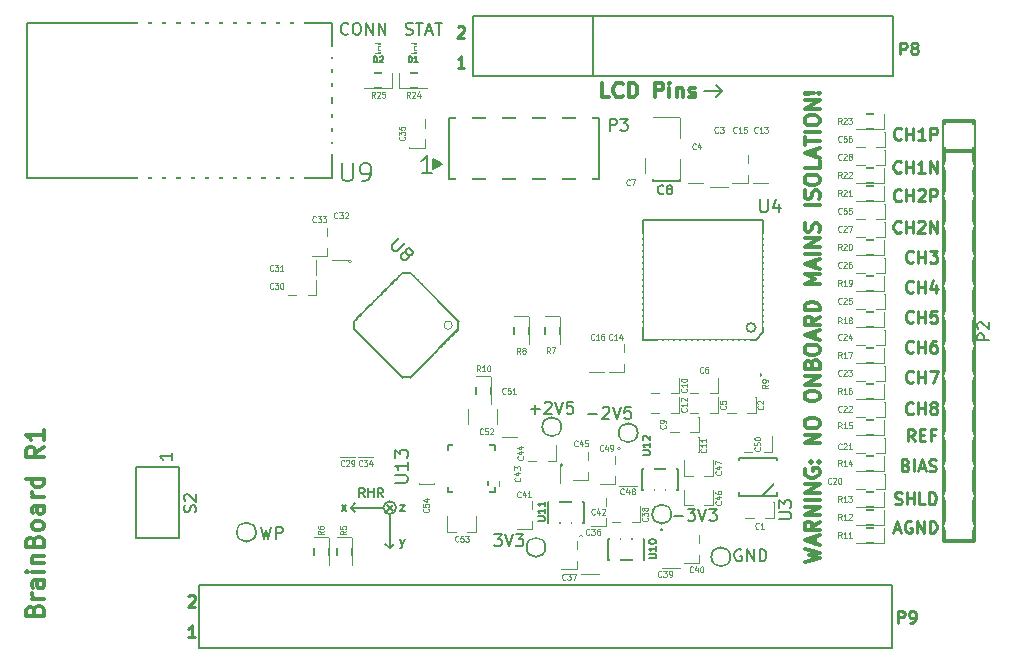
<source format=gto>
G04 (created by PCBNEW (2013-05-31 BZR 4019)-stable) date 12/30/2013 5:01:29 PM*
%MOIN*%
G04 Gerber Fmt 3.4, Leading zero omitted, Abs format*
%FSLAX34Y34*%
G01*
G70*
G90*
G04 APERTURE LIST*
%ADD10C,0.00590551*%
%ADD11C,0.00787402*%
%ADD12C,0.0075*%
%ADD13C,0.011811*%
%ADD14C,0.01*%
%ADD15C,0.00976378*%
%ADD16C,0.008*%
%ADD17C,0.0039*%
%ADD18C,0.005*%
%ADD19C,0.0026*%
%ADD20C,0.004*%
%ADD21C,0.006*%
%ADD22C,0.003*%
%ADD23C,0.0047*%
%ADD24C,0.0078*%
%ADD25C,0.012*%
%ADD26C,0.0043*%
%ADD27C,0.0045*%
%ADD28R,0.066X0.0158*%
%ADD29R,0.0158X0.066*%
%ADD30R,0.067X0.047*%
%ADD31R,0.032X0.042*%
%ADD32R,0.047X0.067*%
%ADD33R,0.037X0.057*%
%ADD34R,0.057X0.037*%
%ADD35R,0.062X0.027*%
%ADD36C,0.057*%
%ADD37R,0.0513701X0.0474331*%
%ADD38R,0.0434X0.0434*%
%ADD39R,0.0354X0.0669*%
%ADD40R,0.0669X0.0354*%
%ADD41R,0.0375X0.0198*%
%ADD42R,0.0198X0.0375*%
%ADD43R,0.0986X0.072*%
%ADD44O,0.0986X0.072*%
%ADD45R,0.092X0.072*%
%ADD46R,0.0521575X0.147827*%
%ADD47C,0.0632*%
%ADD48C,0.192*%
%ADD49R,0.077X0.077*%
G04 APERTURE END LIST*
G54D10*
G54D11*
X-18440Y-14130D02*
X-19510Y-14130D01*
X-18220Y-15470D02*
X-18220Y-14350D01*
G54D12*
X-19064Y-13771D02*
X-19164Y-13628D01*
X-19235Y-13771D02*
X-19235Y-13471D01*
X-19121Y-13471D01*
X-19092Y-13485D01*
X-19078Y-13500D01*
X-19064Y-13528D01*
X-19064Y-13571D01*
X-19078Y-13600D01*
X-19092Y-13614D01*
X-19121Y-13628D01*
X-19235Y-13628D01*
X-18935Y-13771D02*
X-18935Y-13471D01*
X-18935Y-13614D02*
X-18764Y-13614D01*
X-18764Y-13771D02*
X-18764Y-13471D01*
X-18450Y-13771D02*
X-18550Y-13628D01*
X-18621Y-13771D02*
X-18621Y-13471D01*
X-18507Y-13471D01*
X-18478Y-13485D01*
X-18464Y-13500D01*
X-18450Y-13528D01*
X-18450Y-13571D01*
X-18464Y-13600D01*
X-18478Y-13614D01*
X-18507Y-13628D01*
X-18621Y-13628D01*
X-19828Y-14221D02*
X-19671Y-14021D01*
X-19828Y-14021D02*
X-19671Y-14221D01*
X-17871Y-15171D02*
X-17799Y-15371D01*
X-17728Y-15171D02*
X-17799Y-15371D01*
X-17828Y-15442D01*
X-17842Y-15457D01*
X-17871Y-15471D01*
X-17878Y-14021D02*
X-17721Y-14021D01*
X-17878Y-14221D01*
X-17721Y-14221D01*
G54D11*
X-18012Y-14125D02*
G75*
G03X-18012Y-14125I-212J0D01*
G74*
G01*
X-18125Y-14225D02*
X-18325Y-14025D01*
X-18325Y-14225D02*
X-18125Y-14025D01*
X-19525Y-14125D02*
X-19375Y-13975D01*
X-19525Y-14125D02*
X-19375Y-14275D01*
X-18225Y-15475D02*
X-18075Y-15325D01*
X-18225Y-15475D02*
X-18375Y-15325D01*
G54D13*
X-4397Y-15928D02*
X-3897Y-15809D01*
X-4254Y-15714D01*
X-3897Y-15619D01*
X-4397Y-15500D01*
X-4040Y-15333D02*
X-4040Y-15095D01*
X-3897Y-15380D02*
X-4397Y-15214D01*
X-3897Y-15047D01*
X-3897Y-14595D02*
X-4135Y-14761D01*
X-3897Y-14880D02*
X-4397Y-14880D01*
X-4397Y-14690D01*
X-4373Y-14642D01*
X-4350Y-14619D01*
X-4302Y-14595D01*
X-4230Y-14595D01*
X-4183Y-14619D01*
X-4159Y-14642D01*
X-4135Y-14690D01*
X-4135Y-14880D01*
X-3897Y-14380D02*
X-4397Y-14380D01*
X-3897Y-14095D01*
X-4397Y-14095D01*
X-3897Y-13857D02*
X-4397Y-13857D01*
X-3897Y-13619D02*
X-4397Y-13619D01*
X-3897Y-13333D01*
X-4397Y-13333D01*
X-4373Y-12833D02*
X-4397Y-12880D01*
X-4397Y-12952D01*
X-4373Y-13023D01*
X-4326Y-13071D01*
X-4278Y-13095D01*
X-4183Y-13119D01*
X-4111Y-13119D01*
X-4016Y-13095D01*
X-3969Y-13071D01*
X-3921Y-13023D01*
X-3897Y-12952D01*
X-3897Y-12904D01*
X-3921Y-12833D01*
X-3945Y-12809D01*
X-4111Y-12809D01*
X-4111Y-12904D01*
X-3945Y-12595D02*
X-3921Y-12571D01*
X-3897Y-12595D01*
X-3921Y-12619D01*
X-3945Y-12595D01*
X-3897Y-12595D01*
X-4207Y-12595D02*
X-4183Y-12571D01*
X-4159Y-12595D01*
X-4183Y-12619D01*
X-4207Y-12595D01*
X-4159Y-12595D01*
X-3897Y-11976D02*
X-4397Y-11976D01*
X-3897Y-11690D01*
X-4397Y-11690D01*
X-4397Y-11357D02*
X-4397Y-11261D01*
X-4373Y-11214D01*
X-4326Y-11166D01*
X-4230Y-11142D01*
X-4064Y-11142D01*
X-3969Y-11166D01*
X-3921Y-11214D01*
X-3897Y-11261D01*
X-3897Y-11357D01*
X-3921Y-11404D01*
X-3969Y-11452D01*
X-4064Y-11476D01*
X-4230Y-11476D01*
X-4326Y-11452D01*
X-4373Y-11404D01*
X-4397Y-11357D01*
X-4397Y-10452D02*
X-4397Y-10357D01*
X-4373Y-10309D01*
X-4326Y-10261D01*
X-4230Y-10238D01*
X-4064Y-10238D01*
X-3969Y-10261D01*
X-3921Y-10309D01*
X-3897Y-10357D01*
X-3897Y-10452D01*
X-3921Y-10500D01*
X-3969Y-10547D01*
X-4064Y-10571D01*
X-4230Y-10571D01*
X-4326Y-10547D01*
X-4373Y-10500D01*
X-4397Y-10452D01*
X-3897Y-10023D02*
X-4397Y-10023D01*
X-3897Y-9738D01*
X-4397Y-9738D01*
X-4159Y-9333D02*
X-4135Y-9261D01*
X-4111Y-9238D01*
X-4064Y-9214D01*
X-3992Y-9214D01*
X-3945Y-9238D01*
X-3921Y-9261D01*
X-3897Y-9309D01*
X-3897Y-9500D01*
X-4397Y-9500D01*
X-4397Y-9333D01*
X-4373Y-9285D01*
X-4350Y-9261D01*
X-4302Y-9238D01*
X-4254Y-9238D01*
X-4207Y-9261D01*
X-4183Y-9285D01*
X-4159Y-9333D01*
X-4159Y-9500D01*
X-4397Y-8904D02*
X-4397Y-8809D01*
X-4373Y-8761D01*
X-4326Y-8714D01*
X-4230Y-8690D01*
X-4064Y-8690D01*
X-3969Y-8714D01*
X-3921Y-8761D01*
X-3897Y-8809D01*
X-3897Y-8904D01*
X-3921Y-8952D01*
X-3969Y-9000D01*
X-4064Y-9023D01*
X-4230Y-9023D01*
X-4326Y-9000D01*
X-4373Y-8952D01*
X-4397Y-8904D01*
X-4040Y-8500D02*
X-4040Y-8261D01*
X-3897Y-8547D02*
X-4397Y-8380D01*
X-3897Y-8214D01*
X-3897Y-7761D02*
X-4135Y-7928D01*
X-3897Y-8047D02*
X-4397Y-8047D01*
X-4397Y-7857D01*
X-4373Y-7809D01*
X-4350Y-7785D01*
X-4302Y-7761D01*
X-4230Y-7761D01*
X-4183Y-7785D01*
X-4159Y-7809D01*
X-4135Y-7857D01*
X-4135Y-8047D01*
X-3897Y-7547D02*
X-4397Y-7547D01*
X-4397Y-7428D01*
X-4373Y-7357D01*
X-4326Y-7309D01*
X-4278Y-7285D01*
X-4183Y-7261D01*
X-4111Y-7261D01*
X-4016Y-7285D01*
X-3969Y-7309D01*
X-3921Y-7357D01*
X-3897Y-7428D01*
X-3897Y-7547D01*
X-3897Y-6666D02*
X-4397Y-6666D01*
X-4040Y-6500D01*
X-4397Y-6333D01*
X-3897Y-6333D01*
X-4040Y-6119D02*
X-4040Y-5880D01*
X-3897Y-6166D02*
X-4397Y-6000D01*
X-3897Y-5833D01*
X-3897Y-5666D02*
X-4397Y-5666D01*
X-3897Y-5428D02*
X-4397Y-5428D01*
X-3897Y-5142D01*
X-4397Y-5142D01*
X-3921Y-4928D02*
X-3897Y-4857D01*
X-3897Y-4738D01*
X-3921Y-4690D01*
X-3945Y-4666D01*
X-3992Y-4642D01*
X-4040Y-4642D01*
X-4088Y-4666D01*
X-4111Y-4690D01*
X-4135Y-4738D01*
X-4159Y-4833D01*
X-4183Y-4880D01*
X-4207Y-4904D01*
X-4254Y-4928D01*
X-4302Y-4928D01*
X-4350Y-4904D01*
X-4373Y-4880D01*
X-4397Y-4833D01*
X-4397Y-4714D01*
X-4373Y-4642D01*
X-3897Y-4047D02*
X-4397Y-4047D01*
X-3921Y-3833D02*
X-3897Y-3761D01*
X-3897Y-3642D01*
X-3921Y-3595D01*
X-3945Y-3571D01*
X-3992Y-3547D01*
X-4040Y-3547D01*
X-4088Y-3571D01*
X-4111Y-3595D01*
X-4135Y-3642D01*
X-4159Y-3738D01*
X-4183Y-3785D01*
X-4207Y-3809D01*
X-4254Y-3833D01*
X-4302Y-3833D01*
X-4350Y-3809D01*
X-4373Y-3785D01*
X-4397Y-3738D01*
X-4397Y-3619D01*
X-4373Y-3547D01*
X-4397Y-3238D02*
X-4397Y-3142D01*
X-4373Y-3095D01*
X-4326Y-3047D01*
X-4230Y-3023D01*
X-4064Y-3023D01*
X-3969Y-3047D01*
X-3921Y-3095D01*
X-3897Y-3142D01*
X-3897Y-3238D01*
X-3921Y-3285D01*
X-3969Y-3333D01*
X-4064Y-3357D01*
X-4230Y-3357D01*
X-4326Y-3333D01*
X-4373Y-3285D01*
X-4397Y-3238D01*
X-3897Y-2571D02*
X-3897Y-2809D01*
X-4397Y-2809D01*
X-4040Y-2428D02*
X-4040Y-2190D01*
X-3897Y-2476D02*
X-4397Y-2309D01*
X-3897Y-2142D01*
X-4397Y-2047D02*
X-4397Y-1761D01*
X-3897Y-1904D02*
X-4397Y-1904D01*
X-3897Y-1595D02*
X-4397Y-1595D01*
X-4397Y-1261D02*
X-4397Y-1166D01*
X-4373Y-1119D01*
X-4326Y-1071D01*
X-4230Y-1047D01*
X-4064Y-1047D01*
X-3969Y-1071D01*
X-3921Y-1119D01*
X-3897Y-1166D01*
X-3897Y-1261D01*
X-3921Y-1309D01*
X-3969Y-1357D01*
X-4064Y-1380D01*
X-4230Y-1380D01*
X-4326Y-1357D01*
X-4373Y-1309D01*
X-4397Y-1261D01*
X-3897Y-833D02*
X-4397Y-833D01*
X-3897Y-547D01*
X-4397Y-547D01*
X-3945Y-309D02*
X-3921Y-285D01*
X-3897Y-309D01*
X-3921Y-333D01*
X-3945Y-309D01*
X-3897Y-309D01*
X-4088Y-309D02*
X-4373Y-333D01*
X-4397Y-309D01*
X-4373Y-285D01*
X-4088Y-309D01*
X-4397Y-309D01*
G54D14*
X-1404Y-14847D02*
X-1214Y-14847D01*
X-1442Y-14961D02*
X-1309Y-14561D01*
X-1176Y-14961D01*
X-833Y-14580D02*
X-871Y-14561D01*
X-928Y-14561D01*
X-985Y-14580D01*
X-1023Y-14619D01*
X-1042Y-14657D01*
X-1061Y-14733D01*
X-1061Y-14790D01*
X-1042Y-14866D01*
X-1023Y-14904D01*
X-985Y-14942D01*
X-928Y-14961D01*
X-890Y-14961D01*
X-833Y-14942D01*
X-814Y-14923D01*
X-814Y-14790D01*
X-890Y-14790D01*
X-642Y-14961D02*
X-642Y-14561D01*
X-414Y-14961D01*
X-414Y-14561D01*
X-223Y-14961D02*
X-223Y-14561D01*
X-128Y-14561D01*
X-71Y-14580D01*
X-33Y-14619D01*
X-14Y-14657D01*
X4Y-14733D01*
X4Y-14790D01*
X-14Y-14866D01*
X-33Y-14904D01*
X-71Y-14942D01*
X-128Y-14961D01*
X-223Y-14961D01*
X-1385Y-13992D02*
X-1328Y-14011D01*
X-1233Y-14011D01*
X-1195Y-13992D01*
X-1176Y-13973D01*
X-1157Y-13935D01*
X-1157Y-13897D01*
X-1176Y-13859D01*
X-1195Y-13840D01*
X-1233Y-13821D01*
X-1309Y-13802D01*
X-1347Y-13783D01*
X-1366Y-13764D01*
X-1385Y-13726D01*
X-1385Y-13688D01*
X-1366Y-13650D01*
X-1347Y-13630D01*
X-1309Y-13611D01*
X-1214Y-13611D01*
X-1157Y-13630D01*
X-985Y-14011D02*
X-985Y-13611D01*
X-985Y-13802D02*
X-757Y-13802D01*
X-757Y-14011D02*
X-757Y-13611D01*
X-376Y-14011D02*
X-566Y-14011D01*
X-566Y-13611D01*
X-242Y-14011D02*
X-242Y-13611D01*
X-147Y-13611D01*
X-90Y-13630D01*
X-52Y-13669D01*
X-33Y-13707D01*
X-14Y-13783D01*
X-14Y-13840D01*
X-33Y-13916D01*
X-52Y-13954D01*
X-90Y-13992D01*
X-147Y-14011D01*
X-242Y-14011D01*
X-1028Y-12702D02*
X-971Y-12721D01*
X-952Y-12740D01*
X-933Y-12778D01*
X-933Y-12835D01*
X-952Y-12873D01*
X-971Y-12892D01*
X-1009Y-12911D01*
X-1161Y-12911D01*
X-1161Y-12511D01*
X-1028Y-12511D01*
X-990Y-12530D01*
X-971Y-12550D01*
X-952Y-12588D01*
X-952Y-12626D01*
X-971Y-12664D01*
X-990Y-12683D01*
X-1028Y-12702D01*
X-1161Y-12702D01*
X-761Y-12911D02*
X-761Y-12511D01*
X-590Y-12797D02*
X-400Y-12797D01*
X-628Y-12911D02*
X-495Y-12511D01*
X-361Y-12911D01*
X-247Y-12892D02*
X-190Y-12911D01*
X-95Y-12911D01*
X-57Y-12892D01*
X-38Y-12873D01*
X-19Y-12835D01*
X-19Y-12797D01*
X-38Y-12759D01*
X-57Y-12740D01*
X-95Y-12721D01*
X-171Y-12702D01*
X-209Y-12683D01*
X-228Y-12664D01*
X-247Y-12626D01*
X-247Y-12588D01*
X-228Y-12550D01*
X-209Y-12530D01*
X-171Y-12511D01*
X-76Y-12511D01*
X-19Y-12530D01*
X-728Y-11911D02*
X-861Y-11721D01*
X-957Y-11911D02*
X-957Y-11511D01*
X-804Y-11511D01*
X-766Y-11530D01*
X-747Y-11550D01*
X-728Y-11588D01*
X-728Y-11645D01*
X-747Y-11683D01*
X-766Y-11702D01*
X-804Y-11721D01*
X-957Y-11721D01*
X-557Y-11702D02*
X-423Y-11702D01*
X-366Y-11911D02*
X-557Y-11911D01*
X-557Y-11511D01*
X-366Y-11511D01*
X-61Y-11702D02*
X-195Y-11702D01*
X-195Y-11911D02*
X-195Y-11511D01*
X-4Y-11511D01*
X-776Y-10973D02*
X-795Y-10992D01*
X-852Y-11011D01*
X-890Y-11011D01*
X-947Y-10992D01*
X-985Y-10954D01*
X-1004Y-10916D01*
X-1023Y-10840D01*
X-1023Y-10783D01*
X-1004Y-10707D01*
X-985Y-10669D01*
X-947Y-10630D01*
X-890Y-10611D01*
X-852Y-10611D01*
X-795Y-10630D01*
X-776Y-10650D01*
X-604Y-11011D02*
X-604Y-10611D01*
X-604Y-10802D02*
X-376Y-10802D01*
X-376Y-11011D02*
X-376Y-10611D01*
X-128Y-10783D02*
X-166Y-10764D01*
X-185Y-10745D01*
X-204Y-10707D01*
X-204Y-10688D01*
X-185Y-10650D01*
X-166Y-10630D01*
X-128Y-10611D01*
X-52Y-10611D01*
X-14Y-10630D01*
X4Y-10650D01*
X23Y-10688D01*
X23Y-10707D01*
X4Y-10745D01*
X-14Y-10764D01*
X-52Y-10783D01*
X-128Y-10783D01*
X-166Y-10802D01*
X-185Y-10821D01*
X-204Y-10859D01*
X-204Y-10935D01*
X-185Y-10973D01*
X-166Y-10992D01*
X-128Y-11011D01*
X-52Y-11011D01*
X-14Y-10992D01*
X4Y-10973D01*
X23Y-10935D01*
X23Y-10859D01*
X4Y-10821D01*
X-14Y-10802D01*
X-52Y-10783D01*
X-776Y-9923D02*
X-795Y-9942D01*
X-852Y-9961D01*
X-890Y-9961D01*
X-947Y-9942D01*
X-985Y-9904D01*
X-1004Y-9866D01*
X-1023Y-9790D01*
X-1023Y-9733D01*
X-1004Y-9657D01*
X-985Y-9619D01*
X-947Y-9580D01*
X-890Y-9561D01*
X-852Y-9561D01*
X-795Y-9580D01*
X-776Y-9600D01*
X-604Y-9961D02*
X-604Y-9561D01*
X-604Y-9752D02*
X-376Y-9752D01*
X-376Y-9961D02*
X-376Y-9561D01*
X-223Y-9561D02*
X42Y-9561D01*
X-128Y-9961D01*
X-776Y-8923D02*
X-795Y-8942D01*
X-852Y-8961D01*
X-890Y-8961D01*
X-947Y-8942D01*
X-985Y-8904D01*
X-1004Y-8866D01*
X-1023Y-8790D01*
X-1023Y-8733D01*
X-1004Y-8657D01*
X-985Y-8619D01*
X-947Y-8580D01*
X-890Y-8561D01*
X-852Y-8561D01*
X-795Y-8580D01*
X-776Y-8600D01*
X-604Y-8961D02*
X-604Y-8561D01*
X-604Y-8752D02*
X-376Y-8752D01*
X-376Y-8961D02*
X-376Y-8561D01*
X-14Y-8561D02*
X-90Y-8561D01*
X-128Y-8580D01*
X-147Y-8600D01*
X-185Y-8657D01*
X-204Y-8733D01*
X-204Y-8885D01*
X-185Y-8923D01*
X-166Y-8942D01*
X-128Y-8961D01*
X-52Y-8961D01*
X-14Y-8942D01*
X4Y-8923D01*
X23Y-8885D01*
X23Y-8790D01*
X4Y-8752D01*
X-14Y-8733D01*
X-52Y-8714D01*
X-128Y-8714D01*
X-166Y-8733D01*
X-185Y-8752D01*
X-204Y-8790D01*
X-776Y-7923D02*
X-795Y-7942D01*
X-852Y-7961D01*
X-890Y-7961D01*
X-947Y-7942D01*
X-985Y-7904D01*
X-1004Y-7866D01*
X-1023Y-7790D01*
X-1023Y-7733D01*
X-1004Y-7657D01*
X-985Y-7619D01*
X-947Y-7580D01*
X-890Y-7561D01*
X-852Y-7561D01*
X-795Y-7580D01*
X-776Y-7600D01*
X-604Y-7961D02*
X-604Y-7561D01*
X-604Y-7752D02*
X-376Y-7752D01*
X-376Y-7961D02*
X-376Y-7561D01*
X4Y-7561D02*
X-185Y-7561D01*
X-204Y-7752D01*
X-185Y-7733D01*
X-147Y-7714D01*
X-52Y-7714D01*
X-14Y-7733D01*
X4Y-7752D01*
X23Y-7790D01*
X23Y-7885D01*
X4Y-7923D01*
X-14Y-7942D01*
X-52Y-7961D01*
X-147Y-7961D01*
X-185Y-7942D01*
X-204Y-7923D01*
X-776Y-6923D02*
X-795Y-6942D01*
X-852Y-6961D01*
X-890Y-6961D01*
X-947Y-6942D01*
X-985Y-6904D01*
X-1004Y-6866D01*
X-1023Y-6790D01*
X-1023Y-6733D01*
X-1004Y-6657D01*
X-985Y-6619D01*
X-947Y-6580D01*
X-890Y-6561D01*
X-852Y-6561D01*
X-795Y-6580D01*
X-776Y-6600D01*
X-604Y-6961D02*
X-604Y-6561D01*
X-604Y-6752D02*
X-376Y-6752D01*
X-376Y-6961D02*
X-376Y-6561D01*
X-14Y-6695D02*
X-14Y-6961D01*
X-109Y-6542D02*
X-204Y-6828D01*
X42Y-6828D01*
X-776Y-5923D02*
X-795Y-5942D01*
X-852Y-5961D01*
X-890Y-5961D01*
X-947Y-5942D01*
X-985Y-5904D01*
X-1004Y-5866D01*
X-1023Y-5790D01*
X-1023Y-5733D01*
X-1004Y-5657D01*
X-985Y-5619D01*
X-947Y-5580D01*
X-890Y-5561D01*
X-852Y-5561D01*
X-795Y-5580D01*
X-776Y-5600D01*
X-604Y-5961D02*
X-604Y-5561D01*
X-604Y-5752D02*
X-376Y-5752D01*
X-376Y-5961D02*
X-376Y-5561D01*
X-223Y-5561D02*
X23Y-5561D01*
X-109Y-5714D01*
X-52Y-5714D01*
X-14Y-5733D01*
X4Y-5752D01*
X23Y-5790D01*
X23Y-5885D01*
X4Y-5923D01*
X-14Y-5942D01*
X-52Y-5961D01*
X-166Y-5961D01*
X-204Y-5942D01*
X-223Y-5923D01*
X-1185Y-4923D02*
X-1204Y-4942D01*
X-1261Y-4961D01*
X-1300Y-4961D01*
X-1357Y-4942D01*
X-1395Y-4904D01*
X-1414Y-4866D01*
X-1433Y-4790D01*
X-1433Y-4733D01*
X-1414Y-4657D01*
X-1395Y-4619D01*
X-1357Y-4580D01*
X-1300Y-4561D01*
X-1261Y-4561D01*
X-1204Y-4580D01*
X-1185Y-4600D01*
X-1014Y-4961D02*
X-1014Y-4561D01*
X-1014Y-4752D02*
X-785Y-4752D01*
X-785Y-4961D02*
X-785Y-4561D01*
X-614Y-4600D02*
X-595Y-4580D01*
X-557Y-4561D01*
X-461Y-4561D01*
X-423Y-4580D01*
X-404Y-4600D01*
X-385Y-4638D01*
X-385Y-4676D01*
X-404Y-4733D01*
X-633Y-4961D01*
X-385Y-4961D01*
X-214Y-4961D02*
X-214Y-4561D01*
X14Y-4961D01*
X14Y-4561D01*
X-1176Y-3873D02*
X-1195Y-3892D01*
X-1252Y-3911D01*
X-1290Y-3911D01*
X-1347Y-3892D01*
X-1385Y-3854D01*
X-1404Y-3816D01*
X-1423Y-3740D01*
X-1423Y-3683D01*
X-1404Y-3607D01*
X-1385Y-3569D01*
X-1347Y-3530D01*
X-1290Y-3511D01*
X-1252Y-3511D01*
X-1195Y-3530D01*
X-1176Y-3550D01*
X-1004Y-3911D02*
X-1004Y-3511D01*
X-1004Y-3702D02*
X-776Y-3702D01*
X-776Y-3911D02*
X-776Y-3511D01*
X-604Y-3550D02*
X-585Y-3530D01*
X-547Y-3511D01*
X-452Y-3511D01*
X-414Y-3530D01*
X-395Y-3550D01*
X-376Y-3588D01*
X-376Y-3626D01*
X-395Y-3683D01*
X-623Y-3911D01*
X-376Y-3911D01*
X-204Y-3911D02*
X-204Y-3511D01*
X-52Y-3511D01*
X-14Y-3530D01*
X4Y-3550D01*
X23Y-3588D01*
X23Y-3645D01*
X4Y-3683D01*
X-14Y-3702D01*
X-52Y-3721D01*
X-204Y-3721D01*
X-1185Y-2923D02*
X-1204Y-2942D01*
X-1261Y-2961D01*
X-1300Y-2961D01*
X-1357Y-2942D01*
X-1395Y-2904D01*
X-1414Y-2866D01*
X-1433Y-2790D01*
X-1433Y-2733D01*
X-1414Y-2657D01*
X-1395Y-2619D01*
X-1357Y-2580D01*
X-1300Y-2561D01*
X-1261Y-2561D01*
X-1204Y-2580D01*
X-1185Y-2600D01*
X-1014Y-2961D02*
X-1014Y-2561D01*
X-1014Y-2752D02*
X-785Y-2752D01*
X-785Y-2961D02*
X-785Y-2561D01*
X-385Y-2961D02*
X-614Y-2961D01*
X-499Y-2961D02*
X-499Y-2561D01*
X-538Y-2619D01*
X-576Y-2657D01*
X-614Y-2676D01*
X-214Y-2961D02*
X-214Y-2561D01*
X14Y-2961D01*
X14Y-2561D01*
X-1176Y-1823D02*
X-1195Y-1842D01*
X-1252Y-1861D01*
X-1290Y-1861D01*
X-1347Y-1842D01*
X-1385Y-1804D01*
X-1404Y-1766D01*
X-1423Y-1690D01*
X-1423Y-1633D01*
X-1404Y-1557D01*
X-1385Y-1519D01*
X-1347Y-1480D01*
X-1290Y-1461D01*
X-1252Y-1461D01*
X-1195Y-1480D01*
X-1176Y-1500D01*
X-1004Y-1861D02*
X-1004Y-1461D01*
X-1004Y-1652D02*
X-776Y-1652D01*
X-776Y-1861D02*
X-776Y-1461D01*
X-376Y-1861D02*
X-604Y-1861D01*
X-490Y-1861D02*
X-490Y-1461D01*
X-528Y-1519D01*
X-566Y-1557D01*
X-604Y-1576D01*
X-204Y-1861D02*
X-204Y-1461D01*
X-52Y-1461D01*
X-14Y-1480D01*
X4Y-1500D01*
X23Y-1538D01*
X23Y-1595D01*
X4Y-1633D01*
X-14Y-1652D01*
X-52Y-1671D01*
X-204Y-1671D01*
G54D11*
X-7150Y-250D02*
X-7350Y-50D01*
X-7150Y-250D02*
X-7350Y-450D01*
X-7750Y-250D02*
X-7150Y-250D01*
X-11450Y250D02*
X-11450Y2250D01*
X-15450Y250D02*
X-15450Y2250D01*
X-1450Y250D02*
X-1450Y2250D01*
X-15450Y250D02*
X-1450Y250D01*
X-11450Y2250D02*
X-11500Y2250D01*
G54D13*
X-10908Y-448D02*
X-11141Y-448D01*
X-11141Y41D01*
X-10464Y-401D02*
X-10487Y-425D01*
X-10557Y-448D01*
X-10604Y-448D01*
X-10674Y-425D01*
X-10721Y-378D01*
X-10744Y-331D01*
X-10767Y-238D01*
X-10767Y-168D01*
X-10744Y-74D01*
X-10721Y-28D01*
X-10674Y18D01*
X-10604Y41D01*
X-10557Y41D01*
X-10487Y18D01*
X-10464Y-4D01*
X-10254Y-448D02*
X-10254Y41D01*
X-10137Y41D01*
X-10067Y18D01*
X-10020Y-28D01*
X-9997Y-74D01*
X-9973Y-168D01*
X-9973Y-238D01*
X-9997Y-331D01*
X-10020Y-378D01*
X-10067Y-425D01*
X-10137Y-448D01*
X-10254Y-448D01*
X-9389Y-448D02*
X-9389Y41D01*
X-9202Y41D01*
X-9156Y18D01*
X-9132Y-4D01*
X-9109Y-51D01*
X-9109Y-121D01*
X-9132Y-168D01*
X-9156Y-191D01*
X-9202Y-214D01*
X-9389Y-214D01*
X-8899Y-448D02*
X-8899Y-121D01*
X-8899Y41D02*
X-8922Y18D01*
X-8899Y-4D01*
X-8875Y18D01*
X-8899Y41D01*
X-8899Y-4D01*
X-8665Y-121D02*
X-8665Y-448D01*
X-8665Y-168D02*
X-8642Y-144D01*
X-8595Y-121D01*
X-8525Y-121D01*
X-8478Y-144D01*
X-8455Y-191D01*
X-8455Y-448D01*
X-8245Y-425D02*
X-8198Y-448D01*
X-8104Y-448D01*
X-8058Y-425D01*
X-8034Y-378D01*
X-8034Y-355D01*
X-8058Y-308D01*
X-8104Y-285D01*
X-8175Y-285D01*
X-8221Y-261D01*
X-8245Y-214D01*
X-8245Y-191D01*
X-8221Y-144D01*
X-8175Y-121D01*
X-8104Y-121D01*
X-8058Y-144D01*
G54D11*
X-1450Y2250D02*
X-15450Y2250D01*
G54D15*
X-15738Y541D02*
X-15961Y541D01*
X-15850Y541D02*
X-15850Y932D01*
X-15887Y876D01*
X-15924Y839D01*
X-15961Y820D01*
X-1288Y-17958D02*
X-1288Y-17567D01*
X-1139Y-17567D01*
X-1102Y-17586D01*
X-1083Y-17604D01*
X-1065Y-17641D01*
X-1065Y-17697D01*
X-1083Y-17734D01*
X-1102Y-17753D01*
X-1139Y-17772D01*
X-1288Y-17772D01*
X-879Y-17958D02*
X-804Y-17958D01*
X-767Y-17939D01*
X-748Y-17920D01*
X-711Y-17865D01*
X-693Y-17790D01*
X-693Y-17641D01*
X-711Y-17604D01*
X-730Y-17586D01*
X-767Y-17567D01*
X-841Y-17567D01*
X-879Y-17586D01*
X-897Y-17604D01*
X-916Y-17641D01*
X-916Y-17734D01*
X-897Y-17772D01*
X-879Y-17790D01*
X-841Y-17809D01*
X-767Y-17809D01*
X-730Y-17790D01*
X-711Y-17772D01*
X-693Y-17734D01*
X-1213Y991D02*
X-1213Y1382D01*
X-1064Y1382D01*
X-1027Y1363D01*
X-1008Y1345D01*
X-990Y1308D01*
X-990Y1252D01*
X-1008Y1215D01*
X-1027Y1196D01*
X-1064Y1177D01*
X-1213Y1177D01*
X-766Y1215D02*
X-804Y1233D01*
X-822Y1252D01*
X-841Y1289D01*
X-841Y1308D01*
X-822Y1345D01*
X-804Y1363D01*
X-766Y1382D01*
X-692Y1382D01*
X-655Y1363D01*
X-636Y1345D01*
X-618Y1308D01*
X-618Y1289D01*
X-636Y1252D01*
X-655Y1233D01*
X-692Y1215D01*
X-766Y1215D01*
X-804Y1196D01*
X-822Y1177D01*
X-841Y1140D01*
X-841Y1066D01*
X-822Y1029D01*
X-804Y1010D01*
X-766Y991D01*
X-692Y991D01*
X-655Y1010D01*
X-636Y1029D01*
X-618Y1066D01*
X-618Y1140D01*
X-636Y1177D01*
X-655Y1196D01*
X-692Y1215D01*
X-24713Y-18433D02*
X-24936Y-18433D01*
X-24825Y-18433D02*
X-24825Y-18042D01*
X-24862Y-18098D01*
X-24899Y-18135D01*
X-24936Y-18154D01*
X-24936Y-17079D02*
X-24917Y-17061D01*
X-24880Y-17042D01*
X-24787Y-17042D01*
X-24750Y-17061D01*
X-24732Y-17079D01*
X-24713Y-17116D01*
X-24713Y-17154D01*
X-24732Y-17209D01*
X-24955Y-17433D01*
X-24713Y-17433D01*
X-15961Y1895D02*
X-15942Y1913D01*
X-15905Y1932D01*
X-15812Y1932D01*
X-15775Y1913D01*
X-15757Y1895D01*
X-15738Y1858D01*
X-15738Y1820D01*
X-15757Y1765D01*
X-15980Y1541D01*
X-15738Y1541D01*
G54D11*
X-24575Y-16700D02*
X-24575Y-18800D01*
X-1475Y-18800D02*
X-1475Y-16700D01*
X-1475Y-16700D02*
X-24575Y-16700D01*
X-24575Y-18800D02*
X-1475Y-18800D01*
G54D13*
X-30070Y-17546D02*
X-30042Y-17462D01*
X-30014Y-17434D01*
X-29957Y-17405D01*
X-29873Y-17405D01*
X-29817Y-17434D01*
X-29789Y-17462D01*
X-29760Y-17518D01*
X-29760Y-17743D01*
X-30351Y-17743D01*
X-30351Y-17546D01*
X-30323Y-17490D01*
X-30295Y-17462D01*
X-30239Y-17434D01*
X-30182Y-17434D01*
X-30126Y-17462D01*
X-30098Y-17490D01*
X-30070Y-17546D01*
X-30070Y-17743D01*
X-29760Y-17152D02*
X-30154Y-17152D01*
X-30042Y-17152D02*
X-30098Y-17124D01*
X-30126Y-17096D01*
X-30154Y-17040D01*
X-30154Y-16984D01*
X-29760Y-16534D02*
X-30070Y-16534D01*
X-30126Y-16562D01*
X-30154Y-16618D01*
X-30154Y-16730D01*
X-30126Y-16787D01*
X-29789Y-16534D02*
X-29760Y-16590D01*
X-29760Y-16730D01*
X-29789Y-16787D01*
X-29845Y-16815D01*
X-29901Y-16815D01*
X-29957Y-16787D01*
X-29985Y-16730D01*
X-29985Y-16590D01*
X-30014Y-16534D01*
X-29760Y-16252D02*
X-30154Y-16252D01*
X-30351Y-16252D02*
X-30323Y-16281D01*
X-30295Y-16252D01*
X-30323Y-16224D01*
X-30351Y-16252D01*
X-30295Y-16252D01*
X-30154Y-15971D02*
X-29760Y-15971D01*
X-30098Y-15971D02*
X-30126Y-15943D01*
X-30154Y-15887D01*
X-30154Y-15802D01*
X-30126Y-15746D01*
X-30070Y-15718D01*
X-29760Y-15718D01*
X-30070Y-15240D02*
X-30042Y-15156D01*
X-30014Y-15128D01*
X-29957Y-15099D01*
X-29873Y-15099D01*
X-29817Y-15128D01*
X-29789Y-15156D01*
X-29760Y-15212D01*
X-29760Y-15437D01*
X-30351Y-15437D01*
X-30351Y-15240D01*
X-30323Y-15184D01*
X-30295Y-15156D01*
X-30239Y-15128D01*
X-30182Y-15128D01*
X-30126Y-15156D01*
X-30098Y-15184D01*
X-30070Y-15240D01*
X-30070Y-15437D01*
X-29760Y-14762D02*
X-29789Y-14818D01*
X-29817Y-14846D01*
X-29873Y-14874D01*
X-30042Y-14874D01*
X-30098Y-14846D01*
X-30126Y-14818D01*
X-30154Y-14762D01*
X-30154Y-14678D01*
X-30126Y-14621D01*
X-30098Y-14593D01*
X-30042Y-14565D01*
X-29873Y-14565D01*
X-29817Y-14593D01*
X-29789Y-14621D01*
X-29760Y-14678D01*
X-29760Y-14762D01*
X-29760Y-14059D02*
X-30070Y-14059D01*
X-30126Y-14087D01*
X-30154Y-14143D01*
X-30154Y-14256D01*
X-30126Y-14312D01*
X-29789Y-14059D02*
X-29760Y-14115D01*
X-29760Y-14256D01*
X-29789Y-14312D01*
X-29845Y-14340D01*
X-29901Y-14340D01*
X-29957Y-14312D01*
X-29985Y-14256D01*
X-29985Y-14115D01*
X-30014Y-14059D01*
X-29760Y-13778D02*
X-30154Y-13778D01*
X-30042Y-13778D02*
X-30098Y-13750D01*
X-30126Y-13721D01*
X-30154Y-13665D01*
X-30154Y-13609D01*
X-29760Y-13159D02*
X-30351Y-13159D01*
X-29789Y-13159D02*
X-29760Y-13215D01*
X-29760Y-13328D01*
X-29789Y-13384D01*
X-29817Y-13412D01*
X-29873Y-13440D01*
X-30042Y-13440D01*
X-30098Y-13412D01*
X-30126Y-13384D01*
X-30154Y-13328D01*
X-30154Y-13215D01*
X-30126Y-13159D01*
X-29760Y-12090D02*
X-30042Y-12287D01*
X-29760Y-12428D02*
X-30351Y-12428D01*
X-30351Y-12203D01*
X-30323Y-12147D01*
X-30295Y-12119D01*
X-30239Y-12090D01*
X-30154Y-12090D01*
X-30098Y-12119D01*
X-30070Y-12147D01*
X-30042Y-12203D01*
X-30042Y-12428D01*
X-29760Y-11528D02*
X-29760Y-11865D01*
X-29760Y-11697D02*
X-30351Y-11697D01*
X-30267Y-11753D01*
X-30210Y-11809D01*
X-30182Y-11865D01*
G54D16*
X-6032Y-8118D02*
G75*
G03X-6032Y-8118I-150J0D01*
G74*
G01*
X-9782Y-4518D02*
X-9782Y-8518D01*
X-9782Y-8518D02*
X-6032Y-8518D01*
X-6032Y-8518D02*
X-5782Y-8268D01*
X-5782Y-8268D02*
X-5782Y-4518D01*
X-5782Y-4518D02*
X-9782Y-4518D01*
G54D17*
X-7538Y-2624D02*
X-7538Y-2224D01*
X-7538Y-2224D02*
X-6938Y-2224D01*
X-6938Y-2224D02*
X-6938Y-2624D01*
X-6938Y-3024D02*
X-6938Y-3424D01*
X-6938Y-3424D02*
X-7538Y-3424D01*
X-7538Y-3424D02*
X-7538Y-3024D01*
G54D18*
X-10940Y-15871D02*
X-10940Y-15171D01*
X-10940Y-15171D02*
X-9740Y-15171D01*
X-9740Y-15171D02*
X-9740Y-15871D01*
X-9740Y-15871D02*
X-10940Y-15871D01*
G54D17*
X-5800Y-9700D02*
G75*
G03X-5800Y-9700I-50J0D01*
G74*
G01*
X-6300Y-9700D02*
X-5900Y-9700D01*
X-5900Y-9700D02*
X-5900Y-10300D01*
X-5900Y-10300D02*
X-6300Y-10300D01*
X-6700Y-10300D02*
X-7100Y-10300D01*
X-7100Y-10300D02*
X-7100Y-9700D01*
X-7100Y-9700D02*
X-6700Y-9700D01*
G54D18*
X-1750Y-3900D02*
X-2650Y-3900D01*
X-2650Y-3900D02*
X-2650Y-3400D01*
X-2650Y-3400D02*
X-1750Y-3400D01*
X-1750Y-3400D02*
X-1750Y-3900D01*
X-1750Y-12900D02*
X-2650Y-12900D01*
X-2650Y-12900D02*
X-2650Y-12400D01*
X-2650Y-12400D02*
X-1750Y-12400D01*
X-1750Y-12400D02*
X-1750Y-12900D01*
X-1750Y-5700D02*
X-2650Y-5700D01*
X-2650Y-5700D02*
X-2650Y-5200D01*
X-2650Y-5200D02*
X-1750Y-5200D01*
X-1750Y-5200D02*
X-1750Y-5700D01*
X-1750Y-6900D02*
X-2650Y-6900D01*
X-2650Y-6900D02*
X-2650Y-6400D01*
X-2650Y-6400D02*
X-1750Y-6400D01*
X-1750Y-6400D02*
X-1750Y-6900D01*
X-1750Y-8100D02*
X-2650Y-8100D01*
X-2650Y-8100D02*
X-2650Y-7600D01*
X-2650Y-7600D02*
X-1750Y-7600D01*
X-1750Y-7600D02*
X-1750Y-8100D01*
X-1750Y-9300D02*
X-2650Y-9300D01*
X-2650Y-9300D02*
X-2650Y-8800D01*
X-2650Y-8800D02*
X-1750Y-8800D01*
X-1750Y-8800D02*
X-1750Y-9300D01*
X-1750Y-10500D02*
X-2650Y-10500D01*
X-2650Y-10500D02*
X-2650Y-10000D01*
X-2650Y-10000D02*
X-1750Y-10000D01*
X-1750Y-10000D02*
X-1750Y-10500D01*
X-1750Y-11700D02*
X-2650Y-11700D01*
X-2650Y-11700D02*
X-2650Y-11200D01*
X-2650Y-11200D02*
X-1750Y-11200D01*
X-1750Y-11200D02*
X-1750Y-11700D01*
X-1750Y-14700D02*
X-2650Y-14700D01*
X-2650Y-14700D02*
X-2650Y-14200D01*
X-2650Y-14200D02*
X-1750Y-14200D01*
X-1750Y-14200D02*
X-1750Y-14700D01*
X-1750Y-15300D02*
X-2650Y-15300D01*
X-2650Y-15300D02*
X-2650Y-14800D01*
X-2650Y-14800D02*
X-1750Y-14800D01*
X-1750Y-14800D02*
X-1750Y-15300D01*
X-1750Y-14100D02*
X-2650Y-14100D01*
X-2650Y-14100D02*
X-2650Y-13600D01*
X-2650Y-13600D02*
X-1750Y-13600D01*
X-1750Y-13600D02*
X-1750Y-14100D01*
X-17876Y367D02*
X-16976Y367D01*
X-16976Y367D02*
X-16976Y-132D01*
X-16976Y-132D02*
X-17876Y-132D01*
X-17876Y-132D02*
X-17876Y367D01*
X-20260Y-15150D02*
X-20260Y-16050D01*
X-20260Y-16050D02*
X-20760Y-16050D01*
X-20760Y-16050D02*
X-20760Y-15150D01*
X-20760Y-15150D02*
X-20260Y-15150D01*
X-19490Y-15150D02*
X-19490Y-16050D01*
X-19490Y-16050D02*
X-19990Y-16050D01*
X-19990Y-16050D02*
X-19990Y-15150D01*
X-19990Y-15150D02*
X-19490Y-15150D01*
X-15350Y-10680D02*
X-15350Y-9780D01*
X-15350Y-9780D02*
X-14850Y-9780D01*
X-14850Y-9780D02*
X-14850Y-10680D01*
X-14850Y-10680D02*
X-15350Y-10680D01*
X-14090Y-8670D02*
X-14090Y-7770D01*
X-14090Y-7770D02*
X-13590Y-7770D01*
X-13590Y-7770D02*
X-13590Y-8670D01*
X-13590Y-8670D02*
X-14090Y-8670D01*
X-13050Y-8675D02*
X-13050Y-7775D01*
X-13050Y-7775D02*
X-12550Y-7775D01*
X-12550Y-7775D02*
X-12550Y-8675D01*
X-12550Y-8675D02*
X-13050Y-8675D01*
G54D16*
X-5325Y-13225D02*
X-5800Y-13725D01*
X-5325Y-13725D02*
X-5325Y-12475D01*
X-5325Y-12475D02*
X-6575Y-12475D01*
X-6575Y-12475D02*
X-6575Y-13725D01*
X-6575Y-13725D02*
X-5325Y-13725D01*
G54D18*
X-22683Y-14940D02*
G75*
G03X-22683Y-14940I-316J0D01*
G74*
G01*
G54D17*
X-19500Y-5925D02*
G75*
G03X-19500Y-5925I-50J0D01*
G74*
G01*
X-19550Y-5475D02*
X-19550Y-5875D01*
X-19550Y-5875D02*
X-20150Y-5875D01*
X-20150Y-5875D02*
X-20150Y-5475D01*
X-20150Y-5075D02*
X-20150Y-4675D01*
X-20150Y-4675D02*
X-19550Y-4675D01*
X-19550Y-4675D02*
X-19550Y-5075D01*
G54D10*
X-25262Y-12768D02*
X-26679Y-12768D01*
X-26679Y-12768D02*
X-26679Y-15131D01*
X-26679Y-15131D02*
X-25262Y-15131D01*
X-25262Y-15131D02*
X-25262Y-12768D01*
G54D18*
X-1750Y-3300D02*
X-2650Y-3300D01*
X-2650Y-3300D02*
X-2650Y-2800D01*
X-2650Y-2800D02*
X-1750Y-2800D01*
X-1750Y-2800D02*
X-1750Y-3300D01*
X-1750Y-1500D02*
X-2650Y-1500D01*
X-2650Y-1500D02*
X-2650Y-1000D01*
X-2650Y-1000D02*
X-1750Y-1000D01*
X-1750Y-1000D02*
X-1750Y-1500D01*
G54D19*
X-17249Y1377D02*
X-17249Y1023D01*
X-17249Y1023D02*
X-17092Y1023D01*
X-17092Y1377D02*
X-17092Y1023D01*
X-17249Y1377D02*
X-17092Y1377D01*
X-17760Y1377D02*
X-17760Y1023D01*
X-17760Y1023D02*
X-17603Y1023D01*
X-17603Y1377D02*
X-17603Y1023D01*
X-17760Y1377D02*
X-17603Y1377D01*
X-17426Y1377D02*
X-17426Y1318D01*
X-17426Y1318D02*
X-17308Y1318D01*
X-17308Y1377D02*
X-17308Y1318D01*
X-17426Y1377D02*
X-17308Y1377D01*
X-17426Y1082D02*
X-17426Y1023D01*
X-17426Y1023D02*
X-17308Y1023D01*
X-17308Y1082D02*
X-17308Y1023D01*
X-17426Y1082D02*
X-17308Y1082D01*
X-17426Y1259D02*
X-17426Y1141D01*
X-17426Y1141D02*
X-17308Y1141D01*
X-17308Y1259D02*
X-17308Y1141D01*
X-17426Y1259D02*
X-17308Y1259D01*
G54D20*
X-17249Y1357D02*
X-17603Y1357D01*
X-17249Y1043D02*
X-17603Y1043D01*
G54D19*
X-18430Y1377D02*
X-18430Y1023D01*
X-18430Y1023D02*
X-18273Y1023D01*
X-18273Y1377D02*
X-18273Y1023D01*
X-18430Y1377D02*
X-18273Y1377D01*
X-18941Y1377D02*
X-18941Y1023D01*
X-18941Y1023D02*
X-18784Y1023D01*
X-18784Y1377D02*
X-18784Y1023D01*
X-18941Y1377D02*
X-18784Y1377D01*
X-18607Y1377D02*
X-18607Y1318D01*
X-18607Y1318D02*
X-18489Y1318D01*
X-18489Y1377D02*
X-18489Y1318D01*
X-18607Y1377D02*
X-18489Y1377D01*
X-18607Y1082D02*
X-18607Y1023D01*
X-18607Y1023D02*
X-18489Y1023D01*
X-18489Y1082D02*
X-18489Y1023D01*
X-18607Y1082D02*
X-18489Y1082D01*
X-18607Y1259D02*
X-18607Y1141D01*
X-18607Y1141D02*
X-18489Y1141D01*
X-18489Y1259D02*
X-18489Y1141D01*
X-18607Y1259D02*
X-18489Y1259D01*
G54D20*
X-18430Y1357D02*
X-18784Y1357D01*
X-18430Y1043D02*
X-18784Y1043D01*
G54D18*
X-8843Y-14340D02*
G75*
G03X-8843Y-14340I-316J0D01*
G74*
G01*
X-13033Y-15450D02*
G75*
G03X-13033Y-15450I-316J0D01*
G74*
G01*
X-6873Y-15760D02*
G75*
G03X-6873Y-15760I-316J0D01*
G74*
G01*
X-12508Y-11425D02*
G75*
G03X-12508Y-11425I-316J0D01*
G74*
G01*
G54D19*
X-17802Y-9786D02*
X-17886Y-9703D01*
X-17942Y-9647D02*
X-18025Y-9563D01*
X-18080Y-9508D02*
X-18164Y-9424D01*
X-18219Y-9369D02*
X-18303Y-9285D01*
X-18359Y-9229D02*
X-18442Y-9146D01*
X-18498Y-9090D02*
X-18582Y-9007D01*
X-18637Y-8952D02*
X-18720Y-8868D01*
X-18776Y-8812D02*
X-18859Y-8729D01*
X-18915Y-8673D02*
X-18999Y-8590D01*
X-19054Y-8534D02*
X-19138Y-8450D01*
X-19193Y-8395D02*
X-19277Y-8312D01*
X-19332Y-8256D02*
X-19416Y-8172D01*
X-19332Y-7826D02*
X-19416Y-7909D01*
X-19193Y-7687D02*
X-19277Y-7770D01*
X-19054Y-7547D02*
X-19138Y-7631D01*
X-18915Y-7409D02*
X-18999Y-7492D01*
X-18776Y-7269D02*
X-18859Y-7353D01*
X-18637Y-7130D02*
X-18720Y-7214D01*
X-18498Y-6991D02*
X-18582Y-7075D01*
X-18359Y-6852D02*
X-18442Y-6936D01*
X-18219Y-6713D02*
X-18303Y-6796D01*
X-18080Y-6574D02*
X-18164Y-6658D01*
X-17942Y-6435D02*
X-18025Y-6518D01*
X-17802Y-6296D02*
X-17886Y-6379D01*
X-17456Y-6379D02*
X-17539Y-6296D01*
X-17316Y-6518D02*
X-17400Y-6435D01*
X-17177Y-6658D02*
X-17261Y-6574D01*
X-17039Y-6796D02*
X-17122Y-6713D01*
X-16899Y-6936D02*
X-16983Y-6852D01*
X-16760Y-7075D02*
X-16843Y-6991D01*
X-16621Y-7214D02*
X-16705Y-7130D01*
X-16482Y-7353D02*
X-16566Y-7269D01*
X-16343Y-7492D02*
X-16426Y-7409D01*
X-16204Y-7631D02*
X-16288Y-7547D01*
X-16065Y-7770D02*
X-16148Y-7687D01*
X-15926Y-7909D02*
X-16009Y-7826D01*
X-15926Y-8172D02*
X-16009Y-8256D01*
X-16065Y-8312D02*
X-16148Y-8395D01*
X-16343Y-8590D02*
X-16426Y-8673D01*
X-16204Y-8450D02*
X-16288Y-8534D01*
X-16621Y-8868D02*
X-16705Y-8952D01*
X-16482Y-8729D02*
X-16566Y-8812D01*
X-16899Y-9146D02*
X-16983Y-9229D01*
X-16760Y-9007D02*
X-16843Y-9090D01*
X-17177Y-9424D02*
X-17261Y-9508D01*
X-17039Y-9285D02*
X-17122Y-9369D01*
X-17316Y-9563D02*
X-17400Y-9647D01*
X-17456Y-9703D02*
X-17539Y-9786D01*
G54D21*
X-15933Y-8179D02*
X-15933Y-7902D01*
X-15933Y-7902D02*
X-17532Y-6303D01*
X-17532Y-6303D02*
X-17809Y-6303D01*
X-17809Y-6303D02*
X-19409Y-7902D01*
X-19409Y-7902D02*
X-19409Y-8179D01*
X-19409Y-8179D02*
X-17809Y-9779D01*
X-17809Y-9779D02*
X-17532Y-9779D01*
X-17532Y-9779D02*
X-15933Y-8179D01*
G54D22*
X-16141Y-8041D02*
G75*
G03X-16141Y-8041I-138J0D01*
G74*
G01*
G54D18*
X-20150Y2048D02*
X-30306Y2048D01*
X-30306Y2048D02*
X-30306Y-3148D01*
X-30306Y-3148D02*
X-20150Y-3148D01*
X-20150Y-3148D02*
X-20150Y2048D01*
G54D16*
X-27196Y2048D02*
X-27865Y2048D01*
X-27196Y-3148D02*
X-27865Y-3148D01*
X-20150Y2048D02*
X-20150Y1654D01*
X-20150Y2048D02*
X-20543Y2048D01*
X-20150Y-3148D02*
X-20150Y-2754D01*
X-20150Y-3148D02*
X-20543Y-3148D01*
X-30306Y-3148D02*
X-30306Y-2754D01*
X-30306Y-3148D02*
X-29912Y-3148D01*
X-30306Y2048D02*
X-30306Y1654D01*
X-30306Y2048D02*
X-29912Y2048D01*
G54D18*
X-8609Y-12840D02*
X-8609Y-13540D01*
X-8609Y-13540D02*
X-9809Y-13540D01*
X-9809Y-13540D02*
X-9809Y-12840D01*
X-9809Y-12840D02*
X-8609Y-12840D01*
X-11759Y-13923D02*
X-11759Y-14623D01*
X-11759Y-14623D02*
X-12959Y-14623D01*
X-12959Y-14623D02*
X-12959Y-13923D01*
X-12959Y-13923D02*
X-11759Y-13923D01*
G54D17*
X-9114Y-14871D02*
G75*
G03X-9114Y-14871I-50J0D01*
G74*
G01*
X-9164Y-15321D02*
X-9164Y-14921D01*
X-9164Y-14921D02*
X-8564Y-14921D01*
X-8564Y-14921D02*
X-8564Y-15321D01*
X-8564Y-15721D02*
X-8564Y-16121D01*
X-8564Y-16121D02*
X-9164Y-16121D01*
X-9164Y-16121D02*
X-9164Y-15721D01*
X-10542Y-12147D02*
G75*
G03X-10542Y-12147I-50J0D01*
G74*
G01*
X-10592Y-12597D02*
X-10592Y-12197D01*
X-10592Y-12197D02*
X-9992Y-12197D01*
X-9992Y-12197D02*
X-9992Y-12597D01*
X-9992Y-12997D02*
X-9992Y-13397D01*
X-9992Y-13397D02*
X-10592Y-13397D01*
X-10592Y-13397D02*
X-10592Y-12997D01*
X-12446Y-12693D02*
G75*
G03X-12446Y-12693I-50J0D01*
G74*
G01*
X-12946Y-12693D02*
X-12546Y-12693D01*
X-12546Y-12693D02*
X-12546Y-13293D01*
X-12546Y-13293D02*
X-12946Y-13293D01*
X-13346Y-13293D02*
X-13746Y-13293D01*
X-13746Y-13293D02*
X-13746Y-12693D01*
X-13746Y-12693D02*
X-13346Y-12693D01*
G54D23*
X-11532Y-14470D02*
X-11532Y-14745D01*
X-11532Y-14076D02*
X-11532Y-13801D01*
X-11020Y-14470D02*
X-11020Y-14745D01*
X-11020Y-13801D02*
X-11020Y-14076D01*
X-11026Y-14745D02*
X-11526Y-14745D01*
X-11526Y-13801D02*
X-11026Y-13801D01*
X-17246Y-13047D02*
X-17246Y-13322D01*
X-17246Y-12653D02*
X-17246Y-12378D01*
X-16734Y-13047D02*
X-16734Y-13322D01*
X-16734Y-12378D02*
X-16734Y-12653D01*
X-16740Y-13322D02*
X-17240Y-13322D01*
X-17240Y-12378D02*
X-16740Y-12378D01*
X-13974Y-11093D02*
X-13974Y-10818D01*
X-13974Y-11487D02*
X-13974Y-11762D01*
X-14486Y-11093D02*
X-14486Y-10818D01*
X-14486Y-11762D02*
X-14486Y-11487D01*
X-14480Y-10818D02*
X-13980Y-10818D01*
X-13980Y-11762D02*
X-14480Y-11762D01*
X-6147Y-11744D02*
X-6422Y-11744D01*
X-5753Y-11744D02*
X-5478Y-11744D01*
X-6147Y-12256D02*
X-6422Y-12256D01*
X-5478Y-12256D02*
X-5753Y-12256D01*
X-6422Y-12250D02*
X-6422Y-11750D01*
X-5478Y-11750D02*
X-5478Y-12250D01*
X-11619Y-12528D02*
X-11619Y-12253D01*
X-11619Y-12922D02*
X-11619Y-13197D01*
X-12131Y-12528D02*
X-12131Y-12253D01*
X-12131Y-13197D02*
X-12131Y-12922D01*
X-12125Y-12253D02*
X-11625Y-12253D01*
X-11625Y-13197D02*
X-12125Y-13197D01*
X-7733Y-14037D02*
X-7458Y-14037D01*
X-8127Y-14037D02*
X-8402Y-14037D01*
X-7733Y-13525D02*
X-7458Y-13525D01*
X-8402Y-13525D02*
X-8127Y-13525D01*
X-7458Y-13531D02*
X-7458Y-14031D01*
X-8402Y-14031D02*
X-8402Y-13531D01*
X-14933Y-11346D02*
X-14658Y-11346D01*
X-15327Y-11346D02*
X-15602Y-11346D01*
X-14933Y-10834D02*
X-14658Y-10834D01*
X-15602Y-10834D02*
X-15327Y-10834D01*
X-14658Y-10840D02*
X-14658Y-11340D01*
X-15602Y-11340D02*
X-15602Y-10840D01*
X-11231Y-13072D02*
X-11231Y-13347D01*
X-11231Y-12678D02*
X-11231Y-12403D01*
X-10719Y-13072D02*
X-10719Y-13347D01*
X-10719Y-12403D02*
X-10719Y-12678D01*
X-10725Y-13347D02*
X-11225Y-13347D01*
X-11225Y-12403D02*
X-10725Y-12403D01*
X-13343Y-12048D02*
X-13618Y-12048D01*
X-12949Y-12048D02*
X-12674Y-12048D01*
X-13343Y-12560D02*
X-13618Y-12560D01*
X-12674Y-12560D02*
X-12949Y-12560D01*
X-13618Y-12554D02*
X-13618Y-12054D01*
X-12674Y-12054D02*
X-12674Y-12554D01*
X-7733Y-13053D02*
X-7458Y-13053D01*
X-8127Y-13053D02*
X-8402Y-13053D01*
X-7733Y-12541D02*
X-7458Y-12541D01*
X-8402Y-12541D02*
X-8127Y-12541D01*
X-7458Y-12547D02*
X-7458Y-13047D01*
X-8402Y-13047D02*
X-8402Y-12547D01*
X-13481Y-14174D02*
X-13481Y-13899D01*
X-13481Y-14568D02*
X-13481Y-14843D01*
X-13993Y-14174D02*
X-13993Y-13899D01*
X-13993Y-14843D02*
X-13993Y-14568D01*
X-13987Y-13899D02*
X-13487Y-13899D01*
X-13487Y-14843D02*
X-13987Y-14843D01*
X-8431Y-15697D02*
X-8431Y-15972D01*
X-8431Y-15303D02*
X-8431Y-15028D01*
X-7919Y-15697D02*
X-7919Y-15972D01*
X-7919Y-15028D02*
X-7919Y-15303D01*
X-7925Y-15972D02*
X-8425Y-15972D01*
X-8425Y-15028D02*
X-7925Y-15028D01*
X-12506Y-15897D02*
X-12506Y-16172D01*
X-12506Y-15503D02*
X-12506Y-15228D01*
X-11994Y-15897D02*
X-11994Y-16172D01*
X-11994Y-15228D02*
X-11994Y-15503D01*
X-12000Y-16172D02*
X-12500Y-16172D01*
X-12500Y-15228D02*
X-12000Y-15228D01*
X-10537Y-14084D02*
X-10812Y-14084D01*
X-10143Y-14084D02*
X-9868Y-14084D01*
X-10537Y-14596D02*
X-10812Y-14596D01*
X-9868Y-14596D02*
X-10143Y-14596D01*
X-10812Y-14590D02*
X-10812Y-14090D01*
X-9868Y-14090D02*
X-9868Y-14590D01*
X-16027Y-14414D02*
X-16302Y-14414D01*
X-15633Y-14414D02*
X-15358Y-14414D01*
X-16027Y-14926D02*
X-16302Y-14926D01*
X-15358Y-14926D02*
X-15633Y-14926D01*
X-16302Y-14920D02*
X-16302Y-14420D01*
X-15358Y-14420D02*
X-15358Y-14920D01*
G54D18*
X-19057Y367D02*
X-18157Y367D01*
X-18157Y367D02*
X-18157Y-132D01*
X-18157Y-132D02*
X-19057Y-132D01*
X-19057Y-132D02*
X-19057Y367D01*
G54D24*
X-16297Y-13617D02*
X-16297Y-13410D01*
X-16297Y-12250D02*
X-16297Y-12043D01*
X-16297Y-12043D02*
X-16090Y-12043D01*
X-14930Y-12043D02*
X-14723Y-12043D01*
X-14723Y-13617D02*
X-14723Y-13410D01*
X-14723Y-12250D02*
X-14723Y-12043D01*
X-16297Y-13617D02*
X-16090Y-13617D01*
X-14930Y-13617D02*
X-14723Y-13617D01*
X-14940Y-13400D02*
X-14940Y-13233D01*
X-14585Y-13410D02*
X-14585Y-13233D01*
X-14930Y-13410D02*
X-14585Y-13410D01*
G54D18*
X-9958Y-11625D02*
G75*
G03X-9958Y-11625I-316J0D01*
G74*
G01*
G54D23*
X-2003Y-13506D02*
X-1728Y-13506D01*
X-2397Y-13506D02*
X-2672Y-13506D01*
X-2003Y-12994D02*
X-1728Y-12994D01*
X-2672Y-12994D02*
X-2397Y-12994D01*
X-1728Y-13000D02*
X-1728Y-13500D01*
X-2672Y-13500D02*
X-2672Y-13000D01*
X-2003Y-12306D02*
X-1728Y-12306D01*
X-2397Y-12306D02*
X-2672Y-12306D01*
X-2003Y-11794D02*
X-1728Y-11794D01*
X-2672Y-11794D02*
X-2397Y-11794D01*
X-1728Y-11800D02*
X-1728Y-12300D01*
X-2672Y-12300D02*
X-2672Y-11800D01*
X-2003Y-11106D02*
X-1728Y-11106D01*
X-2397Y-11106D02*
X-2672Y-11106D01*
X-2003Y-10594D02*
X-1728Y-10594D01*
X-2672Y-10594D02*
X-2397Y-10594D01*
X-1728Y-10600D02*
X-1728Y-11100D01*
X-2672Y-11100D02*
X-2672Y-10600D01*
X-2003Y-9906D02*
X-1728Y-9906D01*
X-2397Y-9906D02*
X-2672Y-9906D01*
X-2003Y-9394D02*
X-1728Y-9394D01*
X-2672Y-9394D02*
X-2397Y-9394D01*
X-1728Y-9400D02*
X-1728Y-9900D01*
X-2672Y-9900D02*
X-2672Y-9400D01*
X-2003Y-8706D02*
X-1728Y-8706D01*
X-2397Y-8706D02*
X-2672Y-8706D01*
X-2003Y-8194D02*
X-1728Y-8194D01*
X-2672Y-8194D02*
X-2397Y-8194D01*
X-1728Y-8200D02*
X-1728Y-8700D01*
X-2672Y-8700D02*
X-2672Y-8200D01*
X-2003Y-6306D02*
X-1728Y-6306D01*
X-2397Y-6306D02*
X-2672Y-6306D01*
X-2003Y-5794D02*
X-1728Y-5794D01*
X-2672Y-5794D02*
X-2397Y-5794D01*
X-1728Y-5800D02*
X-1728Y-6300D01*
X-2672Y-6300D02*
X-2672Y-5800D01*
X-2003Y-5106D02*
X-1728Y-5106D01*
X-2397Y-5106D02*
X-2672Y-5106D01*
X-2003Y-4594D02*
X-1728Y-4594D01*
X-2672Y-4594D02*
X-2397Y-4594D01*
X-1728Y-4600D02*
X-1728Y-5100D01*
X-2672Y-5100D02*
X-2672Y-4600D01*
X-2003Y-2706D02*
X-1728Y-2706D01*
X-2397Y-2706D02*
X-2672Y-2706D01*
X-2003Y-2194D02*
X-1728Y-2194D01*
X-2672Y-2194D02*
X-2397Y-2194D01*
X-1728Y-2200D02*
X-1728Y-2700D01*
X-2672Y-2700D02*
X-2672Y-2200D01*
X-2003Y-7506D02*
X-1728Y-7506D01*
X-2397Y-7506D02*
X-2672Y-7506D01*
X-2003Y-6994D02*
X-1728Y-6994D01*
X-2672Y-6994D02*
X-2397Y-6994D01*
X-1728Y-7000D02*
X-1728Y-7500D01*
X-2672Y-7500D02*
X-2672Y-7000D01*
X-10387Y-2470D02*
X-10662Y-2470D01*
X-9993Y-2470D02*
X-9718Y-2470D01*
X-10387Y-2982D02*
X-10662Y-2982D01*
X-9718Y-2982D02*
X-9993Y-2982D01*
X-10662Y-2976D02*
X-10662Y-2476D01*
X-9718Y-2476D02*
X-9718Y-2976D01*
X-5604Y-2627D02*
X-5604Y-2352D01*
X-5604Y-3021D02*
X-5604Y-3296D01*
X-6116Y-2627D02*
X-6116Y-2352D01*
X-6116Y-3296D02*
X-6116Y-3021D01*
X-6110Y-2352D02*
X-5610Y-2352D01*
X-5610Y-3296D02*
X-6110Y-3296D01*
X-8597Y-11094D02*
X-8872Y-11094D01*
X-8203Y-11094D02*
X-7928Y-11094D01*
X-8597Y-11606D02*
X-8872Y-11606D01*
X-7928Y-11606D02*
X-8203Y-11606D01*
X-8872Y-11600D02*
X-8872Y-11100D01*
X-7928Y-11100D02*
X-7928Y-11600D01*
X-10931Y-9322D02*
X-10931Y-9597D01*
X-10931Y-8928D02*
X-10931Y-8653D01*
X-10419Y-9322D02*
X-10419Y-9597D01*
X-10419Y-8653D02*
X-10419Y-8928D01*
X-10425Y-9597D02*
X-10925Y-9597D01*
X-10925Y-8653D02*
X-10425Y-8653D01*
X-9247Y-9794D02*
X-9522Y-9794D01*
X-8853Y-9794D02*
X-8578Y-9794D01*
X-9247Y-10306D02*
X-9522Y-10306D01*
X-8578Y-10306D02*
X-8853Y-10306D01*
X-9522Y-10300D02*
X-9522Y-9800D01*
X-8578Y-9800D02*
X-8578Y-10300D01*
X-7553Y-10956D02*
X-7278Y-10956D01*
X-7947Y-10956D02*
X-8222Y-10956D01*
X-7553Y-10444D02*
X-7278Y-10444D01*
X-8222Y-10444D02*
X-7947Y-10444D01*
X-7278Y-10450D02*
X-7278Y-10950D01*
X-8222Y-10950D02*
X-8222Y-10450D01*
X-7769Y-2627D02*
X-7769Y-2352D01*
X-7769Y-3021D02*
X-7769Y-3296D01*
X-8281Y-2627D02*
X-8281Y-2352D01*
X-8281Y-3296D02*
X-8281Y-3021D01*
X-8275Y-2352D02*
X-7775Y-2352D01*
X-7775Y-3296D02*
X-8275Y-3296D01*
X-21347Y-5869D02*
X-21622Y-5869D01*
X-20953Y-5869D02*
X-20678Y-5869D01*
X-21347Y-6381D02*
X-21622Y-6381D01*
X-20678Y-6381D02*
X-20953Y-6381D01*
X-21622Y-6375D02*
X-21622Y-5875D01*
X-20678Y-5875D02*
X-20678Y-6375D01*
X-6293Y-2627D02*
X-6293Y-2352D01*
X-6293Y-3021D02*
X-6293Y-3296D01*
X-6805Y-2627D02*
X-6805Y-2352D01*
X-6805Y-3296D02*
X-6805Y-3021D01*
X-6799Y-2352D02*
X-6299Y-2352D01*
X-6299Y-3296D02*
X-6799Y-3296D01*
X-5703Y-14456D02*
X-5428Y-14456D01*
X-6097Y-14456D02*
X-6372Y-14456D01*
X-5703Y-13944D02*
X-5428Y-13944D01*
X-6372Y-13944D02*
X-6097Y-13944D01*
X-5428Y-13950D02*
X-5428Y-14450D01*
X-6372Y-14450D02*
X-6372Y-13950D01*
X-8597Y-11769D02*
X-8872Y-11769D01*
X-8203Y-11769D02*
X-7928Y-11769D01*
X-8597Y-12281D02*
X-8872Y-12281D01*
X-7928Y-12281D02*
X-8203Y-12281D01*
X-8872Y-12275D02*
X-8872Y-11775D01*
X-7928Y-11775D02*
X-7928Y-12275D01*
X-7553Y-10306D02*
X-7278Y-10306D01*
X-7947Y-10306D02*
X-8222Y-10306D01*
X-7553Y-9794D02*
X-7278Y-9794D01*
X-8222Y-9794D02*
X-7947Y-9794D01*
X-7278Y-9800D02*
X-7278Y-10300D01*
X-8222Y-10300D02*
X-8222Y-9800D01*
X-9247Y-10444D02*
X-9522Y-10444D01*
X-8853Y-10444D02*
X-8578Y-10444D01*
X-9247Y-10956D02*
X-9522Y-10956D01*
X-8578Y-10956D02*
X-8853Y-10956D01*
X-9522Y-10950D02*
X-9522Y-10450D01*
X-8578Y-10450D02*
X-8578Y-10950D01*
X-17054Y-1453D02*
X-17054Y-1178D01*
X-17054Y-1847D02*
X-17054Y-2122D01*
X-17566Y-1453D02*
X-17566Y-1178D01*
X-17566Y-2122D02*
X-17566Y-1847D01*
X-17560Y-1178D02*
X-17060Y-1178D01*
X-17060Y-2122D02*
X-17560Y-2122D01*
X-19286Y-12167D02*
X-19286Y-12442D01*
X-19286Y-11773D02*
X-19286Y-11498D01*
X-18774Y-12167D02*
X-18774Y-12442D01*
X-18774Y-11498D02*
X-18774Y-11773D01*
X-18780Y-12442D02*
X-19280Y-12442D01*
X-19280Y-11498D02*
X-18780Y-11498D01*
X-19886Y-12167D02*
X-19886Y-12442D01*
X-19886Y-11773D02*
X-19886Y-11498D01*
X-19374Y-12167D02*
X-19374Y-12442D01*
X-19374Y-11498D02*
X-19374Y-11773D01*
X-19380Y-12442D02*
X-19880Y-12442D01*
X-19880Y-11498D02*
X-19380Y-11498D01*
X-20319Y-5078D02*
X-20319Y-4803D01*
X-20319Y-5472D02*
X-20319Y-5747D01*
X-20831Y-5078D02*
X-20831Y-4803D01*
X-20831Y-5747D02*
X-20831Y-5472D01*
X-20825Y-4803D02*
X-20325Y-4803D01*
X-20325Y-5747D02*
X-20825Y-5747D01*
X-11581Y-9322D02*
X-11581Y-9597D01*
X-11581Y-8928D02*
X-11581Y-8653D01*
X-11069Y-9322D02*
X-11069Y-9597D01*
X-11069Y-8653D02*
X-11069Y-8928D01*
X-11075Y-9597D02*
X-11575Y-9597D01*
X-11575Y-8653D02*
X-11075Y-8653D01*
X-21347Y-6519D02*
X-21622Y-6519D01*
X-20953Y-6519D02*
X-20678Y-6519D01*
X-21347Y-7031D02*
X-21622Y-7031D01*
X-20678Y-7031D02*
X-20953Y-7031D01*
X-21622Y-7025D02*
X-21622Y-6525D01*
X-20678Y-6525D02*
X-20678Y-7025D01*
G54D25*
X250Y-15250D02*
X250Y-1250D01*
X1250Y-1250D02*
X1250Y-15250D01*
X1250Y-15250D02*
X250Y-15250D01*
X1250Y-2250D02*
X250Y-2250D01*
X250Y-1250D02*
X1250Y-1250D01*
G54D18*
X-9459Y-3135D02*
X-9459Y-3235D01*
X-9459Y-3235D02*
X-8559Y-3235D01*
X-8559Y-3235D02*
X-8559Y-3135D01*
X-9459Y-3135D02*
X-8559Y-3135D01*
X-8559Y-3135D02*
X-8559Y-2485D01*
X-9459Y-1785D02*
X-9459Y-1135D01*
X-9459Y-1135D02*
X-8559Y-1135D01*
X-8559Y-1135D02*
X-8559Y-1785D01*
X-9459Y-2485D02*
X-9459Y-3135D01*
G54D17*
X-11796Y-15071D02*
G75*
G03X-11796Y-15071I-50J0D01*
G74*
G01*
X-11846Y-15521D02*
X-11846Y-15121D01*
X-11846Y-15121D02*
X-11246Y-15121D01*
X-11246Y-15121D02*
X-11246Y-15521D01*
X-11246Y-15921D02*
X-11246Y-16321D01*
X-11246Y-16321D02*
X-11846Y-16321D01*
X-11846Y-16321D02*
X-11846Y-15921D01*
G54D23*
X-6303Y-10956D02*
X-6028Y-10956D01*
X-6697Y-10956D02*
X-6972Y-10956D01*
X-6303Y-10444D02*
X-6028Y-10444D01*
X-6972Y-10444D02*
X-6697Y-10444D01*
X-6028Y-10450D02*
X-6028Y-10950D01*
X-6972Y-10950D02*
X-6972Y-10450D01*
G54D24*
X-11250Y-3173D02*
X-16250Y-3173D01*
X-16250Y-1126D02*
X-11250Y-1126D01*
X-11250Y-3173D02*
X-11250Y-1126D01*
X-16250Y-1126D02*
X-16250Y-3173D01*
X-16816Y-2980D02*
X-16990Y-2980D01*
X-17167Y-2563D02*
X-17116Y-2531D01*
X-17116Y-2531D02*
X-17053Y-2480D01*
X-17053Y-2480D02*
X-16998Y-2413D01*
X-16998Y-2413D02*
X-16986Y-2378D01*
X-16986Y-2378D02*
X-16986Y-2980D01*
X-16986Y-2980D02*
X-17159Y-2980D01*
X-16596Y-2701D02*
X-16596Y-2622D01*
X-16635Y-2622D02*
X-16635Y-2701D01*
X-16675Y-2740D02*
X-16675Y-2583D01*
X-16714Y-2583D02*
X-16714Y-2740D01*
X-16753Y-2779D02*
X-16753Y-2543D01*
X-16478Y-2661D02*
X-16793Y-2819D01*
X-16793Y-2819D02*
X-16793Y-2504D01*
X-16793Y-2504D02*
X-16478Y-2661D01*
G54D23*
X-2003Y-4506D02*
X-1728Y-4506D01*
X-2397Y-4506D02*
X-2672Y-4506D01*
X-2003Y-3994D02*
X-1728Y-3994D01*
X-2672Y-3994D02*
X-2397Y-3994D01*
X-1728Y-4000D02*
X-1728Y-4500D01*
X-2672Y-4500D02*
X-2672Y-4000D01*
X-2003Y-2106D02*
X-1728Y-2106D01*
X-2397Y-2106D02*
X-2672Y-2106D01*
X-2003Y-1594D02*
X-1728Y-1594D01*
X-2672Y-1594D02*
X-2397Y-1594D01*
X-1728Y-1600D02*
X-1728Y-2100D01*
X-2672Y-2100D02*
X-2672Y-1600D01*
G54D24*
X-5879Y-3842D02*
X-5879Y-4192D01*
X-5859Y-4234D01*
X-5838Y-4254D01*
X-5797Y-4275D01*
X-5714Y-4275D01*
X-5673Y-4254D01*
X-5653Y-4234D01*
X-5632Y-4192D01*
X-5632Y-3842D01*
X-5240Y-3986D02*
X-5240Y-4275D01*
X-5343Y-3821D02*
X-5446Y-4130D01*
X-5178Y-4130D01*
G54D26*
X-7282Y-1610D02*
X-7292Y-1620D01*
X-7320Y-1629D01*
X-7339Y-1629D01*
X-7367Y-1620D01*
X-7386Y-1601D01*
X-7395Y-1582D01*
X-7404Y-1545D01*
X-7404Y-1517D01*
X-7395Y-1479D01*
X-7386Y-1460D01*
X-7367Y-1442D01*
X-7339Y-1432D01*
X-7320Y-1432D01*
X-7292Y-1442D01*
X-7282Y-1451D01*
X-7217Y-1432D02*
X-7095Y-1432D01*
X-7160Y-1507D01*
X-7132Y-1507D01*
X-7113Y-1517D01*
X-7104Y-1526D01*
X-7095Y-1545D01*
X-7095Y-1592D01*
X-7104Y-1610D01*
X-7113Y-1620D01*
X-7132Y-1629D01*
X-7189Y-1629D01*
X-7207Y-1620D01*
X-7217Y-1610D01*
G54D18*
X-9598Y-15809D02*
X-9396Y-15809D01*
X-9372Y-15797D01*
X-9360Y-15785D01*
X-9348Y-15761D01*
X-9348Y-15714D01*
X-9360Y-15690D01*
X-9372Y-15678D01*
X-9396Y-15666D01*
X-9598Y-15666D01*
X-9348Y-15416D02*
X-9348Y-15559D01*
X-9348Y-15488D02*
X-9598Y-15488D01*
X-9563Y-15511D01*
X-9539Y-15535D01*
X-9527Y-15559D01*
X-9598Y-15261D02*
X-9598Y-15238D01*
X-9586Y-15214D01*
X-9575Y-15202D01*
X-9551Y-15190D01*
X-9503Y-15178D01*
X-9444Y-15178D01*
X-9396Y-15190D01*
X-9372Y-15202D01*
X-9360Y-15214D01*
X-9348Y-15238D01*
X-9348Y-15261D01*
X-9360Y-15285D01*
X-9372Y-15297D01*
X-9396Y-15309D01*
X-9444Y-15321D01*
X-9503Y-15321D01*
X-9551Y-15309D01*
X-9575Y-15297D01*
X-9586Y-15285D01*
X-9598Y-15261D01*
G54D26*
X-5620Y-10032D02*
X-5714Y-10098D01*
X-5620Y-10145D02*
X-5817Y-10145D01*
X-5817Y-10070D01*
X-5807Y-10051D01*
X-5798Y-10042D01*
X-5779Y-10032D01*
X-5751Y-10032D01*
X-5732Y-10042D01*
X-5723Y-10051D01*
X-5714Y-10070D01*
X-5714Y-10145D01*
X-5620Y-9939D02*
X-5620Y-9901D01*
X-5629Y-9882D01*
X-5639Y-9873D01*
X-5667Y-9854D01*
X-5704Y-9845D01*
X-5779Y-9845D01*
X-5798Y-9854D01*
X-5807Y-9863D01*
X-5817Y-9882D01*
X-5817Y-9920D01*
X-5807Y-9939D01*
X-5798Y-9948D01*
X-5779Y-9957D01*
X-5732Y-9957D01*
X-5714Y-9948D01*
X-5704Y-9939D01*
X-5695Y-9920D01*
X-5695Y-9882D01*
X-5704Y-9863D01*
X-5714Y-9854D01*
X-5732Y-9845D01*
G54D27*
X-3165Y-3730D02*
X-3225Y-3635D01*
X-3268Y-3730D02*
X-3268Y-3530D01*
X-3200Y-3530D01*
X-3182Y-3540D01*
X-3174Y-3550D01*
X-3165Y-3569D01*
X-3165Y-3597D01*
X-3174Y-3616D01*
X-3182Y-3626D01*
X-3200Y-3635D01*
X-3268Y-3635D01*
X-3097Y-3550D02*
X-3088Y-3540D01*
X-3071Y-3530D01*
X-3028Y-3530D01*
X-3011Y-3540D01*
X-3002Y-3550D01*
X-2994Y-3569D01*
X-2994Y-3588D01*
X-3002Y-3616D01*
X-3105Y-3730D01*
X-2994Y-3730D01*
X-2822Y-3730D02*
X-2925Y-3730D01*
X-2874Y-3730D02*
X-2874Y-3530D01*
X-2891Y-3559D01*
X-2908Y-3578D01*
X-2925Y-3588D01*
X-3165Y-12730D02*
X-3225Y-12635D01*
X-3268Y-12730D02*
X-3268Y-12530D01*
X-3200Y-12530D01*
X-3182Y-12540D01*
X-3174Y-12550D01*
X-3165Y-12569D01*
X-3165Y-12597D01*
X-3174Y-12616D01*
X-3182Y-12626D01*
X-3200Y-12635D01*
X-3268Y-12635D01*
X-2994Y-12730D02*
X-3097Y-12730D01*
X-3045Y-12730D02*
X-3045Y-12530D01*
X-3062Y-12559D01*
X-3080Y-12578D01*
X-3097Y-12588D01*
X-2840Y-12597D02*
X-2840Y-12730D01*
X-2882Y-12521D02*
X-2925Y-12664D01*
X-2814Y-12664D01*
X-3165Y-5530D02*
X-3225Y-5435D01*
X-3268Y-5530D02*
X-3268Y-5330D01*
X-3200Y-5330D01*
X-3182Y-5340D01*
X-3174Y-5350D01*
X-3165Y-5369D01*
X-3165Y-5397D01*
X-3174Y-5416D01*
X-3182Y-5426D01*
X-3200Y-5435D01*
X-3268Y-5435D01*
X-3097Y-5350D02*
X-3088Y-5340D01*
X-3071Y-5330D01*
X-3028Y-5330D01*
X-3011Y-5340D01*
X-3002Y-5350D01*
X-2994Y-5369D01*
X-2994Y-5388D01*
X-3002Y-5416D01*
X-3105Y-5530D01*
X-2994Y-5530D01*
X-2882Y-5330D02*
X-2865Y-5330D01*
X-2848Y-5340D01*
X-2840Y-5350D01*
X-2831Y-5369D01*
X-2822Y-5407D01*
X-2822Y-5454D01*
X-2831Y-5492D01*
X-2840Y-5511D01*
X-2848Y-5521D01*
X-2865Y-5530D01*
X-2882Y-5530D01*
X-2900Y-5521D01*
X-2908Y-5511D01*
X-2917Y-5492D01*
X-2925Y-5454D01*
X-2925Y-5407D01*
X-2917Y-5369D01*
X-2908Y-5350D01*
X-2900Y-5340D01*
X-2882Y-5330D01*
X-3165Y-6730D02*
X-3225Y-6635D01*
X-3268Y-6730D02*
X-3268Y-6530D01*
X-3200Y-6530D01*
X-3182Y-6540D01*
X-3174Y-6550D01*
X-3165Y-6569D01*
X-3165Y-6597D01*
X-3174Y-6616D01*
X-3182Y-6626D01*
X-3200Y-6635D01*
X-3268Y-6635D01*
X-2994Y-6730D02*
X-3097Y-6730D01*
X-3045Y-6730D02*
X-3045Y-6530D01*
X-3062Y-6559D01*
X-3080Y-6578D01*
X-3097Y-6588D01*
X-2908Y-6730D02*
X-2874Y-6730D01*
X-2857Y-6721D01*
X-2848Y-6711D01*
X-2831Y-6683D01*
X-2822Y-6645D01*
X-2822Y-6569D01*
X-2831Y-6550D01*
X-2840Y-6540D01*
X-2857Y-6530D01*
X-2891Y-6530D01*
X-2908Y-6540D01*
X-2917Y-6550D01*
X-2925Y-6569D01*
X-2925Y-6616D01*
X-2917Y-6635D01*
X-2908Y-6645D01*
X-2891Y-6654D01*
X-2857Y-6654D01*
X-2840Y-6645D01*
X-2831Y-6635D01*
X-2822Y-6616D01*
X-3165Y-7980D02*
X-3225Y-7885D01*
X-3268Y-7980D02*
X-3268Y-7780D01*
X-3200Y-7780D01*
X-3182Y-7790D01*
X-3174Y-7800D01*
X-3165Y-7819D01*
X-3165Y-7847D01*
X-3174Y-7866D01*
X-3182Y-7876D01*
X-3200Y-7885D01*
X-3268Y-7885D01*
X-2994Y-7980D02*
X-3097Y-7980D01*
X-3045Y-7980D02*
X-3045Y-7780D01*
X-3062Y-7809D01*
X-3080Y-7828D01*
X-3097Y-7838D01*
X-2891Y-7866D02*
X-2908Y-7857D01*
X-2917Y-7847D01*
X-2925Y-7828D01*
X-2925Y-7819D01*
X-2917Y-7800D01*
X-2908Y-7790D01*
X-2891Y-7780D01*
X-2857Y-7780D01*
X-2840Y-7790D01*
X-2831Y-7800D01*
X-2822Y-7819D01*
X-2822Y-7828D01*
X-2831Y-7847D01*
X-2840Y-7857D01*
X-2857Y-7866D01*
X-2891Y-7866D01*
X-2908Y-7876D01*
X-2917Y-7885D01*
X-2925Y-7904D01*
X-2925Y-7942D01*
X-2917Y-7961D01*
X-2908Y-7971D01*
X-2891Y-7980D01*
X-2857Y-7980D01*
X-2840Y-7971D01*
X-2831Y-7961D01*
X-2822Y-7942D01*
X-2822Y-7904D01*
X-2831Y-7885D01*
X-2840Y-7876D01*
X-2857Y-7866D01*
X-3165Y-9130D02*
X-3225Y-9035D01*
X-3268Y-9130D02*
X-3268Y-8930D01*
X-3200Y-8930D01*
X-3182Y-8940D01*
X-3174Y-8950D01*
X-3165Y-8969D01*
X-3165Y-8997D01*
X-3174Y-9016D01*
X-3182Y-9026D01*
X-3200Y-9035D01*
X-3268Y-9035D01*
X-2994Y-9130D02*
X-3097Y-9130D01*
X-3045Y-9130D02*
X-3045Y-8930D01*
X-3062Y-8959D01*
X-3080Y-8978D01*
X-3097Y-8988D01*
X-2934Y-8930D02*
X-2814Y-8930D01*
X-2891Y-9130D01*
X-3165Y-10330D02*
X-3225Y-10235D01*
X-3268Y-10330D02*
X-3268Y-10130D01*
X-3200Y-10130D01*
X-3182Y-10140D01*
X-3174Y-10150D01*
X-3165Y-10169D01*
X-3165Y-10197D01*
X-3174Y-10216D01*
X-3182Y-10226D01*
X-3200Y-10235D01*
X-3268Y-10235D01*
X-2994Y-10330D02*
X-3097Y-10330D01*
X-3045Y-10330D02*
X-3045Y-10130D01*
X-3062Y-10159D01*
X-3080Y-10178D01*
X-3097Y-10188D01*
X-2840Y-10130D02*
X-2874Y-10130D01*
X-2891Y-10140D01*
X-2900Y-10150D01*
X-2917Y-10178D01*
X-2925Y-10216D01*
X-2925Y-10292D01*
X-2917Y-10311D01*
X-2908Y-10321D01*
X-2891Y-10330D01*
X-2857Y-10330D01*
X-2840Y-10321D01*
X-2831Y-10311D01*
X-2822Y-10292D01*
X-2822Y-10245D01*
X-2831Y-10226D01*
X-2840Y-10216D01*
X-2857Y-10207D01*
X-2891Y-10207D01*
X-2908Y-10216D01*
X-2917Y-10226D01*
X-2925Y-10245D01*
X-3165Y-11480D02*
X-3225Y-11385D01*
X-3268Y-11480D02*
X-3268Y-11280D01*
X-3200Y-11280D01*
X-3182Y-11290D01*
X-3174Y-11300D01*
X-3165Y-11319D01*
X-3165Y-11347D01*
X-3174Y-11366D01*
X-3182Y-11376D01*
X-3200Y-11385D01*
X-3268Y-11385D01*
X-2994Y-11480D02*
X-3097Y-11480D01*
X-3045Y-11480D02*
X-3045Y-11280D01*
X-3062Y-11309D01*
X-3080Y-11328D01*
X-3097Y-11338D01*
X-2831Y-11280D02*
X-2917Y-11280D01*
X-2925Y-11376D01*
X-2917Y-11366D01*
X-2900Y-11357D01*
X-2857Y-11357D01*
X-2840Y-11366D01*
X-2831Y-11376D01*
X-2822Y-11395D01*
X-2822Y-11442D01*
X-2831Y-11461D01*
X-2840Y-11471D01*
X-2857Y-11480D01*
X-2900Y-11480D01*
X-2917Y-11471D01*
X-2925Y-11461D01*
X-3165Y-14530D02*
X-3225Y-14435D01*
X-3268Y-14530D02*
X-3268Y-14330D01*
X-3200Y-14330D01*
X-3182Y-14340D01*
X-3174Y-14350D01*
X-3165Y-14369D01*
X-3165Y-14397D01*
X-3174Y-14416D01*
X-3182Y-14426D01*
X-3200Y-14435D01*
X-3268Y-14435D01*
X-2994Y-14530D02*
X-3097Y-14530D01*
X-3045Y-14530D02*
X-3045Y-14330D01*
X-3062Y-14359D01*
X-3080Y-14378D01*
X-3097Y-14388D01*
X-2925Y-14350D02*
X-2917Y-14340D01*
X-2900Y-14330D01*
X-2857Y-14330D01*
X-2840Y-14340D01*
X-2831Y-14350D01*
X-2822Y-14369D01*
X-2822Y-14388D01*
X-2831Y-14416D01*
X-2934Y-14530D01*
X-2822Y-14530D01*
X-3165Y-15130D02*
X-3225Y-15035D01*
X-3268Y-15130D02*
X-3268Y-14930D01*
X-3200Y-14930D01*
X-3182Y-14940D01*
X-3174Y-14950D01*
X-3165Y-14969D01*
X-3165Y-14997D01*
X-3174Y-15016D01*
X-3182Y-15026D01*
X-3200Y-15035D01*
X-3268Y-15035D01*
X-2994Y-15130D02*
X-3097Y-15130D01*
X-3045Y-15130D02*
X-3045Y-14930D01*
X-3062Y-14959D01*
X-3080Y-14978D01*
X-3097Y-14988D01*
X-2822Y-15130D02*
X-2925Y-15130D01*
X-2874Y-15130D02*
X-2874Y-14930D01*
X-2891Y-14959D01*
X-2908Y-14978D01*
X-2925Y-14988D01*
X-3165Y-13930D02*
X-3225Y-13835D01*
X-3268Y-13930D02*
X-3268Y-13730D01*
X-3200Y-13730D01*
X-3182Y-13740D01*
X-3174Y-13750D01*
X-3165Y-13769D01*
X-3165Y-13797D01*
X-3174Y-13816D01*
X-3182Y-13826D01*
X-3200Y-13835D01*
X-3268Y-13835D01*
X-2994Y-13930D02*
X-3097Y-13930D01*
X-3045Y-13930D02*
X-3045Y-13730D01*
X-3062Y-13759D01*
X-3080Y-13778D01*
X-3097Y-13788D01*
X-2934Y-13730D02*
X-2822Y-13730D01*
X-2882Y-13807D01*
X-2857Y-13807D01*
X-2840Y-13816D01*
X-2831Y-13826D01*
X-2822Y-13845D01*
X-2822Y-13892D01*
X-2831Y-13911D01*
X-2840Y-13921D01*
X-2857Y-13930D01*
X-2908Y-13930D01*
X-2925Y-13921D01*
X-2934Y-13911D01*
X-17541Y-455D02*
X-17601Y-359D01*
X-17644Y-455D02*
X-17644Y-255D01*
X-17576Y-255D01*
X-17559Y-264D01*
X-17550Y-274D01*
X-17541Y-293D01*
X-17541Y-321D01*
X-17550Y-340D01*
X-17559Y-350D01*
X-17576Y-359D01*
X-17644Y-359D01*
X-17473Y-274D02*
X-17464Y-264D01*
X-17447Y-255D01*
X-17404Y-255D01*
X-17387Y-264D01*
X-17379Y-274D01*
X-17370Y-293D01*
X-17370Y-312D01*
X-17379Y-340D01*
X-17481Y-455D01*
X-17370Y-455D01*
X-17216Y-321D02*
X-17216Y-455D01*
X-17259Y-245D02*
X-17301Y-388D01*
X-17190Y-388D01*
X-20429Y-14905D02*
X-20524Y-14965D01*
X-20429Y-15007D02*
X-20629Y-15007D01*
X-20629Y-14939D01*
X-20619Y-14922D01*
X-20610Y-14913D01*
X-20590Y-14905D01*
X-20562Y-14905D01*
X-20543Y-14913D01*
X-20533Y-14922D01*
X-20524Y-14939D01*
X-20524Y-15007D01*
X-20629Y-14750D02*
X-20629Y-14785D01*
X-20619Y-14802D01*
X-20610Y-14810D01*
X-20581Y-14827D01*
X-20543Y-14836D01*
X-20467Y-14836D01*
X-20448Y-14827D01*
X-20438Y-14819D01*
X-20429Y-14802D01*
X-20429Y-14767D01*
X-20438Y-14750D01*
X-20448Y-14742D01*
X-20467Y-14733D01*
X-20514Y-14733D01*
X-20533Y-14742D01*
X-20543Y-14750D01*
X-20552Y-14767D01*
X-20552Y-14802D01*
X-20543Y-14819D01*
X-20533Y-14827D01*
X-20514Y-14836D01*
X-19684Y-14905D02*
X-19779Y-14965D01*
X-19684Y-15007D02*
X-19884Y-15007D01*
X-19884Y-14939D01*
X-19874Y-14922D01*
X-19865Y-14913D01*
X-19845Y-14905D01*
X-19817Y-14905D01*
X-19798Y-14913D01*
X-19788Y-14922D01*
X-19779Y-14939D01*
X-19779Y-15007D01*
X-19884Y-14742D02*
X-19884Y-14827D01*
X-19788Y-14836D01*
X-19798Y-14827D01*
X-19807Y-14810D01*
X-19807Y-14767D01*
X-19798Y-14750D01*
X-19788Y-14742D01*
X-19769Y-14733D01*
X-19722Y-14733D01*
X-19703Y-14742D01*
X-19693Y-14750D01*
X-19684Y-14767D01*
X-19684Y-14810D01*
X-19693Y-14827D01*
X-19703Y-14836D01*
X-15215Y-9580D02*
X-15275Y-9485D01*
X-15318Y-9580D02*
X-15318Y-9380D01*
X-15250Y-9380D01*
X-15232Y-9390D01*
X-15224Y-9400D01*
X-15215Y-9419D01*
X-15215Y-9447D01*
X-15224Y-9466D01*
X-15232Y-9476D01*
X-15250Y-9485D01*
X-15318Y-9485D01*
X-15044Y-9580D02*
X-15147Y-9580D01*
X-15095Y-9580D02*
X-15095Y-9380D01*
X-15112Y-9409D01*
X-15130Y-9428D01*
X-15147Y-9438D01*
X-14932Y-9380D02*
X-14915Y-9380D01*
X-14898Y-9390D01*
X-14890Y-9400D01*
X-14881Y-9419D01*
X-14872Y-9457D01*
X-14872Y-9504D01*
X-14881Y-9542D01*
X-14890Y-9561D01*
X-14898Y-9571D01*
X-14915Y-9580D01*
X-14932Y-9580D01*
X-14950Y-9571D01*
X-14958Y-9561D01*
X-14967Y-9542D01*
X-14975Y-9504D01*
X-14975Y-9457D01*
X-14967Y-9419D01*
X-14958Y-9400D01*
X-14950Y-9390D01*
X-14932Y-9380D01*
X-13870Y-8989D02*
X-13930Y-8894D01*
X-13972Y-8989D02*
X-13972Y-8789D01*
X-13904Y-8789D01*
X-13887Y-8799D01*
X-13878Y-8808D01*
X-13870Y-8828D01*
X-13870Y-8856D01*
X-13878Y-8875D01*
X-13887Y-8885D01*
X-13904Y-8894D01*
X-13972Y-8894D01*
X-13767Y-8875D02*
X-13784Y-8866D01*
X-13792Y-8856D01*
X-13801Y-8837D01*
X-13801Y-8828D01*
X-13792Y-8808D01*
X-13784Y-8799D01*
X-13767Y-8789D01*
X-13732Y-8789D01*
X-13715Y-8799D01*
X-13707Y-8808D01*
X-13698Y-8828D01*
X-13698Y-8837D01*
X-13707Y-8856D01*
X-13715Y-8866D01*
X-13732Y-8875D01*
X-13767Y-8875D01*
X-13784Y-8885D01*
X-13792Y-8894D01*
X-13801Y-8913D01*
X-13801Y-8951D01*
X-13792Y-8970D01*
X-13784Y-8980D01*
X-13767Y-8989D01*
X-13732Y-8989D01*
X-13715Y-8980D01*
X-13707Y-8970D01*
X-13698Y-8951D01*
X-13698Y-8913D01*
X-13707Y-8894D01*
X-13715Y-8885D01*
X-13732Y-8875D01*
X-12880Y-8980D02*
X-12940Y-8885D01*
X-12982Y-8980D02*
X-12982Y-8780D01*
X-12914Y-8780D01*
X-12897Y-8790D01*
X-12888Y-8800D01*
X-12880Y-8819D01*
X-12880Y-8847D01*
X-12888Y-8866D01*
X-12897Y-8876D01*
X-12914Y-8885D01*
X-12982Y-8885D01*
X-12820Y-8780D02*
X-12700Y-8780D01*
X-12777Y-8980D01*
G54D21*
X-5234Y-14500D02*
X-4915Y-14500D01*
X-4878Y-14481D01*
X-4859Y-14462D01*
X-4840Y-14425D01*
X-4840Y-14350D01*
X-4859Y-14312D01*
X-4878Y-14293D01*
X-4915Y-14275D01*
X-5234Y-14275D01*
X-5234Y-14124D02*
X-5234Y-13881D01*
X-5084Y-14012D01*
X-5084Y-13956D01*
X-5065Y-13918D01*
X-5046Y-13899D01*
X-5009Y-13881D01*
X-4915Y-13881D01*
X-4878Y-13899D01*
X-4859Y-13918D01*
X-4840Y-13956D01*
X-4840Y-14068D01*
X-4859Y-14106D01*
X-4878Y-14124D01*
G54D18*
X-22521Y-14761D02*
X-22426Y-15161D01*
X-22350Y-14876D01*
X-22273Y-15161D01*
X-22178Y-14761D01*
X-22026Y-15161D02*
X-22026Y-14761D01*
X-21873Y-14761D01*
X-21835Y-14780D01*
X-21816Y-14800D01*
X-21797Y-14838D01*
X-21797Y-14895D01*
X-21816Y-14933D01*
X-21835Y-14952D01*
X-21873Y-14971D01*
X-22026Y-14971D01*
G54D26*
X-19976Y-4460D02*
X-19986Y-4470D01*
X-20014Y-4479D01*
X-20032Y-4479D01*
X-20061Y-4470D01*
X-20079Y-4451D01*
X-20089Y-4432D01*
X-20098Y-4395D01*
X-20098Y-4367D01*
X-20089Y-4329D01*
X-20079Y-4310D01*
X-20061Y-4292D01*
X-20032Y-4282D01*
X-20014Y-4282D01*
X-19986Y-4292D01*
X-19976Y-4301D01*
X-19910Y-4282D02*
X-19789Y-4282D01*
X-19854Y-4357D01*
X-19826Y-4357D01*
X-19807Y-4367D01*
X-19798Y-4376D01*
X-19789Y-4395D01*
X-19789Y-4442D01*
X-19798Y-4460D01*
X-19807Y-4470D01*
X-19826Y-4479D01*
X-19882Y-4479D01*
X-19901Y-4470D01*
X-19910Y-4460D01*
X-19713Y-4301D02*
X-19704Y-4292D01*
X-19685Y-4282D01*
X-19638Y-4282D01*
X-19620Y-4292D01*
X-19610Y-4301D01*
X-19601Y-4320D01*
X-19601Y-4339D01*
X-19610Y-4367D01*
X-19723Y-4479D01*
X-19601Y-4479D01*
G54D10*
X-24709Y-14274D02*
X-24690Y-14218D01*
X-24690Y-14124D01*
X-24709Y-14087D01*
X-24728Y-14068D01*
X-24765Y-14049D01*
X-24803Y-14049D01*
X-24840Y-14068D01*
X-24859Y-14087D01*
X-24878Y-14124D01*
X-24896Y-14199D01*
X-24915Y-14237D01*
X-24934Y-14256D01*
X-24971Y-14274D01*
X-25009Y-14274D01*
X-25046Y-14256D01*
X-25065Y-14237D01*
X-25084Y-14199D01*
X-25084Y-14106D01*
X-25065Y-14049D01*
X-25046Y-13900D02*
X-25065Y-13881D01*
X-25084Y-13843D01*
X-25084Y-13750D01*
X-25065Y-13712D01*
X-25046Y-13693D01*
X-25009Y-13675D01*
X-24971Y-13675D01*
X-24915Y-13693D01*
X-24690Y-13918D01*
X-24690Y-13675D01*
X-25496Y-12302D02*
X-25496Y-12527D01*
X-25496Y-12414D02*
X-25890Y-12414D01*
X-25834Y-12452D01*
X-25796Y-12489D01*
X-25778Y-12527D01*
G54D27*
X-3165Y-3130D02*
X-3225Y-3035D01*
X-3268Y-3130D02*
X-3268Y-2930D01*
X-3200Y-2930D01*
X-3182Y-2940D01*
X-3174Y-2950D01*
X-3165Y-2969D01*
X-3165Y-2997D01*
X-3174Y-3016D01*
X-3182Y-3026D01*
X-3200Y-3035D01*
X-3268Y-3035D01*
X-3097Y-2950D02*
X-3088Y-2940D01*
X-3071Y-2930D01*
X-3028Y-2930D01*
X-3011Y-2940D01*
X-3002Y-2950D01*
X-2994Y-2969D01*
X-2994Y-2988D01*
X-3002Y-3016D01*
X-3105Y-3130D01*
X-2994Y-3130D01*
X-2925Y-2950D02*
X-2917Y-2940D01*
X-2900Y-2930D01*
X-2857Y-2930D01*
X-2840Y-2940D01*
X-2831Y-2950D01*
X-2822Y-2969D01*
X-2822Y-2988D01*
X-2831Y-3016D01*
X-2934Y-3130D01*
X-2822Y-3130D01*
X-3165Y-1330D02*
X-3225Y-1235D01*
X-3268Y-1330D02*
X-3268Y-1130D01*
X-3200Y-1130D01*
X-3182Y-1140D01*
X-3174Y-1150D01*
X-3165Y-1169D01*
X-3165Y-1197D01*
X-3174Y-1216D01*
X-3182Y-1226D01*
X-3200Y-1235D01*
X-3268Y-1235D01*
X-3097Y-1150D02*
X-3088Y-1140D01*
X-3071Y-1130D01*
X-3028Y-1130D01*
X-3011Y-1140D01*
X-3002Y-1150D01*
X-2994Y-1169D01*
X-2994Y-1188D01*
X-3002Y-1216D01*
X-3105Y-1330D01*
X-2994Y-1330D01*
X-2934Y-1130D02*
X-2822Y-1130D01*
X-2882Y-1207D01*
X-2857Y-1207D01*
X-2840Y-1216D01*
X-2831Y-1226D01*
X-2822Y-1245D01*
X-2822Y-1292D01*
X-2831Y-1311D01*
X-2840Y-1321D01*
X-2857Y-1330D01*
X-2908Y-1330D01*
X-2925Y-1321D01*
X-2934Y-1311D01*
G54D18*
X-17597Y719D02*
X-17597Y919D01*
X-17550Y919D01*
X-17521Y909D01*
X-17502Y890D01*
X-17492Y871D01*
X-17483Y833D01*
X-17483Y804D01*
X-17492Y766D01*
X-17502Y747D01*
X-17521Y728D01*
X-17550Y719D01*
X-17597Y719D01*
X-17292Y719D02*
X-17407Y719D01*
X-17350Y719D02*
X-17350Y919D01*
X-17369Y890D01*
X-17388Y871D01*
X-17407Y861D01*
X-17690Y1657D02*
X-17633Y1638D01*
X-17538Y1638D01*
X-17500Y1657D01*
X-17480Y1676D01*
X-17461Y1714D01*
X-17461Y1752D01*
X-17480Y1790D01*
X-17500Y1809D01*
X-17538Y1828D01*
X-17614Y1847D01*
X-17652Y1866D01*
X-17671Y1885D01*
X-17690Y1923D01*
X-17690Y1961D01*
X-17671Y2000D01*
X-17652Y2019D01*
X-17614Y2038D01*
X-17519Y2038D01*
X-17461Y2019D01*
X-17347Y2038D02*
X-17119Y2038D01*
X-17233Y1638D02*
X-17233Y2038D01*
X-17004Y1752D02*
X-16814Y1752D01*
X-17042Y1638D02*
X-16909Y2038D01*
X-16776Y1638D01*
X-16700Y2038D02*
X-16471Y2038D01*
X-16585Y1638D02*
X-16585Y2038D01*
X-18747Y719D02*
X-18747Y919D01*
X-18700Y919D01*
X-18671Y909D01*
X-18652Y890D01*
X-18642Y871D01*
X-18633Y833D01*
X-18633Y804D01*
X-18642Y766D01*
X-18652Y747D01*
X-18671Y728D01*
X-18700Y719D01*
X-18747Y719D01*
X-18557Y900D02*
X-18547Y909D01*
X-18528Y919D01*
X-18480Y919D01*
X-18461Y909D01*
X-18452Y900D01*
X-18442Y880D01*
X-18442Y861D01*
X-18452Y833D01*
X-18566Y719D01*
X-18442Y719D01*
X-19604Y1676D02*
X-19623Y1657D01*
X-19680Y1638D01*
X-19719Y1638D01*
X-19776Y1657D01*
X-19814Y1695D01*
X-19833Y1733D01*
X-19852Y1809D01*
X-19852Y1866D01*
X-19833Y1942D01*
X-19814Y1980D01*
X-19776Y2019D01*
X-19719Y2038D01*
X-19680Y2038D01*
X-19623Y2019D01*
X-19604Y2000D01*
X-19357Y2038D02*
X-19280Y2038D01*
X-19242Y2019D01*
X-19204Y1980D01*
X-19185Y1904D01*
X-19185Y1771D01*
X-19204Y1695D01*
X-19242Y1657D01*
X-19280Y1638D01*
X-19357Y1638D01*
X-19395Y1657D01*
X-19433Y1695D01*
X-19452Y1771D01*
X-19452Y1904D01*
X-19433Y1980D01*
X-19395Y2019D01*
X-19357Y2038D01*
X-19014Y1638D02*
X-19014Y2038D01*
X-18785Y1638D01*
X-18785Y2038D01*
X-18595Y1638D02*
X-18595Y2038D01*
X-18366Y1638D01*
X-18366Y2038D01*
X-8754Y-14409D02*
X-8450Y-14409D01*
X-8297Y-14161D02*
X-8050Y-14161D01*
X-8183Y-14314D01*
X-8126Y-14314D01*
X-8088Y-14333D01*
X-8069Y-14352D01*
X-8050Y-14390D01*
X-8050Y-14485D01*
X-8069Y-14523D01*
X-8088Y-14542D01*
X-8126Y-14561D01*
X-8240Y-14561D01*
X-8278Y-14542D01*
X-8297Y-14523D01*
X-7935Y-14161D02*
X-7802Y-14561D01*
X-7669Y-14161D01*
X-7573Y-14161D02*
X-7326Y-14161D01*
X-7459Y-14314D01*
X-7402Y-14314D01*
X-7364Y-14333D01*
X-7345Y-14352D01*
X-7326Y-14390D01*
X-7326Y-14485D01*
X-7345Y-14523D01*
X-7364Y-14542D01*
X-7402Y-14561D01*
X-7516Y-14561D01*
X-7554Y-14542D01*
X-7573Y-14523D01*
X-14745Y-15011D02*
X-14497Y-15011D01*
X-14630Y-15164D01*
X-14573Y-15164D01*
X-14535Y-15183D01*
X-14516Y-15202D01*
X-14497Y-15240D01*
X-14497Y-15335D01*
X-14516Y-15373D01*
X-14535Y-15392D01*
X-14573Y-15411D01*
X-14688Y-15411D01*
X-14726Y-15392D01*
X-14745Y-15373D01*
X-14383Y-15011D02*
X-14249Y-15411D01*
X-14116Y-15011D01*
X-14021Y-15011D02*
X-13773Y-15011D01*
X-13907Y-15164D01*
X-13850Y-15164D01*
X-13811Y-15183D01*
X-13792Y-15202D01*
X-13773Y-15240D01*
X-13773Y-15335D01*
X-13792Y-15373D01*
X-13811Y-15392D01*
X-13850Y-15411D01*
X-13964Y-15411D01*
X-14002Y-15392D01*
X-14021Y-15373D01*
X-6504Y-15530D02*
X-6542Y-15511D01*
X-6600Y-15511D01*
X-6657Y-15530D01*
X-6695Y-15569D01*
X-6714Y-15607D01*
X-6733Y-15683D01*
X-6733Y-15740D01*
X-6714Y-15816D01*
X-6695Y-15854D01*
X-6657Y-15892D01*
X-6600Y-15911D01*
X-6561Y-15911D01*
X-6504Y-15892D01*
X-6485Y-15873D01*
X-6485Y-15740D01*
X-6561Y-15740D01*
X-6314Y-15911D02*
X-6314Y-15511D01*
X-6085Y-15911D01*
X-6085Y-15511D01*
X-5895Y-15911D02*
X-5895Y-15511D01*
X-5799Y-15511D01*
X-5742Y-15530D01*
X-5704Y-15569D01*
X-5685Y-15607D01*
X-5666Y-15683D01*
X-5666Y-15740D01*
X-5685Y-15816D01*
X-5704Y-15854D01*
X-5742Y-15892D01*
X-5799Y-15911D01*
X-5895Y-15911D01*
X-13529Y-10843D02*
X-13225Y-10843D01*
X-13377Y-10996D02*
X-13377Y-10691D01*
X-13053Y-10634D02*
X-13034Y-10615D01*
X-12996Y-10596D01*
X-12901Y-10596D01*
X-12863Y-10615D01*
X-12844Y-10634D01*
X-12825Y-10672D01*
X-12825Y-10710D01*
X-12844Y-10767D01*
X-13072Y-10996D01*
X-12825Y-10996D01*
X-12710Y-10596D02*
X-12577Y-10996D01*
X-12444Y-10596D01*
X-12120Y-10596D02*
X-12310Y-10596D01*
X-12329Y-10786D01*
X-12310Y-10767D01*
X-12272Y-10748D01*
X-12177Y-10748D01*
X-12139Y-10767D01*
X-12120Y-10786D01*
X-12101Y-10824D01*
X-12101Y-10920D01*
X-12120Y-10958D01*
X-12139Y-10977D01*
X-12177Y-10996D01*
X-12272Y-10996D01*
X-12310Y-10977D01*
X-12329Y-10958D01*
G54D24*
X-17901Y-5134D02*
X-18148Y-5382D01*
X-18163Y-5426D01*
X-18163Y-5455D01*
X-18148Y-5498D01*
X-18090Y-5557D01*
X-18046Y-5571D01*
X-18017Y-5571D01*
X-17973Y-5557D01*
X-17726Y-5309D01*
X-17667Y-5630D02*
X-17682Y-5586D01*
X-17682Y-5557D01*
X-17667Y-5513D01*
X-17653Y-5498D01*
X-17609Y-5484D01*
X-17580Y-5484D01*
X-17536Y-5498D01*
X-17478Y-5557D01*
X-17463Y-5601D01*
X-17463Y-5630D01*
X-17478Y-5673D01*
X-17492Y-5688D01*
X-17536Y-5703D01*
X-17565Y-5703D01*
X-17609Y-5688D01*
X-17667Y-5630D01*
X-17711Y-5615D01*
X-17740Y-5615D01*
X-17784Y-5630D01*
X-17842Y-5688D01*
X-17857Y-5732D01*
X-17857Y-5761D01*
X-17842Y-5805D01*
X-17784Y-5863D01*
X-17740Y-5878D01*
X-17711Y-5878D01*
X-17667Y-5863D01*
X-17609Y-5805D01*
X-17594Y-5761D01*
X-17594Y-5732D01*
X-17609Y-5688D01*
G54D10*
X-19807Y-2642D02*
X-19807Y-3128D01*
X-19778Y-3185D01*
X-19750Y-3214D01*
X-19692Y-3242D01*
X-19578Y-3242D01*
X-19521Y-3214D01*
X-19492Y-3185D01*
X-19464Y-3128D01*
X-19464Y-2642D01*
X-19150Y-3242D02*
X-19035Y-3242D01*
X-18978Y-3214D01*
X-18950Y-3185D01*
X-18892Y-3100D01*
X-18864Y-2985D01*
X-18864Y-2757D01*
X-18892Y-2700D01*
X-18921Y-2671D01*
X-18978Y-2642D01*
X-19092Y-2642D01*
X-19150Y-2671D01*
X-19178Y-2700D01*
X-19207Y-2757D01*
X-19207Y-2900D01*
X-19178Y-2957D01*
X-19150Y-2985D01*
X-19092Y-3014D01*
X-18978Y-3014D01*
X-18921Y-2985D01*
X-18892Y-2957D01*
X-18864Y-2900D01*
G54D18*
X-9798Y-12359D02*
X-9596Y-12359D01*
X-9572Y-12347D01*
X-9560Y-12335D01*
X-9548Y-12311D01*
X-9548Y-12264D01*
X-9560Y-12240D01*
X-9572Y-12228D01*
X-9596Y-12216D01*
X-9798Y-12216D01*
X-9548Y-11966D02*
X-9548Y-12109D01*
X-9548Y-12038D02*
X-9798Y-12038D01*
X-9763Y-12061D01*
X-9739Y-12085D01*
X-9727Y-12109D01*
X-9775Y-11871D02*
X-9786Y-11859D01*
X-9798Y-11835D01*
X-9798Y-11776D01*
X-9786Y-11752D01*
X-9775Y-11740D01*
X-9751Y-11728D01*
X-9727Y-11728D01*
X-9691Y-11740D01*
X-9548Y-11883D01*
X-9548Y-11728D01*
X-13298Y-14559D02*
X-13096Y-14559D01*
X-13072Y-14547D01*
X-13060Y-14535D01*
X-13048Y-14511D01*
X-13048Y-14464D01*
X-13060Y-14440D01*
X-13072Y-14428D01*
X-13096Y-14416D01*
X-13298Y-14416D01*
X-13048Y-14166D02*
X-13048Y-14309D01*
X-13048Y-14238D02*
X-13298Y-14238D01*
X-13263Y-14261D01*
X-13239Y-14285D01*
X-13227Y-14309D01*
X-13048Y-13928D02*
X-13048Y-14071D01*
X-13048Y-14000D02*
X-13298Y-14000D01*
X-13263Y-14023D01*
X-13239Y-14047D01*
X-13227Y-14071D01*
G54D26*
X-9176Y-16410D02*
X-9186Y-16420D01*
X-9214Y-16429D01*
X-9232Y-16429D01*
X-9261Y-16420D01*
X-9279Y-16401D01*
X-9289Y-16382D01*
X-9298Y-16345D01*
X-9298Y-16317D01*
X-9289Y-16279D01*
X-9279Y-16260D01*
X-9261Y-16242D01*
X-9232Y-16232D01*
X-9214Y-16232D01*
X-9186Y-16242D01*
X-9176Y-16251D01*
X-9110Y-16232D02*
X-8989Y-16232D01*
X-9054Y-16307D01*
X-9026Y-16307D01*
X-9007Y-16317D01*
X-8998Y-16326D01*
X-8989Y-16345D01*
X-8989Y-16392D01*
X-8998Y-16410D01*
X-9007Y-16420D01*
X-9026Y-16429D01*
X-9082Y-16429D01*
X-9101Y-16420D01*
X-9110Y-16410D01*
X-8895Y-16429D02*
X-8857Y-16429D01*
X-8838Y-16420D01*
X-8829Y-16410D01*
X-8810Y-16382D01*
X-8801Y-16345D01*
X-8801Y-16270D01*
X-8810Y-16251D01*
X-8820Y-16242D01*
X-8838Y-16232D01*
X-8876Y-16232D01*
X-8895Y-16242D01*
X-8904Y-16251D01*
X-8913Y-16270D01*
X-8913Y-16317D01*
X-8904Y-16335D01*
X-8895Y-16345D01*
X-8876Y-16354D01*
X-8838Y-16354D01*
X-8820Y-16345D01*
X-8810Y-16335D01*
X-8801Y-16317D01*
X-10426Y-13660D02*
X-10436Y-13670D01*
X-10464Y-13679D01*
X-10482Y-13679D01*
X-10511Y-13670D01*
X-10529Y-13651D01*
X-10539Y-13632D01*
X-10548Y-13595D01*
X-10548Y-13567D01*
X-10539Y-13529D01*
X-10529Y-13510D01*
X-10511Y-13492D01*
X-10482Y-13482D01*
X-10464Y-13482D01*
X-10436Y-13492D01*
X-10426Y-13501D01*
X-10257Y-13548D02*
X-10257Y-13679D01*
X-10304Y-13473D02*
X-10351Y-13614D01*
X-10229Y-13614D01*
X-10126Y-13567D02*
X-10145Y-13557D01*
X-10154Y-13548D01*
X-10163Y-13529D01*
X-10163Y-13520D01*
X-10154Y-13501D01*
X-10145Y-13492D01*
X-10126Y-13482D01*
X-10088Y-13482D01*
X-10070Y-13492D01*
X-10060Y-13501D01*
X-10051Y-13520D01*
X-10051Y-13529D01*
X-10060Y-13548D01*
X-10070Y-13557D01*
X-10088Y-13567D01*
X-10126Y-13567D01*
X-10145Y-13576D01*
X-10154Y-13585D01*
X-10163Y-13604D01*
X-10163Y-13642D01*
X-10154Y-13660D01*
X-10145Y-13670D01*
X-10126Y-13679D01*
X-10088Y-13679D01*
X-10070Y-13670D01*
X-10060Y-13660D01*
X-10051Y-13642D01*
X-10051Y-13604D01*
X-10060Y-13585D01*
X-10070Y-13576D01*
X-10088Y-13567D01*
X-13889Y-13126D02*
X-13879Y-13136D01*
X-13870Y-13164D01*
X-13870Y-13182D01*
X-13879Y-13211D01*
X-13898Y-13229D01*
X-13917Y-13239D01*
X-13954Y-13248D01*
X-13982Y-13248D01*
X-14020Y-13239D01*
X-14039Y-13229D01*
X-14057Y-13211D01*
X-14067Y-13182D01*
X-14067Y-13164D01*
X-14057Y-13136D01*
X-14048Y-13126D01*
X-14001Y-12957D02*
X-13870Y-12957D01*
X-14076Y-13004D02*
X-13935Y-13051D01*
X-13935Y-12929D01*
X-14067Y-12873D02*
X-14067Y-12751D01*
X-13992Y-12817D01*
X-13992Y-12788D01*
X-13982Y-12770D01*
X-13973Y-12760D01*
X-13954Y-12751D01*
X-13907Y-12751D01*
X-13889Y-12760D01*
X-13879Y-12770D01*
X-13870Y-12788D01*
X-13870Y-12845D01*
X-13879Y-12863D01*
X-13889Y-12873D01*
G54D27*
X-11392Y-14335D02*
X-11400Y-14344D01*
X-11426Y-14354D01*
X-11443Y-14354D01*
X-11469Y-14344D01*
X-11486Y-14325D01*
X-11495Y-14306D01*
X-11503Y-14268D01*
X-11503Y-14240D01*
X-11495Y-14201D01*
X-11486Y-14182D01*
X-11469Y-14163D01*
X-11443Y-14154D01*
X-11426Y-14154D01*
X-11400Y-14163D01*
X-11392Y-14173D01*
X-11238Y-14221D02*
X-11238Y-14354D01*
X-11280Y-14144D02*
X-11323Y-14287D01*
X-11212Y-14287D01*
X-11152Y-14173D02*
X-11143Y-14163D01*
X-11126Y-14154D01*
X-11083Y-14154D01*
X-11066Y-14163D01*
X-11058Y-14173D01*
X-11049Y-14192D01*
X-11049Y-14211D01*
X-11058Y-14240D01*
X-11160Y-14354D01*
X-11049Y-14354D01*
X-16938Y-14165D02*
X-16928Y-14174D01*
X-16919Y-14200D01*
X-16919Y-14217D01*
X-16928Y-14242D01*
X-16947Y-14260D01*
X-16966Y-14268D01*
X-17004Y-14277D01*
X-17033Y-14277D01*
X-17071Y-14268D01*
X-17090Y-14260D01*
X-17109Y-14242D01*
X-17119Y-14217D01*
X-17119Y-14200D01*
X-17109Y-14174D01*
X-17100Y-14165D01*
X-17119Y-14002D02*
X-17119Y-14088D01*
X-17023Y-14097D01*
X-17033Y-14088D01*
X-17042Y-14071D01*
X-17042Y-14028D01*
X-17033Y-14011D01*
X-17023Y-14002D01*
X-17004Y-13994D01*
X-16957Y-13994D01*
X-16938Y-14002D01*
X-16928Y-14011D01*
X-16919Y-14028D01*
X-16919Y-14071D01*
X-16928Y-14088D01*
X-16938Y-14097D01*
X-17052Y-13840D02*
X-16919Y-13840D01*
X-17128Y-13882D02*
X-16985Y-13925D01*
X-16985Y-13814D01*
X-14365Y-10311D02*
X-14374Y-10321D01*
X-14400Y-10330D01*
X-14417Y-10330D01*
X-14442Y-10321D01*
X-14460Y-10302D01*
X-14468Y-10283D01*
X-14477Y-10245D01*
X-14477Y-10216D01*
X-14468Y-10178D01*
X-14460Y-10159D01*
X-14442Y-10140D01*
X-14417Y-10130D01*
X-14400Y-10130D01*
X-14374Y-10140D01*
X-14365Y-10150D01*
X-14202Y-10130D02*
X-14288Y-10130D01*
X-14297Y-10226D01*
X-14288Y-10216D01*
X-14271Y-10207D01*
X-14228Y-10207D01*
X-14211Y-10216D01*
X-14202Y-10226D01*
X-14194Y-10245D01*
X-14194Y-10292D01*
X-14202Y-10311D01*
X-14211Y-10321D01*
X-14228Y-10330D01*
X-14271Y-10330D01*
X-14288Y-10321D01*
X-14297Y-10311D01*
X-14022Y-10330D02*
X-14125Y-10330D01*
X-14074Y-10330D02*
X-14074Y-10130D01*
X-14091Y-10159D01*
X-14108Y-10178D01*
X-14125Y-10188D01*
X-5888Y-12115D02*
X-5878Y-12124D01*
X-5869Y-12150D01*
X-5869Y-12167D01*
X-5878Y-12192D01*
X-5897Y-12210D01*
X-5916Y-12218D01*
X-5954Y-12227D01*
X-5983Y-12227D01*
X-6021Y-12218D01*
X-6040Y-12210D01*
X-6059Y-12192D01*
X-6069Y-12167D01*
X-6069Y-12150D01*
X-6059Y-12124D01*
X-6050Y-12115D01*
X-6069Y-11952D02*
X-6069Y-12038D01*
X-5973Y-12047D01*
X-5983Y-12038D01*
X-5992Y-12021D01*
X-5992Y-11978D01*
X-5983Y-11961D01*
X-5973Y-11952D01*
X-5954Y-11944D01*
X-5907Y-11944D01*
X-5888Y-11952D01*
X-5878Y-11961D01*
X-5869Y-11978D01*
X-5869Y-12021D01*
X-5878Y-12038D01*
X-5888Y-12047D01*
X-6069Y-11832D02*
X-6069Y-11815D01*
X-6059Y-11798D01*
X-6050Y-11790D01*
X-6030Y-11781D01*
X-5992Y-11772D01*
X-5945Y-11772D01*
X-5907Y-11781D01*
X-5888Y-11790D01*
X-5878Y-11798D01*
X-5869Y-11815D01*
X-5869Y-11832D01*
X-5878Y-11850D01*
X-5888Y-11858D01*
X-5907Y-11867D01*
X-5945Y-11875D01*
X-5992Y-11875D01*
X-6030Y-11867D01*
X-6050Y-11858D01*
X-6059Y-11850D01*
X-6069Y-11832D01*
X-11965Y-12061D02*
X-11974Y-12071D01*
X-12000Y-12080D01*
X-12017Y-12080D01*
X-12042Y-12071D01*
X-12060Y-12052D01*
X-12068Y-12033D01*
X-12077Y-11995D01*
X-12077Y-11966D01*
X-12068Y-11928D01*
X-12060Y-11909D01*
X-12042Y-11890D01*
X-12017Y-11880D01*
X-12000Y-11880D01*
X-11974Y-11890D01*
X-11965Y-11900D01*
X-11811Y-11947D02*
X-11811Y-12080D01*
X-11854Y-11871D02*
X-11897Y-12014D01*
X-11785Y-12014D01*
X-11631Y-11880D02*
X-11717Y-11880D01*
X-11725Y-11976D01*
X-11717Y-11966D01*
X-11700Y-11957D01*
X-11657Y-11957D01*
X-11640Y-11966D01*
X-11631Y-11976D01*
X-11622Y-11995D01*
X-11622Y-12042D01*
X-11631Y-12061D01*
X-11640Y-12071D01*
X-11657Y-12080D01*
X-11700Y-12080D01*
X-11717Y-12071D01*
X-11725Y-12061D01*
X-7188Y-13915D02*
X-7178Y-13924D01*
X-7169Y-13950D01*
X-7169Y-13967D01*
X-7178Y-13992D01*
X-7197Y-14010D01*
X-7216Y-14018D01*
X-7254Y-14027D01*
X-7283Y-14027D01*
X-7321Y-14018D01*
X-7340Y-14010D01*
X-7359Y-13992D01*
X-7369Y-13967D01*
X-7369Y-13950D01*
X-7359Y-13924D01*
X-7350Y-13915D01*
X-7302Y-13761D02*
X-7169Y-13761D01*
X-7378Y-13804D02*
X-7235Y-13847D01*
X-7235Y-13735D01*
X-7369Y-13590D02*
X-7369Y-13624D01*
X-7359Y-13641D01*
X-7350Y-13650D01*
X-7321Y-13667D01*
X-7283Y-13675D01*
X-7207Y-13675D01*
X-7188Y-13667D01*
X-7178Y-13658D01*
X-7169Y-13641D01*
X-7169Y-13607D01*
X-7178Y-13590D01*
X-7188Y-13581D01*
X-7207Y-13572D01*
X-7254Y-13572D01*
X-7273Y-13581D01*
X-7283Y-13590D01*
X-7292Y-13607D01*
X-7292Y-13641D01*
X-7283Y-13658D01*
X-7273Y-13667D01*
X-7254Y-13675D01*
X-15115Y-11661D02*
X-15124Y-11671D01*
X-15150Y-11680D01*
X-15167Y-11680D01*
X-15192Y-11671D01*
X-15210Y-11652D01*
X-15218Y-11633D01*
X-15227Y-11595D01*
X-15227Y-11566D01*
X-15218Y-11528D01*
X-15210Y-11509D01*
X-15192Y-11490D01*
X-15167Y-11480D01*
X-15150Y-11480D01*
X-15124Y-11490D01*
X-15115Y-11500D01*
X-14952Y-11480D02*
X-15038Y-11480D01*
X-15047Y-11576D01*
X-15038Y-11566D01*
X-15021Y-11557D01*
X-14978Y-11557D01*
X-14961Y-11566D01*
X-14952Y-11576D01*
X-14944Y-11595D01*
X-14944Y-11642D01*
X-14952Y-11661D01*
X-14961Y-11671D01*
X-14978Y-11680D01*
X-15021Y-11680D01*
X-15038Y-11671D01*
X-15047Y-11661D01*
X-14875Y-11500D02*
X-14867Y-11490D01*
X-14850Y-11480D01*
X-14807Y-11480D01*
X-14790Y-11490D01*
X-14781Y-11500D01*
X-14772Y-11519D01*
X-14772Y-11538D01*
X-14781Y-11566D01*
X-14884Y-11680D01*
X-14772Y-11680D01*
X-11115Y-12211D02*
X-11124Y-12221D01*
X-11150Y-12230D01*
X-11167Y-12230D01*
X-11192Y-12221D01*
X-11210Y-12202D01*
X-11218Y-12183D01*
X-11227Y-12145D01*
X-11227Y-12116D01*
X-11218Y-12078D01*
X-11210Y-12059D01*
X-11192Y-12040D01*
X-11167Y-12030D01*
X-11150Y-12030D01*
X-11124Y-12040D01*
X-11115Y-12050D01*
X-10961Y-12097D02*
X-10961Y-12230D01*
X-11004Y-12021D02*
X-11047Y-12164D01*
X-10935Y-12164D01*
X-10858Y-12230D02*
X-10824Y-12230D01*
X-10807Y-12221D01*
X-10798Y-12211D01*
X-10781Y-12183D01*
X-10772Y-12145D01*
X-10772Y-12069D01*
X-10781Y-12050D01*
X-10790Y-12040D01*
X-10807Y-12030D01*
X-10841Y-12030D01*
X-10858Y-12040D01*
X-10867Y-12050D01*
X-10875Y-12069D01*
X-10875Y-12116D01*
X-10867Y-12135D01*
X-10858Y-12145D01*
X-10841Y-12154D01*
X-10807Y-12154D01*
X-10790Y-12145D01*
X-10781Y-12135D01*
X-10772Y-12116D01*
X-13788Y-12415D02*
X-13778Y-12424D01*
X-13769Y-12450D01*
X-13769Y-12467D01*
X-13778Y-12492D01*
X-13797Y-12510D01*
X-13816Y-12518D01*
X-13854Y-12527D01*
X-13883Y-12527D01*
X-13921Y-12518D01*
X-13940Y-12510D01*
X-13959Y-12492D01*
X-13969Y-12467D01*
X-13969Y-12450D01*
X-13959Y-12424D01*
X-13950Y-12415D01*
X-13902Y-12261D02*
X-13769Y-12261D01*
X-13978Y-12304D02*
X-13835Y-12347D01*
X-13835Y-12235D01*
X-13902Y-12090D02*
X-13769Y-12090D01*
X-13978Y-12132D02*
X-13835Y-12175D01*
X-13835Y-12064D01*
X-7188Y-12915D02*
X-7178Y-12924D01*
X-7169Y-12950D01*
X-7169Y-12967D01*
X-7178Y-12992D01*
X-7197Y-13010D01*
X-7216Y-13018D01*
X-7254Y-13027D01*
X-7283Y-13027D01*
X-7321Y-13018D01*
X-7340Y-13010D01*
X-7359Y-12992D01*
X-7369Y-12967D01*
X-7369Y-12950D01*
X-7359Y-12924D01*
X-7350Y-12915D01*
X-7302Y-12761D02*
X-7169Y-12761D01*
X-7378Y-12804D02*
X-7235Y-12847D01*
X-7235Y-12735D01*
X-7369Y-12684D02*
X-7369Y-12564D01*
X-7169Y-12641D01*
X-13865Y-13761D02*
X-13874Y-13771D01*
X-13900Y-13780D01*
X-13917Y-13780D01*
X-13942Y-13771D01*
X-13960Y-13752D01*
X-13968Y-13733D01*
X-13977Y-13695D01*
X-13977Y-13666D01*
X-13968Y-13628D01*
X-13960Y-13609D01*
X-13942Y-13590D01*
X-13917Y-13580D01*
X-13900Y-13580D01*
X-13874Y-13590D01*
X-13865Y-13600D01*
X-13711Y-13647D02*
X-13711Y-13780D01*
X-13754Y-13571D02*
X-13797Y-13714D01*
X-13685Y-13714D01*
X-13522Y-13780D02*
X-13625Y-13780D01*
X-13574Y-13780D02*
X-13574Y-13580D01*
X-13591Y-13609D01*
X-13608Y-13628D01*
X-13625Y-13638D01*
X-8115Y-16261D02*
X-8124Y-16271D01*
X-8150Y-16280D01*
X-8167Y-16280D01*
X-8192Y-16271D01*
X-8210Y-16252D01*
X-8218Y-16233D01*
X-8227Y-16195D01*
X-8227Y-16166D01*
X-8218Y-16128D01*
X-8210Y-16109D01*
X-8192Y-16090D01*
X-8167Y-16080D01*
X-8150Y-16080D01*
X-8124Y-16090D01*
X-8115Y-16100D01*
X-7961Y-16147D02*
X-7961Y-16280D01*
X-8004Y-16071D02*
X-8047Y-16214D01*
X-7935Y-16214D01*
X-7832Y-16080D02*
X-7815Y-16080D01*
X-7798Y-16090D01*
X-7790Y-16100D01*
X-7781Y-16119D01*
X-7772Y-16157D01*
X-7772Y-16204D01*
X-7781Y-16242D01*
X-7790Y-16261D01*
X-7798Y-16271D01*
X-7815Y-16280D01*
X-7832Y-16280D01*
X-7850Y-16271D01*
X-7858Y-16261D01*
X-7867Y-16242D01*
X-7875Y-16204D01*
X-7875Y-16157D01*
X-7867Y-16119D01*
X-7858Y-16100D01*
X-7850Y-16090D01*
X-7832Y-16080D01*
X-12365Y-16511D02*
X-12374Y-16521D01*
X-12400Y-16530D01*
X-12417Y-16530D01*
X-12442Y-16521D01*
X-12460Y-16502D01*
X-12468Y-16483D01*
X-12477Y-16445D01*
X-12477Y-16416D01*
X-12468Y-16378D01*
X-12460Y-16359D01*
X-12442Y-16340D01*
X-12417Y-16330D01*
X-12400Y-16330D01*
X-12374Y-16340D01*
X-12365Y-16350D01*
X-12305Y-16330D02*
X-12194Y-16330D01*
X-12254Y-16407D01*
X-12228Y-16407D01*
X-12211Y-16416D01*
X-12202Y-16426D01*
X-12194Y-16445D01*
X-12194Y-16492D01*
X-12202Y-16511D01*
X-12211Y-16521D01*
X-12228Y-16530D01*
X-12280Y-16530D01*
X-12297Y-16521D01*
X-12305Y-16511D01*
X-12134Y-16330D02*
X-12014Y-16330D01*
X-12091Y-16530D01*
X-9638Y-14465D02*
X-9628Y-14474D01*
X-9619Y-14500D01*
X-9619Y-14517D01*
X-9628Y-14542D01*
X-9647Y-14560D01*
X-9666Y-14568D01*
X-9704Y-14577D01*
X-9733Y-14577D01*
X-9771Y-14568D01*
X-9790Y-14560D01*
X-9809Y-14542D01*
X-9819Y-14517D01*
X-9819Y-14500D01*
X-9809Y-14474D01*
X-9800Y-14465D01*
X-9819Y-14405D02*
X-9819Y-14294D01*
X-9742Y-14354D01*
X-9742Y-14328D01*
X-9733Y-14311D01*
X-9723Y-14302D01*
X-9704Y-14294D01*
X-9657Y-14294D01*
X-9638Y-14302D01*
X-9628Y-14311D01*
X-9619Y-14328D01*
X-9619Y-14380D01*
X-9628Y-14397D01*
X-9638Y-14405D01*
X-9733Y-14191D02*
X-9742Y-14208D01*
X-9752Y-14217D01*
X-9771Y-14225D01*
X-9780Y-14225D01*
X-9800Y-14217D01*
X-9809Y-14208D01*
X-9819Y-14191D01*
X-9819Y-14157D01*
X-9809Y-14140D01*
X-9800Y-14131D01*
X-9780Y-14122D01*
X-9771Y-14122D01*
X-9752Y-14131D01*
X-9742Y-14140D01*
X-9733Y-14157D01*
X-9733Y-14191D01*
X-9723Y-14208D01*
X-9714Y-14217D01*
X-9695Y-14225D01*
X-9657Y-14225D01*
X-9638Y-14217D01*
X-9628Y-14208D01*
X-9619Y-14191D01*
X-9619Y-14157D01*
X-9628Y-14140D01*
X-9638Y-14131D01*
X-9657Y-14122D01*
X-9695Y-14122D01*
X-9714Y-14131D01*
X-9723Y-14140D01*
X-9733Y-14157D01*
X-15935Y-15241D02*
X-15944Y-15251D01*
X-15970Y-15260D01*
X-15987Y-15260D01*
X-16012Y-15251D01*
X-16030Y-15232D01*
X-16038Y-15213D01*
X-16047Y-15175D01*
X-16047Y-15146D01*
X-16038Y-15108D01*
X-16030Y-15089D01*
X-16012Y-15070D01*
X-15987Y-15060D01*
X-15970Y-15060D01*
X-15944Y-15070D01*
X-15935Y-15080D01*
X-15772Y-15060D02*
X-15858Y-15060D01*
X-15867Y-15156D01*
X-15858Y-15146D01*
X-15841Y-15137D01*
X-15798Y-15137D01*
X-15781Y-15146D01*
X-15772Y-15156D01*
X-15764Y-15175D01*
X-15764Y-15222D01*
X-15772Y-15241D01*
X-15781Y-15251D01*
X-15798Y-15260D01*
X-15841Y-15260D01*
X-15858Y-15251D01*
X-15867Y-15241D01*
X-15704Y-15060D02*
X-15592Y-15060D01*
X-15652Y-15137D01*
X-15627Y-15137D01*
X-15610Y-15146D01*
X-15601Y-15156D01*
X-15592Y-15175D01*
X-15592Y-15222D01*
X-15601Y-15241D01*
X-15610Y-15251D01*
X-15627Y-15260D01*
X-15678Y-15260D01*
X-15695Y-15251D01*
X-15704Y-15241D01*
X-18723Y-455D02*
X-18783Y-359D01*
X-18825Y-455D02*
X-18825Y-255D01*
X-18757Y-255D01*
X-18740Y-264D01*
X-18731Y-274D01*
X-18723Y-293D01*
X-18723Y-321D01*
X-18731Y-340D01*
X-18740Y-350D01*
X-18757Y-359D01*
X-18825Y-359D01*
X-18654Y-274D02*
X-18645Y-264D01*
X-18628Y-255D01*
X-18585Y-255D01*
X-18568Y-264D01*
X-18560Y-274D01*
X-18551Y-293D01*
X-18551Y-312D01*
X-18560Y-340D01*
X-18663Y-455D01*
X-18551Y-455D01*
X-18388Y-255D02*
X-18474Y-255D01*
X-18483Y-350D01*
X-18474Y-340D01*
X-18457Y-331D01*
X-18414Y-331D01*
X-18397Y-340D01*
X-18388Y-350D01*
X-18380Y-369D01*
X-18380Y-417D01*
X-18388Y-436D01*
X-18397Y-445D01*
X-18414Y-455D01*
X-18457Y-455D01*
X-18474Y-445D01*
X-18483Y-436D01*
G54D24*
X-18057Y-13286D02*
X-17707Y-13286D01*
X-17665Y-13265D01*
X-17645Y-13244D01*
X-17624Y-13203D01*
X-17624Y-13121D01*
X-17645Y-13079D01*
X-17665Y-13059D01*
X-17707Y-13038D01*
X-18057Y-13038D01*
X-17624Y-12605D02*
X-17624Y-12853D01*
X-17624Y-12729D02*
X-18057Y-12729D01*
X-17995Y-12770D01*
X-17954Y-12811D01*
X-17934Y-12853D01*
X-18057Y-12461D02*
X-18057Y-12193D01*
X-17892Y-12337D01*
X-17892Y-12275D01*
X-17872Y-12234D01*
X-17851Y-12213D01*
X-17810Y-12193D01*
X-17707Y-12193D01*
X-17665Y-12213D01*
X-17645Y-12234D01*
X-17624Y-12275D01*
X-17624Y-12399D01*
X-17645Y-12440D01*
X-17665Y-12461D01*
G54D18*
X-11604Y-11009D02*
X-11300Y-11009D01*
X-11128Y-10800D02*
X-11109Y-10780D01*
X-11071Y-10761D01*
X-10976Y-10761D01*
X-10938Y-10780D01*
X-10919Y-10800D01*
X-10900Y-10838D01*
X-10900Y-10876D01*
X-10919Y-10933D01*
X-11147Y-11161D01*
X-10900Y-11161D01*
X-10785Y-10761D02*
X-10652Y-11161D01*
X-10519Y-10761D01*
X-10195Y-10761D02*
X-10385Y-10761D01*
X-10404Y-10952D01*
X-10385Y-10933D01*
X-10347Y-10914D01*
X-10252Y-10914D01*
X-10214Y-10933D01*
X-10195Y-10952D01*
X-10176Y-10990D01*
X-10176Y-11085D01*
X-10195Y-11123D01*
X-10214Y-11142D01*
X-10252Y-11161D01*
X-10347Y-11161D01*
X-10385Y-11142D01*
X-10404Y-11123D01*
G54D27*
X-3515Y-13311D02*
X-3524Y-13321D01*
X-3550Y-13330D01*
X-3567Y-13330D01*
X-3592Y-13321D01*
X-3610Y-13302D01*
X-3618Y-13283D01*
X-3627Y-13245D01*
X-3627Y-13216D01*
X-3618Y-13178D01*
X-3610Y-13159D01*
X-3592Y-13140D01*
X-3567Y-13130D01*
X-3550Y-13130D01*
X-3524Y-13140D01*
X-3515Y-13150D01*
X-3447Y-13150D02*
X-3438Y-13140D01*
X-3421Y-13130D01*
X-3378Y-13130D01*
X-3361Y-13140D01*
X-3352Y-13150D01*
X-3344Y-13169D01*
X-3344Y-13188D01*
X-3352Y-13216D01*
X-3455Y-13330D01*
X-3344Y-13330D01*
X-3232Y-13130D02*
X-3215Y-13130D01*
X-3198Y-13140D01*
X-3190Y-13150D01*
X-3181Y-13169D01*
X-3172Y-13207D01*
X-3172Y-13254D01*
X-3181Y-13292D01*
X-3190Y-13311D01*
X-3198Y-13321D01*
X-3215Y-13330D01*
X-3232Y-13330D01*
X-3250Y-13321D01*
X-3258Y-13311D01*
X-3267Y-13292D01*
X-3275Y-13254D01*
X-3275Y-13207D01*
X-3267Y-13169D01*
X-3258Y-13150D01*
X-3250Y-13140D01*
X-3232Y-13130D01*
X-3165Y-12161D02*
X-3174Y-12171D01*
X-3200Y-12180D01*
X-3217Y-12180D01*
X-3242Y-12171D01*
X-3260Y-12152D01*
X-3268Y-12133D01*
X-3277Y-12095D01*
X-3277Y-12066D01*
X-3268Y-12028D01*
X-3260Y-12009D01*
X-3242Y-11990D01*
X-3217Y-11980D01*
X-3200Y-11980D01*
X-3174Y-11990D01*
X-3165Y-12000D01*
X-3097Y-12000D02*
X-3088Y-11990D01*
X-3071Y-11980D01*
X-3028Y-11980D01*
X-3011Y-11990D01*
X-3002Y-12000D01*
X-2994Y-12019D01*
X-2994Y-12038D01*
X-3002Y-12066D01*
X-3105Y-12180D01*
X-2994Y-12180D01*
X-2822Y-12180D02*
X-2925Y-12180D01*
X-2874Y-12180D02*
X-2874Y-11980D01*
X-2891Y-12009D01*
X-2908Y-12028D01*
X-2925Y-12038D01*
X-3165Y-10911D02*
X-3174Y-10921D01*
X-3200Y-10930D01*
X-3217Y-10930D01*
X-3242Y-10921D01*
X-3260Y-10902D01*
X-3268Y-10883D01*
X-3277Y-10845D01*
X-3277Y-10816D01*
X-3268Y-10778D01*
X-3260Y-10759D01*
X-3242Y-10740D01*
X-3217Y-10730D01*
X-3200Y-10730D01*
X-3174Y-10740D01*
X-3165Y-10750D01*
X-3097Y-10750D02*
X-3088Y-10740D01*
X-3071Y-10730D01*
X-3028Y-10730D01*
X-3011Y-10740D01*
X-3002Y-10750D01*
X-2994Y-10769D01*
X-2994Y-10788D01*
X-3002Y-10816D01*
X-3105Y-10930D01*
X-2994Y-10930D01*
X-2925Y-10750D02*
X-2917Y-10740D01*
X-2900Y-10730D01*
X-2857Y-10730D01*
X-2840Y-10740D01*
X-2831Y-10750D01*
X-2822Y-10769D01*
X-2822Y-10788D01*
X-2831Y-10816D01*
X-2934Y-10930D01*
X-2822Y-10930D01*
X-3165Y-9711D02*
X-3174Y-9721D01*
X-3200Y-9730D01*
X-3217Y-9730D01*
X-3242Y-9721D01*
X-3260Y-9702D01*
X-3268Y-9683D01*
X-3277Y-9645D01*
X-3277Y-9616D01*
X-3268Y-9578D01*
X-3260Y-9559D01*
X-3242Y-9540D01*
X-3217Y-9530D01*
X-3200Y-9530D01*
X-3174Y-9540D01*
X-3165Y-9550D01*
X-3097Y-9550D02*
X-3088Y-9540D01*
X-3071Y-9530D01*
X-3028Y-9530D01*
X-3011Y-9540D01*
X-3002Y-9550D01*
X-2994Y-9569D01*
X-2994Y-9588D01*
X-3002Y-9616D01*
X-3105Y-9730D01*
X-2994Y-9730D01*
X-2934Y-9530D02*
X-2822Y-9530D01*
X-2882Y-9607D01*
X-2857Y-9607D01*
X-2840Y-9616D01*
X-2831Y-9626D01*
X-2822Y-9645D01*
X-2822Y-9692D01*
X-2831Y-9711D01*
X-2840Y-9721D01*
X-2857Y-9730D01*
X-2908Y-9730D01*
X-2925Y-9721D01*
X-2934Y-9711D01*
X-3165Y-8511D02*
X-3174Y-8521D01*
X-3200Y-8530D01*
X-3217Y-8530D01*
X-3242Y-8521D01*
X-3260Y-8502D01*
X-3268Y-8483D01*
X-3277Y-8445D01*
X-3277Y-8416D01*
X-3268Y-8378D01*
X-3260Y-8359D01*
X-3242Y-8340D01*
X-3217Y-8330D01*
X-3200Y-8330D01*
X-3174Y-8340D01*
X-3165Y-8350D01*
X-3097Y-8350D02*
X-3088Y-8340D01*
X-3071Y-8330D01*
X-3028Y-8330D01*
X-3011Y-8340D01*
X-3002Y-8350D01*
X-2994Y-8369D01*
X-2994Y-8388D01*
X-3002Y-8416D01*
X-3105Y-8530D01*
X-2994Y-8530D01*
X-2840Y-8397D02*
X-2840Y-8530D01*
X-2882Y-8321D02*
X-2925Y-8464D01*
X-2814Y-8464D01*
X-3165Y-6111D02*
X-3174Y-6121D01*
X-3200Y-6130D01*
X-3217Y-6130D01*
X-3242Y-6121D01*
X-3260Y-6102D01*
X-3268Y-6083D01*
X-3277Y-6045D01*
X-3277Y-6016D01*
X-3268Y-5978D01*
X-3260Y-5959D01*
X-3242Y-5940D01*
X-3217Y-5930D01*
X-3200Y-5930D01*
X-3174Y-5940D01*
X-3165Y-5950D01*
X-3097Y-5950D02*
X-3088Y-5940D01*
X-3071Y-5930D01*
X-3028Y-5930D01*
X-3011Y-5940D01*
X-3002Y-5950D01*
X-2994Y-5969D01*
X-2994Y-5988D01*
X-3002Y-6016D01*
X-3105Y-6130D01*
X-2994Y-6130D01*
X-2840Y-5930D02*
X-2874Y-5930D01*
X-2891Y-5940D01*
X-2900Y-5950D01*
X-2917Y-5978D01*
X-2925Y-6016D01*
X-2925Y-6092D01*
X-2917Y-6111D01*
X-2908Y-6121D01*
X-2891Y-6130D01*
X-2857Y-6130D01*
X-2840Y-6121D01*
X-2831Y-6111D01*
X-2822Y-6092D01*
X-2822Y-6045D01*
X-2831Y-6026D01*
X-2840Y-6016D01*
X-2857Y-6007D01*
X-2891Y-6007D01*
X-2908Y-6016D01*
X-2917Y-6026D01*
X-2925Y-6045D01*
X-3165Y-4911D02*
X-3174Y-4921D01*
X-3200Y-4930D01*
X-3217Y-4930D01*
X-3242Y-4921D01*
X-3260Y-4902D01*
X-3268Y-4883D01*
X-3277Y-4845D01*
X-3277Y-4816D01*
X-3268Y-4778D01*
X-3260Y-4759D01*
X-3242Y-4740D01*
X-3217Y-4730D01*
X-3200Y-4730D01*
X-3174Y-4740D01*
X-3165Y-4750D01*
X-3097Y-4750D02*
X-3088Y-4740D01*
X-3071Y-4730D01*
X-3028Y-4730D01*
X-3011Y-4740D01*
X-3002Y-4750D01*
X-2994Y-4769D01*
X-2994Y-4788D01*
X-3002Y-4816D01*
X-3105Y-4930D01*
X-2994Y-4930D01*
X-2934Y-4730D02*
X-2814Y-4730D01*
X-2891Y-4930D01*
X-3165Y-2511D02*
X-3174Y-2521D01*
X-3200Y-2530D01*
X-3217Y-2530D01*
X-3242Y-2521D01*
X-3260Y-2502D01*
X-3268Y-2483D01*
X-3277Y-2445D01*
X-3277Y-2416D01*
X-3268Y-2378D01*
X-3260Y-2359D01*
X-3242Y-2340D01*
X-3217Y-2330D01*
X-3200Y-2330D01*
X-3174Y-2340D01*
X-3165Y-2350D01*
X-3097Y-2350D02*
X-3088Y-2340D01*
X-3071Y-2330D01*
X-3028Y-2330D01*
X-3011Y-2340D01*
X-3002Y-2350D01*
X-2994Y-2369D01*
X-2994Y-2388D01*
X-3002Y-2416D01*
X-3105Y-2530D01*
X-2994Y-2530D01*
X-2891Y-2416D02*
X-2908Y-2407D01*
X-2917Y-2397D01*
X-2925Y-2378D01*
X-2925Y-2369D01*
X-2917Y-2350D01*
X-2908Y-2340D01*
X-2891Y-2330D01*
X-2857Y-2330D01*
X-2840Y-2340D01*
X-2831Y-2350D01*
X-2822Y-2369D01*
X-2822Y-2378D01*
X-2831Y-2397D01*
X-2840Y-2407D01*
X-2857Y-2416D01*
X-2891Y-2416D01*
X-2908Y-2426D01*
X-2917Y-2435D01*
X-2925Y-2454D01*
X-2925Y-2492D01*
X-2917Y-2511D01*
X-2908Y-2521D01*
X-2891Y-2530D01*
X-2857Y-2530D01*
X-2840Y-2521D01*
X-2831Y-2511D01*
X-2822Y-2492D01*
X-2822Y-2454D01*
X-2831Y-2435D01*
X-2840Y-2426D01*
X-2857Y-2416D01*
X-3165Y-7311D02*
X-3174Y-7321D01*
X-3200Y-7330D01*
X-3217Y-7330D01*
X-3242Y-7321D01*
X-3260Y-7302D01*
X-3268Y-7283D01*
X-3277Y-7245D01*
X-3277Y-7216D01*
X-3268Y-7178D01*
X-3260Y-7159D01*
X-3242Y-7140D01*
X-3217Y-7130D01*
X-3200Y-7130D01*
X-3174Y-7140D01*
X-3165Y-7150D01*
X-3097Y-7150D02*
X-3088Y-7140D01*
X-3071Y-7130D01*
X-3028Y-7130D01*
X-3011Y-7140D01*
X-3002Y-7150D01*
X-2994Y-7169D01*
X-2994Y-7188D01*
X-3002Y-7216D01*
X-3105Y-7330D01*
X-2994Y-7330D01*
X-2831Y-7130D02*
X-2917Y-7130D01*
X-2925Y-7226D01*
X-2917Y-7216D01*
X-2900Y-7207D01*
X-2857Y-7207D01*
X-2840Y-7216D01*
X-2831Y-7226D01*
X-2822Y-7245D01*
X-2822Y-7292D01*
X-2831Y-7311D01*
X-2840Y-7321D01*
X-2857Y-7330D01*
X-2900Y-7330D01*
X-2917Y-7321D01*
X-2925Y-7311D01*
X-10230Y-3361D02*
X-10238Y-3371D01*
X-10264Y-3380D01*
X-10281Y-3380D01*
X-10307Y-3371D01*
X-10324Y-3352D01*
X-10332Y-3333D01*
X-10341Y-3295D01*
X-10341Y-3266D01*
X-10332Y-3228D01*
X-10324Y-3209D01*
X-10307Y-3190D01*
X-10281Y-3180D01*
X-10264Y-3180D01*
X-10238Y-3190D01*
X-10230Y-3200D01*
X-10170Y-3180D02*
X-10050Y-3180D01*
X-10127Y-3380D01*
X-5965Y-1611D02*
X-5974Y-1621D01*
X-6000Y-1630D01*
X-6017Y-1630D01*
X-6042Y-1621D01*
X-6060Y-1602D01*
X-6068Y-1583D01*
X-6077Y-1545D01*
X-6077Y-1516D01*
X-6068Y-1478D01*
X-6060Y-1459D01*
X-6042Y-1440D01*
X-6017Y-1430D01*
X-6000Y-1430D01*
X-5974Y-1440D01*
X-5965Y-1450D01*
X-5794Y-1630D02*
X-5897Y-1630D01*
X-5845Y-1630D02*
X-5845Y-1430D01*
X-5862Y-1459D01*
X-5880Y-1478D01*
X-5897Y-1488D01*
X-5734Y-1430D02*
X-5622Y-1430D01*
X-5682Y-1507D01*
X-5657Y-1507D01*
X-5640Y-1516D01*
X-5631Y-1526D01*
X-5622Y-1545D01*
X-5622Y-1592D01*
X-5631Y-1611D01*
X-5640Y-1621D01*
X-5657Y-1630D01*
X-5708Y-1630D01*
X-5725Y-1621D01*
X-5734Y-1611D01*
X-9038Y-11380D02*
X-9028Y-11388D01*
X-9019Y-11414D01*
X-9019Y-11431D01*
X-9028Y-11457D01*
X-9047Y-11474D01*
X-9066Y-11482D01*
X-9104Y-11491D01*
X-9133Y-11491D01*
X-9171Y-11482D01*
X-9190Y-11474D01*
X-9209Y-11457D01*
X-9219Y-11431D01*
X-9219Y-11414D01*
X-9209Y-11388D01*
X-9200Y-11380D01*
X-9019Y-11294D02*
X-9019Y-11260D01*
X-9028Y-11242D01*
X-9038Y-11234D01*
X-9066Y-11217D01*
X-9104Y-11208D01*
X-9180Y-11208D01*
X-9200Y-11217D01*
X-9209Y-11225D01*
X-9219Y-11242D01*
X-9219Y-11277D01*
X-9209Y-11294D01*
X-9200Y-11302D01*
X-9180Y-11311D01*
X-9133Y-11311D01*
X-9114Y-11302D01*
X-9104Y-11294D01*
X-9095Y-11277D01*
X-9095Y-11242D01*
X-9104Y-11225D01*
X-9114Y-11217D01*
X-9133Y-11208D01*
X-10815Y-8511D02*
X-10824Y-8521D01*
X-10850Y-8530D01*
X-10867Y-8530D01*
X-10892Y-8521D01*
X-10910Y-8502D01*
X-10918Y-8483D01*
X-10927Y-8445D01*
X-10927Y-8416D01*
X-10918Y-8378D01*
X-10910Y-8359D01*
X-10892Y-8340D01*
X-10867Y-8330D01*
X-10850Y-8330D01*
X-10824Y-8340D01*
X-10815Y-8350D01*
X-10644Y-8530D02*
X-10747Y-8530D01*
X-10695Y-8530D02*
X-10695Y-8330D01*
X-10712Y-8359D01*
X-10730Y-8378D01*
X-10747Y-8388D01*
X-10490Y-8397D02*
X-10490Y-8530D01*
X-10532Y-8321D02*
X-10575Y-8464D01*
X-10464Y-8464D01*
X-8338Y-10165D02*
X-8328Y-10174D01*
X-8319Y-10200D01*
X-8319Y-10217D01*
X-8328Y-10242D01*
X-8347Y-10260D01*
X-8366Y-10268D01*
X-8404Y-10277D01*
X-8433Y-10277D01*
X-8471Y-10268D01*
X-8490Y-10260D01*
X-8509Y-10242D01*
X-8519Y-10217D01*
X-8519Y-10200D01*
X-8509Y-10174D01*
X-8500Y-10165D01*
X-8319Y-9994D02*
X-8319Y-10097D01*
X-8319Y-10045D02*
X-8519Y-10045D01*
X-8490Y-10062D01*
X-8471Y-10080D01*
X-8461Y-10097D01*
X-8519Y-9882D02*
X-8519Y-9865D01*
X-8509Y-9848D01*
X-8500Y-9840D01*
X-8480Y-9831D01*
X-8442Y-9822D01*
X-8395Y-9822D01*
X-8357Y-9831D01*
X-8338Y-9840D01*
X-8328Y-9848D01*
X-8319Y-9865D01*
X-8319Y-9882D01*
X-8328Y-9900D01*
X-8338Y-9908D01*
X-8357Y-9917D01*
X-8395Y-9925D01*
X-8442Y-9925D01*
X-8480Y-9917D01*
X-8500Y-9908D01*
X-8509Y-9900D01*
X-8519Y-9882D01*
X-7038Y-10730D02*
X-7028Y-10738D01*
X-7019Y-10764D01*
X-7019Y-10781D01*
X-7028Y-10807D01*
X-7047Y-10824D01*
X-7066Y-10832D01*
X-7104Y-10841D01*
X-7133Y-10841D01*
X-7171Y-10832D01*
X-7190Y-10824D01*
X-7209Y-10807D01*
X-7219Y-10781D01*
X-7219Y-10764D01*
X-7209Y-10738D01*
X-7200Y-10730D01*
X-7219Y-10567D02*
X-7219Y-10652D01*
X-7123Y-10661D01*
X-7133Y-10652D01*
X-7142Y-10635D01*
X-7142Y-10592D01*
X-7133Y-10575D01*
X-7123Y-10567D01*
X-7104Y-10558D01*
X-7057Y-10558D01*
X-7038Y-10567D01*
X-7028Y-10575D01*
X-7019Y-10592D01*
X-7019Y-10635D01*
X-7028Y-10652D01*
X-7038Y-10661D01*
X-8030Y-2161D02*
X-8038Y-2171D01*
X-8064Y-2180D01*
X-8081Y-2180D01*
X-8107Y-2171D01*
X-8124Y-2152D01*
X-8132Y-2133D01*
X-8141Y-2095D01*
X-8141Y-2066D01*
X-8132Y-2028D01*
X-8124Y-2009D01*
X-8107Y-1990D01*
X-8081Y-1980D01*
X-8064Y-1980D01*
X-8038Y-1990D01*
X-8030Y-2000D01*
X-7875Y-2047D02*
X-7875Y-2180D01*
X-7918Y-1971D02*
X-7961Y-2114D01*
X-7850Y-2114D01*
X-22115Y-6211D02*
X-22124Y-6221D01*
X-22150Y-6230D01*
X-22167Y-6230D01*
X-22192Y-6221D01*
X-22210Y-6202D01*
X-22218Y-6183D01*
X-22227Y-6145D01*
X-22227Y-6116D01*
X-22218Y-6078D01*
X-22210Y-6059D01*
X-22192Y-6040D01*
X-22167Y-6030D01*
X-22150Y-6030D01*
X-22124Y-6040D01*
X-22115Y-6050D01*
X-22055Y-6030D02*
X-21944Y-6030D01*
X-22004Y-6107D01*
X-21978Y-6107D01*
X-21961Y-6116D01*
X-21952Y-6126D01*
X-21944Y-6145D01*
X-21944Y-6192D01*
X-21952Y-6211D01*
X-21961Y-6221D01*
X-21978Y-6230D01*
X-22030Y-6230D01*
X-22047Y-6221D01*
X-22055Y-6211D01*
X-21772Y-6230D02*
X-21875Y-6230D01*
X-21824Y-6230D02*
X-21824Y-6030D01*
X-21841Y-6059D01*
X-21858Y-6078D01*
X-21875Y-6088D01*
X-6665Y-1611D02*
X-6674Y-1621D01*
X-6700Y-1630D01*
X-6717Y-1630D01*
X-6742Y-1621D01*
X-6760Y-1602D01*
X-6768Y-1583D01*
X-6777Y-1545D01*
X-6777Y-1516D01*
X-6768Y-1478D01*
X-6760Y-1459D01*
X-6742Y-1440D01*
X-6717Y-1430D01*
X-6700Y-1430D01*
X-6674Y-1440D01*
X-6665Y-1450D01*
X-6494Y-1630D02*
X-6597Y-1630D01*
X-6545Y-1630D02*
X-6545Y-1430D01*
X-6562Y-1459D01*
X-6580Y-1478D01*
X-6597Y-1488D01*
X-6331Y-1430D02*
X-6417Y-1430D01*
X-6425Y-1526D01*
X-6417Y-1516D01*
X-6400Y-1507D01*
X-6357Y-1507D01*
X-6340Y-1516D01*
X-6331Y-1526D01*
X-6322Y-1545D01*
X-6322Y-1592D01*
X-6331Y-1611D01*
X-6340Y-1621D01*
X-6357Y-1630D01*
X-6400Y-1630D01*
X-6417Y-1621D01*
X-6425Y-1611D01*
X-5930Y-14811D02*
X-5938Y-14821D01*
X-5964Y-14830D01*
X-5981Y-14830D01*
X-6007Y-14821D01*
X-6024Y-14802D01*
X-6032Y-14783D01*
X-6041Y-14745D01*
X-6041Y-14716D01*
X-6032Y-14678D01*
X-6024Y-14659D01*
X-6007Y-14640D01*
X-5981Y-14630D01*
X-5964Y-14630D01*
X-5938Y-14640D01*
X-5930Y-14650D01*
X-5758Y-14830D02*
X-5861Y-14830D01*
X-5810Y-14830D02*
X-5810Y-14630D01*
X-5827Y-14659D01*
X-5844Y-14678D01*
X-5861Y-14688D01*
X-7688Y-12165D02*
X-7678Y-12174D01*
X-7669Y-12200D01*
X-7669Y-12217D01*
X-7678Y-12242D01*
X-7697Y-12260D01*
X-7716Y-12268D01*
X-7754Y-12277D01*
X-7783Y-12277D01*
X-7821Y-12268D01*
X-7840Y-12260D01*
X-7859Y-12242D01*
X-7869Y-12217D01*
X-7869Y-12200D01*
X-7859Y-12174D01*
X-7850Y-12165D01*
X-7669Y-11994D02*
X-7669Y-12097D01*
X-7669Y-12045D02*
X-7869Y-12045D01*
X-7840Y-12062D01*
X-7821Y-12080D01*
X-7811Y-12097D01*
X-7669Y-11822D02*
X-7669Y-11925D01*
X-7669Y-11874D02*
X-7869Y-11874D01*
X-7840Y-11891D01*
X-7821Y-11908D01*
X-7811Y-11925D01*
X-7780Y-9611D02*
X-7788Y-9621D01*
X-7814Y-9630D01*
X-7831Y-9630D01*
X-7857Y-9621D01*
X-7874Y-9602D01*
X-7882Y-9583D01*
X-7891Y-9545D01*
X-7891Y-9516D01*
X-7882Y-9478D01*
X-7874Y-9459D01*
X-7857Y-9440D01*
X-7831Y-9430D01*
X-7814Y-9430D01*
X-7788Y-9440D01*
X-7780Y-9450D01*
X-7625Y-9430D02*
X-7660Y-9430D01*
X-7677Y-9440D01*
X-7685Y-9450D01*
X-7702Y-9478D01*
X-7711Y-9516D01*
X-7711Y-9592D01*
X-7702Y-9611D01*
X-7694Y-9621D01*
X-7677Y-9630D01*
X-7642Y-9630D01*
X-7625Y-9621D01*
X-7617Y-9611D01*
X-7608Y-9592D01*
X-7608Y-9545D01*
X-7617Y-9526D01*
X-7625Y-9516D01*
X-7642Y-9507D01*
X-7677Y-9507D01*
X-7694Y-9516D01*
X-7702Y-9526D01*
X-7711Y-9545D01*
X-8338Y-10815D02*
X-8328Y-10824D01*
X-8319Y-10850D01*
X-8319Y-10867D01*
X-8328Y-10892D01*
X-8347Y-10910D01*
X-8366Y-10918D01*
X-8404Y-10927D01*
X-8433Y-10927D01*
X-8471Y-10918D01*
X-8490Y-10910D01*
X-8509Y-10892D01*
X-8519Y-10867D01*
X-8519Y-10850D01*
X-8509Y-10824D01*
X-8500Y-10815D01*
X-8319Y-10644D02*
X-8319Y-10747D01*
X-8319Y-10695D02*
X-8519Y-10695D01*
X-8490Y-10712D01*
X-8471Y-10730D01*
X-8461Y-10747D01*
X-8500Y-10575D02*
X-8509Y-10567D01*
X-8519Y-10550D01*
X-8519Y-10507D01*
X-8509Y-10490D01*
X-8500Y-10481D01*
X-8480Y-10472D01*
X-8461Y-10472D01*
X-8433Y-10481D01*
X-8319Y-10584D01*
X-8319Y-10472D01*
X-17740Y-1765D02*
X-17730Y-1774D01*
X-17721Y-1800D01*
X-17721Y-1817D01*
X-17730Y-1842D01*
X-17749Y-1860D01*
X-17768Y-1868D01*
X-17806Y-1877D01*
X-17835Y-1877D01*
X-17873Y-1868D01*
X-17892Y-1860D01*
X-17911Y-1842D01*
X-17921Y-1817D01*
X-17921Y-1800D01*
X-17911Y-1774D01*
X-17902Y-1765D01*
X-17921Y-1705D02*
X-17921Y-1594D01*
X-17844Y-1654D01*
X-17844Y-1628D01*
X-17835Y-1611D01*
X-17825Y-1602D01*
X-17806Y-1594D01*
X-17759Y-1594D01*
X-17740Y-1602D01*
X-17730Y-1611D01*
X-17721Y-1628D01*
X-17721Y-1680D01*
X-17730Y-1697D01*
X-17740Y-1705D01*
X-17921Y-1431D02*
X-17921Y-1517D01*
X-17825Y-1525D01*
X-17835Y-1517D01*
X-17844Y-1500D01*
X-17844Y-1457D01*
X-17835Y-1440D01*
X-17825Y-1431D01*
X-17806Y-1422D01*
X-17759Y-1422D01*
X-17740Y-1431D01*
X-17730Y-1440D01*
X-17721Y-1457D01*
X-17721Y-1500D01*
X-17730Y-1517D01*
X-17740Y-1525D01*
X-19145Y-12720D02*
X-19154Y-12730D01*
X-19180Y-12739D01*
X-19197Y-12739D01*
X-19222Y-12730D01*
X-19240Y-12711D01*
X-19248Y-12692D01*
X-19257Y-12654D01*
X-19257Y-12625D01*
X-19248Y-12587D01*
X-19240Y-12568D01*
X-19222Y-12549D01*
X-19197Y-12539D01*
X-19180Y-12539D01*
X-19154Y-12549D01*
X-19145Y-12558D01*
X-19085Y-12539D02*
X-18974Y-12539D01*
X-19034Y-12616D01*
X-19008Y-12616D01*
X-18991Y-12625D01*
X-18982Y-12635D01*
X-18974Y-12654D01*
X-18974Y-12701D01*
X-18982Y-12720D01*
X-18991Y-12730D01*
X-19008Y-12739D01*
X-19060Y-12739D01*
X-19077Y-12730D01*
X-19085Y-12720D01*
X-18820Y-12606D02*
X-18820Y-12739D01*
X-18862Y-12530D02*
X-18905Y-12673D01*
X-18794Y-12673D01*
X-19745Y-12720D02*
X-19754Y-12730D01*
X-19780Y-12739D01*
X-19797Y-12739D01*
X-19822Y-12730D01*
X-19840Y-12711D01*
X-19848Y-12692D01*
X-19857Y-12654D01*
X-19857Y-12625D01*
X-19848Y-12587D01*
X-19840Y-12568D01*
X-19822Y-12549D01*
X-19797Y-12539D01*
X-19780Y-12539D01*
X-19754Y-12549D01*
X-19745Y-12558D01*
X-19677Y-12558D02*
X-19668Y-12549D01*
X-19651Y-12539D01*
X-19608Y-12539D01*
X-19591Y-12549D01*
X-19582Y-12558D01*
X-19574Y-12578D01*
X-19574Y-12597D01*
X-19582Y-12625D01*
X-19685Y-12739D01*
X-19574Y-12739D01*
X-19488Y-12739D02*
X-19454Y-12739D01*
X-19437Y-12730D01*
X-19428Y-12720D01*
X-19411Y-12692D01*
X-19402Y-12654D01*
X-19402Y-12578D01*
X-19411Y-12558D01*
X-19420Y-12549D01*
X-19437Y-12539D01*
X-19471Y-12539D01*
X-19488Y-12549D01*
X-19497Y-12558D01*
X-19505Y-12578D01*
X-19505Y-12625D01*
X-19497Y-12644D01*
X-19488Y-12654D01*
X-19471Y-12663D01*
X-19437Y-12663D01*
X-19420Y-12654D01*
X-19411Y-12644D01*
X-19402Y-12625D01*
X-20690Y-4586D02*
X-20699Y-4596D01*
X-20725Y-4605D01*
X-20742Y-4605D01*
X-20767Y-4596D01*
X-20785Y-4577D01*
X-20793Y-4558D01*
X-20802Y-4520D01*
X-20802Y-4491D01*
X-20793Y-4453D01*
X-20785Y-4434D01*
X-20767Y-4415D01*
X-20742Y-4405D01*
X-20725Y-4405D01*
X-20699Y-4415D01*
X-20690Y-4425D01*
X-20630Y-4405D02*
X-20519Y-4405D01*
X-20579Y-4482D01*
X-20553Y-4482D01*
X-20536Y-4491D01*
X-20527Y-4501D01*
X-20519Y-4520D01*
X-20519Y-4567D01*
X-20527Y-4586D01*
X-20536Y-4596D01*
X-20553Y-4605D01*
X-20605Y-4605D01*
X-20622Y-4596D01*
X-20630Y-4586D01*
X-20459Y-4405D02*
X-20347Y-4405D01*
X-20407Y-4482D01*
X-20382Y-4482D01*
X-20365Y-4491D01*
X-20356Y-4501D01*
X-20347Y-4520D01*
X-20347Y-4567D01*
X-20356Y-4586D01*
X-20365Y-4596D01*
X-20382Y-4605D01*
X-20433Y-4605D01*
X-20450Y-4596D01*
X-20459Y-4586D01*
X-11415Y-8511D02*
X-11424Y-8521D01*
X-11450Y-8530D01*
X-11467Y-8530D01*
X-11492Y-8521D01*
X-11510Y-8502D01*
X-11518Y-8483D01*
X-11527Y-8445D01*
X-11527Y-8416D01*
X-11518Y-8378D01*
X-11510Y-8359D01*
X-11492Y-8340D01*
X-11467Y-8330D01*
X-11450Y-8330D01*
X-11424Y-8340D01*
X-11415Y-8350D01*
X-11244Y-8530D02*
X-11347Y-8530D01*
X-11295Y-8530D02*
X-11295Y-8330D01*
X-11312Y-8359D01*
X-11330Y-8378D01*
X-11347Y-8388D01*
X-11090Y-8330D02*
X-11124Y-8330D01*
X-11141Y-8340D01*
X-11150Y-8350D01*
X-11167Y-8378D01*
X-11175Y-8416D01*
X-11175Y-8492D01*
X-11167Y-8511D01*
X-11158Y-8521D01*
X-11141Y-8530D01*
X-11107Y-8530D01*
X-11090Y-8521D01*
X-11081Y-8511D01*
X-11072Y-8492D01*
X-11072Y-8445D01*
X-11081Y-8426D01*
X-11090Y-8416D01*
X-11107Y-8407D01*
X-11141Y-8407D01*
X-11158Y-8416D01*
X-11167Y-8426D01*
X-11175Y-8445D01*
X-22115Y-6811D02*
X-22124Y-6821D01*
X-22150Y-6830D01*
X-22167Y-6830D01*
X-22192Y-6821D01*
X-22210Y-6802D01*
X-22218Y-6783D01*
X-22227Y-6745D01*
X-22227Y-6716D01*
X-22218Y-6678D01*
X-22210Y-6659D01*
X-22192Y-6640D01*
X-22167Y-6630D01*
X-22150Y-6630D01*
X-22124Y-6640D01*
X-22115Y-6650D01*
X-22055Y-6630D02*
X-21944Y-6630D01*
X-22004Y-6707D01*
X-21978Y-6707D01*
X-21961Y-6716D01*
X-21952Y-6726D01*
X-21944Y-6745D01*
X-21944Y-6792D01*
X-21952Y-6811D01*
X-21961Y-6821D01*
X-21978Y-6830D01*
X-22030Y-6830D01*
X-22047Y-6821D01*
X-22055Y-6811D01*
X-21832Y-6630D02*
X-21815Y-6630D01*
X-21798Y-6640D01*
X-21790Y-6650D01*
X-21781Y-6669D01*
X-21772Y-6707D01*
X-21772Y-6754D01*
X-21781Y-6792D01*
X-21790Y-6811D01*
X-21798Y-6821D01*
X-21815Y-6830D01*
X-21832Y-6830D01*
X-21850Y-6821D01*
X-21858Y-6811D01*
X-21867Y-6792D01*
X-21875Y-6754D01*
X-21875Y-6707D01*
X-21867Y-6669D01*
X-21858Y-6650D01*
X-21850Y-6640D01*
X-21832Y-6630D01*
G54D16*
X1761Y-8545D02*
X1361Y-8545D01*
X1361Y-8392D01*
X1380Y-8354D01*
X1400Y-8335D01*
X1438Y-8316D01*
X1495Y-8316D01*
X1533Y-8335D01*
X1552Y-8354D01*
X1571Y-8392D01*
X1571Y-8545D01*
X1400Y-8164D02*
X1380Y-8145D01*
X1361Y-8107D01*
X1361Y-8011D01*
X1380Y-7973D01*
X1400Y-7954D01*
X1438Y-7935D01*
X1476Y-7935D01*
X1533Y-7954D01*
X1761Y-8183D01*
X1761Y-7935D01*
G54D18*
X-9100Y-3642D02*
X-9114Y-3657D01*
X-9157Y-3671D01*
X-9185Y-3671D01*
X-9228Y-3657D01*
X-9257Y-3628D01*
X-9271Y-3600D01*
X-9285Y-3542D01*
X-9285Y-3500D01*
X-9271Y-3442D01*
X-9257Y-3414D01*
X-9228Y-3385D01*
X-9185Y-3371D01*
X-9157Y-3371D01*
X-9114Y-3385D01*
X-9100Y-3400D01*
X-8928Y-3500D02*
X-8957Y-3485D01*
X-8971Y-3471D01*
X-8985Y-3442D01*
X-8985Y-3428D01*
X-8971Y-3400D01*
X-8957Y-3385D01*
X-8928Y-3371D01*
X-8871Y-3371D01*
X-8842Y-3385D01*
X-8828Y-3400D01*
X-8814Y-3428D01*
X-8814Y-3442D01*
X-8828Y-3471D01*
X-8842Y-3485D01*
X-8871Y-3500D01*
X-8928Y-3500D01*
X-8957Y-3514D01*
X-8971Y-3528D01*
X-8985Y-3557D01*
X-8985Y-3614D01*
X-8971Y-3642D01*
X-8957Y-3657D01*
X-8928Y-3671D01*
X-8871Y-3671D01*
X-8842Y-3657D01*
X-8828Y-3642D01*
X-8814Y-3614D01*
X-8814Y-3557D01*
X-8828Y-3528D01*
X-8842Y-3514D01*
X-8871Y-3500D01*
G54D26*
X-11576Y-15010D02*
X-11586Y-15020D01*
X-11614Y-15029D01*
X-11632Y-15029D01*
X-11661Y-15020D01*
X-11679Y-15001D01*
X-11689Y-14982D01*
X-11698Y-14945D01*
X-11698Y-14917D01*
X-11689Y-14879D01*
X-11679Y-14860D01*
X-11661Y-14842D01*
X-11632Y-14832D01*
X-11614Y-14832D01*
X-11586Y-14842D01*
X-11576Y-14851D01*
X-11510Y-14832D02*
X-11389Y-14832D01*
X-11454Y-14907D01*
X-11426Y-14907D01*
X-11407Y-14917D01*
X-11398Y-14926D01*
X-11389Y-14945D01*
X-11389Y-14992D01*
X-11398Y-15010D01*
X-11407Y-15020D01*
X-11426Y-15029D01*
X-11482Y-15029D01*
X-11501Y-15020D01*
X-11510Y-15010D01*
X-11220Y-14832D02*
X-11257Y-14832D01*
X-11276Y-14842D01*
X-11285Y-14851D01*
X-11304Y-14879D01*
X-11313Y-14917D01*
X-11313Y-14992D01*
X-11304Y-15010D01*
X-11295Y-15020D01*
X-11276Y-15029D01*
X-11238Y-15029D01*
X-11220Y-15020D01*
X-11210Y-15010D01*
X-11201Y-14992D01*
X-11201Y-14945D01*
X-11210Y-14926D01*
X-11220Y-14917D01*
X-11238Y-14907D01*
X-11276Y-14907D01*
X-11295Y-14917D01*
X-11304Y-14926D01*
X-11313Y-14945D01*
G54D27*
X-5788Y-10730D02*
X-5778Y-10738D01*
X-5769Y-10764D01*
X-5769Y-10781D01*
X-5778Y-10807D01*
X-5797Y-10824D01*
X-5816Y-10832D01*
X-5854Y-10841D01*
X-5883Y-10841D01*
X-5921Y-10832D01*
X-5940Y-10824D01*
X-5959Y-10807D01*
X-5969Y-10781D01*
X-5969Y-10764D01*
X-5959Y-10738D01*
X-5950Y-10730D01*
X-5950Y-10661D02*
X-5959Y-10652D01*
X-5969Y-10635D01*
X-5969Y-10592D01*
X-5959Y-10575D01*
X-5950Y-10567D01*
X-5930Y-10558D01*
X-5911Y-10558D01*
X-5883Y-10567D01*
X-5769Y-10670D01*
X-5769Y-10558D01*
G54D24*
X-10890Y-1559D02*
X-10890Y-1166D01*
X-10740Y-1166D01*
X-10702Y-1184D01*
X-10684Y-1203D01*
X-10665Y-1240D01*
X-10665Y-1297D01*
X-10684Y-1334D01*
X-10702Y-1353D01*
X-10740Y-1371D01*
X-10890Y-1371D01*
X-10534Y-1166D02*
X-10291Y-1166D01*
X-10422Y-1315D01*
X-10366Y-1315D01*
X-10328Y-1334D01*
X-10309Y-1353D01*
X-10291Y-1390D01*
X-10291Y-1484D01*
X-10309Y-1521D01*
X-10328Y-1540D01*
X-10366Y-1559D01*
X-10478Y-1559D01*
X-10515Y-1540D01*
X-10534Y-1521D01*
G54D27*
X-3165Y-4311D02*
X-3174Y-4321D01*
X-3200Y-4330D01*
X-3217Y-4330D01*
X-3242Y-4321D01*
X-3260Y-4302D01*
X-3268Y-4283D01*
X-3277Y-4245D01*
X-3277Y-4216D01*
X-3268Y-4178D01*
X-3260Y-4159D01*
X-3242Y-4140D01*
X-3217Y-4130D01*
X-3200Y-4130D01*
X-3174Y-4140D01*
X-3165Y-4150D01*
X-3002Y-4130D02*
X-3088Y-4130D01*
X-3097Y-4226D01*
X-3088Y-4216D01*
X-3071Y-4207D01*
X-3028Y-4207D01*
X-3011Y-4216D01*
X-3002Y-4226D01*
X-2994Y-4245D01*
X-2994Y-4292D01*
X-3002Y-4311D01*
X-3011Y-4321D01*
X-3028Y-4330D01*
X-3071Y-4330D01*
X-3088Y-4321D01*
X-3097Y-4311D01*
X-2831Y-4130D02*
X-2917Y-4130D01*
X-2925Y-4226D01*
X-2917Y-4216D01*
X-2900Y-4207D01*
X-2857Y-4207D01*
X-2840Y-4216D01*
X-2831Y-4226D01*
X-2822Y-4245D01*
X-2822Y-4292D01*
X-2831Y-4311D01*
X-2840Y-4321D01*
X-2857Y-4330D01*
X-2900Y-4330D01*
X-2917Y-4321D01*
X-2925Y-4311D01*
X-3165Y-1911D02*
X-3174Y-1921D01*
X-3200Y-1930D01*
X-3217Y-1930D01*
X-3242Y-1921D01*
X-3260Y-1902D01*
X-3268Y-1883D01*
X-3277Y-1845D01*
X-3277Y-1816D01*
X-3268Y-1778D01*
X-3260Y-1759D01*
X-3242Y-1740D01*
X-3217Y-1730D01*
X-3200Y-1730D01*
X-3174Y-1740D01*
X-3165Y-1750D01*
X-3002Y-1730D02*
X-3088Y-1730D01*
X-3097Y-1826D01*
X-3088Y-1816D01*
X-3071Y-1807D01*
X-3028Y-1807D01*
X-3011Y-1816D01*
X-3002Y-1826D01*
X-2994Y-1845D01*
X-2994Y-1892D01*
X-3002Y-1911D01*
X-3011Y-1921D01*
X-3028Y-1930D01*
X-3071Y-1930D01*
X-3088Y-1921D01*
X-3097Y-1911D01*
X-2840Y-1730D02*
X-2874Y-1730D01*
X-2891Y-1740D01*
X-2900Y-1750D01*
X-2917Y-1778D01*
X-2925Y-1816D01*
X-2925Y-1892D01*
X-2917Y-1911D01*
X-2908Y-1921D01*
X-2891Y-1930D01*
X-2857Y-1930D01*
X-2840Y-1921D01*
X-2831Y-1911D01*
X-2822Y-1892D01*
X-2822Y-1845D01*
X-2831Y-1826D01*
X-2840Y-1816D01*
X-2857Y-1807D01*
X-2891Y-1807D01*
X-2908Y-1816D01*
X-2917Y-1826D01*
X-2925Y-1845D01*
%LPC*%
G54D28*
X-5439Y-8026D03*
X-5439Y-7829D03*
X-5439Y-7632D03*
X-5439Y-7435D03*
X-5439Y-7238D03*
X-5439Y-7042D03*
X-5439Y-6845D03*
X-5439Y-6648D03*
X-5439Y-6451D03*
X-5439Y-6254D03*
X-5439Y-6057D03*
X-5439Y-5861D03*
X-5439Y-5664D03*
X-5439Y-5467D03*
X-5439Y-5270D03*
X-5439Y-5073D03*
G54D29*
X-6274Y-4175D03*
X-6471Y-4175D03*
X-6668Y-4175D03*
X-6865Y-4175D03*
X-7062Y-4175D03*
X-7258Y-4175D03*
X-7455Y-4175D03*
X-7652Y-4175D03*
X-7849Y-4175D03*
X-8046Y-4175D03*
X-8243Y-4175D03*
X-8439Y-4175D03*
X-8636Y-4175D03*
X-8833Y-4175D03*
X-9030Y-4175D03*
X-9227Y-4175D03*
G54D28*
X-10125Y-5073D03*
X-10125Y-5270D03*
X-10125Y-5467D03*
X-10125Y-5664D03*
X-10125Y-5861D03*
X-10125Y-6057D03*
X-10125Y-6254D03*
X-10125Y-6451D03*
X-10125Y-6648D03*
X-10125Y-6845D03*
X-10125Y-7042D03*
X-10125Y-7238D03*
X-10125Y-7435D03*
X-10125Y-7632D03*
X-10125Y-7829D03*
X-10125Y-8026D03*
G54D29*
X-9227Y-8861D03*
X-9030Y-8861D03*
X-8636Y-8861D03*
X-8833Y-8861D03*
X-8439Y-8861D03*
X-8243Y-8861D03*
X-8046Y-8861D03*
X-7849Y-8861D03*
X-7652Y-8861D03*
X-7455Y-8861D03*
X-7261Y-8861D03*
X-7064Y-8861D03*
X-6867Y-8861D03*
X-6670Y-8861D03*
X-6474Y-8861D03*
X-6277Y-8861D03*
G54D30*
X-7238Y-2449D03*
X-7238Y-3199D03*
G54D31*
X-9965Y-15021D03*
X-10715Y-15021D03*
X-9965Y-16021D03*
X-10340Y-15021D03*
X-10715Y-16021D03*
G54D32*
X-6125Y-10000D03*
X-6875Y-10000D03*
G54D33*
X-1900Y-3650D03*
X-2500Y-3650D03*
X-1900Y-12650D03*
X-2500Y-12650D03*
X-1900Y-5450D03*
X-2500Y-5450D03*
X-1900Y-6650D03*
X-2500Y-6650D03*
X-1900Y-7850D03*
X-2500Y-7850D03*
X-1900Y-9050D03*
X-2500Y-9050D03*
X-1900Y-10250D03*
X-2500Y-10250D03*
X-1900Y-11450D03*
X-2500Y-11450D03*
X-1900Y-14450D03*
X-2500Y-14450D03*
X-1900Y-15050D03*
X-2500Y-15050D03*
X-1900Y-13850D03*
X-2500Y-13850D03*
X-17726Y117D03*
X-17126Y117D03*
G54D34*
X-20510Y-15300D03*
X-20510Y-15900D03*
X-19740Y-15300D03*
X-19740Y-15900D03*
X-15100Y-10530D03*
X-15100Y-9930D03*
X-13840Y-8520D03*
X-13840Y-7920D03*
X-12800Y-8525D03*
X-12800Y-7925D03*
G54D35*
X-5100Y-13484D03*
X-5100Y-13228D03*
X-5100Y-12972D03*
X-5100Y-12716D03*
X-6800Y-12716D03*
X-6800Y-12972D03*
X-6800Y-13228D03*
X-6800Y-13484D03*
G54D36*
X-23000Y-14940D03*
G54D30*
X-19850Y-5650D03*
X-19850Y-4900D03*
G54D37*
X-26286Y-14757D03*
X-25656Y-14757D03*
X-26286Y-13142D03*
X-25656Y-13142D03*
G54D33*
X-1900Y-3050D03*
X-2500Y-3050D03*
X-1900Y-1250D03*
X-2500Y-1250D03*
G54D38*
X-17721Y1200D03*
X-17131Y1200D03*
X-18902Y1200D03*
X-18312Y1200D03*
G54D36*
X-9159Y-14340D03*
X-13350Y-15450D03*
X-7190Y-15760D03*
X-12825Y-11425D03*
X-25080Y-300D03*
G54D10*
G36*
X-15444Y-7456D02*
X-15890Y-7902D01*
X-16001Y-7790D01*
X-15556Y-7344D01*
X-15444Y-7456D01*
X-15444Y-7456D01*
G37*
G36*
X-15583Y-7317D02*
X-16029Y-7762D01*
X-16141Y-7651D01*
X-15695Y-7205D01*
X-15583Y-7317D01*
X-15583Y-7317D01*
G37*
G36*
X-15723Y-7177D02*
X-16168Y-7623D01*
X-16280Y-7511D01*
X-15834Y-7066D01*
X-15723Y-7177D01*
X-15723Y-7177D01*
G37*
G36*
X-15861Y-7039D02*
X-16307Y-7484D01*
X-16418Y-7373D01*
X-15973Y-6927D01*
X-15861Y-7039D01*
X-15861Y-7039D01*
G37*
G36*
X-16001Y-6900D02*
X-16446Y-7345D01*
X-16558Y-7233D01*
X-16112Y-6788D01*
X-16001Y-6900D01*
X-16001Y-6900D01*
G37*
G36*
X-16140Y-6760D02*
X-16585Y-7206D01*
X-16697Y-7094D01*
X-16252Y-6649D01*
X-16140Y-6760D01*
X-16140Y-6760D01*
G37*
G36*
X-16278Y-6622D02*
X-16724Y-7067D01*
X-16836Y-6955D01*
X-16390Y-6510D01*
X-16278Y-6622D01*
X-16278Y-6622D01*
G37*
G36*
X-16418Y-6482D02*
X-16863Y-6928D01*
X-16975Y-6816D01*
X-16529Y-6371D01*
X-16418Y-6482D01*
X-16418Y-6482D01*
G37*
G36*
X-16557Y-6343D02*
X-17003Y-6789D01*
X-17114Y-6677D01*
X-16669Y-6231D01*
X-16557Y-6343D01*
X-16557Y-6343D01*
G37*
G36*
X-16696Y-6204D02*
X-17141Y-6650D01*
X-17253Y-6538D01*
X-16807Y-6093D01*
X-16696Y-6204D01*
X-16696Y-6204D01*
G37*
G36*
X-16835Y-6065D02*
X-17280Y-6511D01*
X-17392Y-6399D01*
X-16947Y-5953D01*
X-16835Y-6065D01*
X-16835Y-6065D01*
G37*
G36*
X-16974Y-5926D02*
X-17420Y-6371D01*
X-17531Y-6260D01*
X-17086Y-5814D01*
X-16974Y-5926D01*
X-16974Y-5926D01*
G37*
G36*
X-17810Y-6260D02*
X-17922Y-6371D01*
X-18367Y-5926D01*
X-18256Y-5814D01*
X-17810Y-6260D01*
X-17810Y-6260D01*
G37*
G36*
X-17949Y-6399D02*
X-18061Y-6511D01*
X-18507Y-6065D01*
X-18395Y-5953D01*
X-17949Y-6399D01*
X-17949Y-6399D01*
G37*
G36*
X-18089Y-6538D02*
X-18200Y-6650D01*
X-18646Y-6204D01*
X-18534Y-6093D01*
X-18089Y-6538D01*
X-18089Y-6538D01*
G37*
G36*
X-18227Y-6677D02*
X-18339Y-6789D01*
X-18784Y-6343D01*
X-18673Y-6231D01*
X-18227Y-6677D01*
X-18227Y-6677D01*
G37*
G36*
X-18367Y-6816D02*
X-18478Y-6928D01*
X-18924Y-6482D01*
X-18812Y-6371D01*
X-18367Y-6816D01*
X-18367Y-6816D01*
G37*
G36*
X-18506Y-6955D02*
X-18618Y-7067D01*
X-19063Y-6622D01*
X-18951Y-6510D01*
X-18506Y-6955D01*
X-18506Y-6955D01*
G37*
G36*
X-18644Y-7094D02*
X-18756Y-7206D01*
X-19202Y-6760D01*
X-19090Y-6649D01*
X-18644Y-7094D01*
X-18644Y-7094D01*
G37*
G36*
X-18784Y-7233D02*
X-18895Y-7345D01*
X-19341Y-6900D01*
X-19229Y-6788D01*
X-18784Y-7233D01*
X-18784Y-7233D01*
G37*
G36*
X-18923Y-7373D02*
X-19035Y-7484D01*
X-19480Y-7039D01*
X-19369Y-6927D01*
X-18923Y-7373D01*
X-18923Y-7373D01*
G37*
G36*
X-19062Y-7511D02*
X-19173Y-7623D01*
X-19619Y-7177D01*
X-19507Y-7066D01*
X-19062Y-7511D01*
X-19062Y-7511D01*
G37*
G36*
X-19201Y-7651D02*
X-19313Y-7762D01*
X-19758Y-7317D01*
X-19646Y-7205D01*
X-19201Y-7651D01*
X-19201Y-7651D01*
G37*
G36*
X-19340Y-7790D02*
X-19452Y-7902D01*
X-19897Y-7456D01*
X-19786Y-7344D01*
X-19340Y-7790D01*
X-19340Y-7790D01*
G37*
G36*
X-19340Y-8292D02*
X-19786Y-8737D01*
X-19897Y-8626D01*
X-19452Y-8180D01*
X-19340Y-8292D01*
X-19340Y-8292D01*
G37*
G36*
X-19201Y-8431D02*
X-19646Y-8877D01*
X-19758Y-8765D01*
X-19313Y-8319D01*
X-19201Y-8431D01*
X-19201Y-8431D01*
G37*
G36*
X-19062Y-8570D02*
X-19507Y-9016D01*
X-19619Y-8904D01*
X-19173Y-8459D01*
X-19062Y-8570D01*
X-19062Y-8570D01*
G37*
G36*
X-18923Y-8709D02*
X-19369Y-9155D01*
X-19480Y-9043D01*
X-19035Y-8597D01*
X-18923Y-8709D01*
X-18923Y-8709D01*
G37*
G36*
X-18784Y-8848D02*
X-19229Y-9294D01*
X-19341Y-9182D01*
X-18895Y-8737D01*
X-18784Y-8848D01*
X-18784Y-8848D01*
G37*
G36*
X-18644Y-8988D02*
X-19090Y-9433D01*
X-19202Y-9321D01*
X-18756Y-8876D01*
X-18644Y-8988D01*
X-18644Y-8988D01*
G37*
G36*
X-18506Y-9126D02*
X-18951Y-9572D01*
X-19063Y-9460D01*
X-18618Y-9015D01*
X-18506Y-9126D01*
X-18506Y-9126D01*
G37*
G36*
X-18367Y-9266D02*
X-18812Y-9711D01*
X-18924Y-9599D01*
X-18478Y-9154D01*
X-18367Y-9266D01*
X-18367Y-9266D01*
G37*
G36*
X-18227Y-9405D02*
X-18673Y-9850D01*
X-18784Y-9739D01*
X-18339Y-9293D01*
X-18227Y-9405D01*
X-18227Y-9405D01*
G37*
G36*
X-18089Y-9543D02*
X-18534Y-9989D01*
X-18646Y-9877D01*
X-18200Y-9432D01*
X-18089Y-9543D01*
X-18089Y-9543D01*
G37*
G36*
X-17949Y-9683D02*
X-18395Y-10128D01*
X-18507Y-10016D01*
X-18061Y-9571D01*
X-17949Y-9683D01*
X-17949Y-9683D01*
G37*
G36*
X-17810Y-9822D02*
X-18256Y-10268D01*
X-18367Y-10156D01*
X-17922Y-9710D01*
X-17810Y-9822D01*
X-17810Y-9822D01*
G37*
G36*
X-16974Y-10156D02*
X-17086Y-10268D01*
X-17531Y-9822D01*
X-17420Y-9710D01*
X-16974Y-10156D01*
X-16974Y-10156D01*
G37*
G36*
X-16835Y-10016D02*
X-16947Y-10128D01*
X-17392Y-9683D01*
X-17280Y-9571D01*
X-16835Y-10016D01*
X-16835Y-10016D01*
G37*
G36*
X-16696Y-9877D02*
X-16807Y-9989D01*
X-17253Y-9543D01*
X-17141Y-9432D01*
X-16696Y-9877D01*
X-16696Y-9877D01*
G37*
G36*
X-16557Y-9739D02*
X-16669Y-9850D01*
X-17114Y-9405D01*
X-17003Y-9293D01*
X-16557Y-9739D01*
X-16557Y-9739D01*
G37*
G36*
X-16418Y-9599D02*
X-16529Y-9711D01*
X-16975Y-9266D01*
X-16863Y-9154D01*
X-16418Y-9599D01*
X-16418Y-9599D01*
G37*
G36*
X-16278Y-9460D02*
X-16390Y-9572D01*
X-16836Y-9126D01*
X-16724Y-9015D01*
X-16278Y-9460D01*
X-16278Y-9460D01*
G37*
G36*
X-16140Y-9321D02*
X-16252Y-9433D01*
X-16697Y-8988D01*
X-16585Y-8876D01*
X-16140Y-9321D01*
X-16140Y-9321D01*
G37*
G36*
X-16001Y-9182D02*
X-16112Y-9294D01*
X-16558Y-8848D01*
X-16446Y-8737D01*
X-16001Y-9182D01*
X-16001Y-9182D01*
G37*
G36*
X-15861Y-9043D02*
X-15973Y-9155D01*
X-16418Y-8709D01*
X-16307Y-8597D01*
X-15861Y-9043D01*
X-15861Y-9043D01*
G37*
G36*
X-15723Y-8904D02*
X-15834Y-9016D01*
X-16280Y-8570D01*
X-16168Y-8459D01*
X-15723Y-8904D01*
X-15723Y-8904D01*
G37*
G36*
X-15583Y-8765D02*
X-15695Y-8877D01*
X-16141Y-8431D01*
X-16029Y-8319D01*
X-15583Y-8765D01*
X-15583Y-8765D01*
G37*
G36*
X-15444Y-8626D02*
X-15556Y-8737D01*
X-16001Y-8292D01*
X-15890Y-8180D01*
X-15444Y-8626D01*
X-15444Y-8626D01*
G37*
G54D39*
X-26448Y-3148D03*
X-25975Y-3148D03*
X-25503Y-3148D03*
X-25031Y-3148D03*
X-24558Y-3148D03*
X-24086Y-3148D03*
X-23614Y-3148D03*
X-23142Y-3148D03*
X-22669Y-3148D03*
X-22197Y-3148D03*
X-21725Y-3148D03*
X-21252Y-3148D03*
X-21252Y2048D03*
X-21725Y2048D03*
X-22197Y2048D03*
X-22669Y2048D03*
X-23142Y2048D03*
X-23614Y2048D03*
X-24086Y2048D03*
X-24558Y2048D03*
X-25031Y2048D03*
X-25503Y2048D03*
X-25975Y2048D03*
X-26448Y2048D03*
G54D40*
X-20150Y670D03*
X-20150Y-1770D03*
X-20150Y-2172D03*
X-20150Y-1298D03*
X-20150Y-825D03*
X-20150Y-275D03*
X-20150Y198D03*
X-20150Y1072D03*
G54D31*
X-9584Y-13690D03*
X-8834Y-13690D03*
X-9584Y-12690D03*
X-9209Y-13690D03*
X-8834Y-12690D03*
X-12734Y-14773D03*
X-11984Y-14773D03*
X-12734Y-13773D03*
X-12359Y-14773D03*
X-11984Y-13773D03*
G54D30*
X-8864Y-15146D03*
X-8864Y-15896D03*
X-10292Y-12422D03*
X-10292Y-13172D03*
G54D32*
X-12771Y-12993D03*
X-13521Y-12993D03*
G54D34*
X-11276Y-13973D03*
X-11276Y-14573D03*
X-16990Y-12550D03*
X-16990Y-13150D03*
X-14230Y-11590D03*
X-14230Y-10990D03*
G54D33*
X-5650Y-12000D03*
X-6250Y-12000D03*
G54D34*
X-11875Y-13025D03*
X-11875Y-12425D03*
G54D33*
X-8230Y-13781D03*
X-7630Y-13781D03*
X-15430Y-11090D03*
X-14830Y-11090D03*
G54D34*
X-10975Y-12575D03*
X-10975Y-13175D03*
G54D33*
X-12846Y-12304D03*
X-13446Y-12304D03*
X-8230Y-12797D03*
X-7630Y-12797D03*
G54D34*
X-13737Y-14671D03*
X-13737Y-14071D03*
X-8175Y-15200D03*
X-8175Y-15800D03*
X-12250Y-15400D03*
X-12250Y-16000D03*
G54D33*
X-10040Y-14340D03*
X-10640Y-14340D03*
X-15530Y-14670D03*
X-16130Y-14670D03*
X-18907Y117D03*
X-18307Y117D03*
G54D41*
X-14762Y-13322D03*
X-14762Y-13125D03*
X-14762Y-12928D03*
X-14762Y-12732D03*
X-14762Y-12535D03*
X-14762Y-12338D03*
G54D42*
X-15018Y-12082D03*
X-15215Y-12082D03*
X-15412Y-12082D03*
X-15608Y-12082D03*
X-15805Y-12082D03*
X-16002Y-12082D03*
G54D41*
X-16258Y-12338D03*
X-16258Y-12535D03*
X-16258Y-12732D03*
X-16258Y-12928D03*
X-16258Y-13125D03*
X-16258Y-13322D03*
G54D42*
X-16002Y-13578D03*
X-15805Y-13578D03*
X-15608Y-13578D03*
X-15412Y-13578D03*
X-15215Y-13578D03*
X-15018Y-13578D03*
G54D36*
X-10275Y-11625D03*
G54D33*
X-2500Y-13250D03*
X-1900Y-13250D03*
X-2500Y-12050D03*
X-1900Y-12050D03*
X-2500Y-10850D03*
X-1900Y-10850D03*
X-2500Y-9650D03*
X-1900Y-9650D03*
X-2500Y-8450D03*
X-1900Y-8450D03*
X-2500Y-6050D03*
X-1900Y-6050D03*
X-2500Y-4850D03*
X-1900Y-4850D03*
X-2500Y-2450D03*
X-1900Y-2450D03*
X-2500Y-7250D03*
X-1900Y-7250D03*
X-9890Y-2726D03*
X-10490Y-2726D03*
G54D34*
X-5860Y-3124D03*
X-5860Y-2524D03*
G54D33*
X-8100Y-11350D03*
X-8700Y-11350D03*
G54D34*
X-10675Y-8825D03*
X-10675Y-9425D03*
G54D33*
X-8750Y-10050D03*
X-9350Y-10050D03*
X-8050Y-10700D03*
X-7450Y-10700D03*
G54D34*
X-8025Y-3124D03*
X-8025Y-2524D03*
G54D33*
X-20850Y-6125D03*
X-21450Y-6125D03*
G54D34*
X-6549Y-3124D03*
X-6549Y-2524D03*
G54D33*
X-6200Y-14200D03*
X-5600Y-14200D03*
X-8100Y-12025D03*
X-8700Y-12025D03*
X-8050Y-10050D03*
X-7450Y-10050D03*
X-8750Y-10700D03*
X-9350Y-10700D03*
G54D34*
X-17310Y-1950D03*
X-17310Y-1350D03*
X-19030Y-11670D03*
X-19030Y-12270D03*
X-19630Y-11670D03*
X-19630Y-12270D03*
X-20575Y-5575D03*
X-20575Y-4975D03*
X-11325Y-8825D03*
X-11325Y-9425D03*
G54D33*
X-20850Y-6775D03*
X-21450Y-6775D03*
G54D43*
X750Y-1750D03*
G54D44*
X750Y-2750D03*
X750Y-3750D03*
X750Y-4750D03*
X750Y-5750D03*
X750Y-6750D03*
X750Y-7750D03*
X750Y-8750D03*
X750Y-9750D03*
X750Y-10750D03*
X750Y-11750D03*
X750Y-12750D03*
X750Y-13750D03*
X750Y-14750D03*
G54D45*
X-9009Y-2785D03*
X-9009Y-1485D03*
G54D30*
X-11546Y-15346D03*
X-11546Y-16096D03*
G54D33*
X-6800Y-10700D03*
X-6200Y-10700D03*
G54D46*
X-12750Y-1077D03*
X-12750Y-3222D03*
X-13750Y-1077D03*
X-13750Y-3222D03*
X-15750Y-3222D03*
X-15750Y-1077D03*
X-14750Y-3222D03*
X-14750Y-1077D03*
X-11750Y-1077D03*
X-11750Y-3222D03*
G54D33*
X-2500Y-4250D03*
X-1900Y-4250D03*
X-2500Y-1850D03*
X-1900Y-1850D03*
G54D47*
X-11937Y1750D03*
X-11937Y750D03*
X-12937Y1750D03*
X-12937Y750D03*
X-13921Y750D03*
X-13921Y1750D03*
X-14905Y1750D03*
X-14905Y750D03*
X-10968Y750D03*
X-10968Y1750D03*
X-9984Y1750D03*
X-9984Y750D03*
G54D48*
X0Y-16500D03*
X-26000Y-17750D03*
X0Y0D03*
G54D49*
X-24000Y-18250D03*
G54D47*
X-24000Y-17250D03*
X-23000Y-18250D03*
X-23000Y-17250D03*
X-22000Y-18250D03*
X-22000Y-17250D03*
X-21000Y-18250D03*
X-21000Y-17250D03*
X-20000Y-18250D03*
X-20000Y-17250D03*
X-19000Y-18250D03*
X-19000Y-17250D03*
X-18000Y-18250D03*
X-18000Y-17250D03*
X-17000Y-18250D03*
X-17000Y-17250D03*
X-16000Y-18250D03*
X-16000Y-17250D03*
X-15000Y-18250D03*
X-15000Y-17250D03*
X-14000Y-18250D03*
X-14000Y-17250D03*
X-13000Y-18250D03*
X-13000Y-17250D03*
X-12000Y-18250D03*
X-12000Y-17250D03*
X-11000Y-18250D03*
X-11000Y-17250D03*
X-10000Y-18250D03*
X-10000Y-17250D03*
X-9000Y-18250D03*
X-9000Y-17250D03*
X-8000Y-18250D03*
X-8000Y-17250D03*
X-7000Y-18250D03*
X-7000Y-17250D03*
X-6000Y-18250D03*
X-6000Y-17250D03*
X-5000Y-18250D03*
X-5000Y-17250D03*
X-4000Y-18250D03*
X-4000Y-17250D03*
X-3000Y-18250D03*
X-3000Y-17250D03*
X-2000Y-18250D03*
X-2000Y-17250D03*
X-9000Y750D03*
X-9000Y1750D03*
X-8000Y750D03*
X-8000Y1750D03*
X-7000Y750D03*
X-7000Y1750D03*
X-6000Y750D03*
X-6000Y1750D03*
X-5000Y750D03*
X-5000Y1750D03*
X-4000Y750D03*
X-4000Y1750D03*
X-3000Y750D03*
X-3000Y1750D03*
X-2000Y750D03*
X-2000Y1750D03*
M02*

</source>
